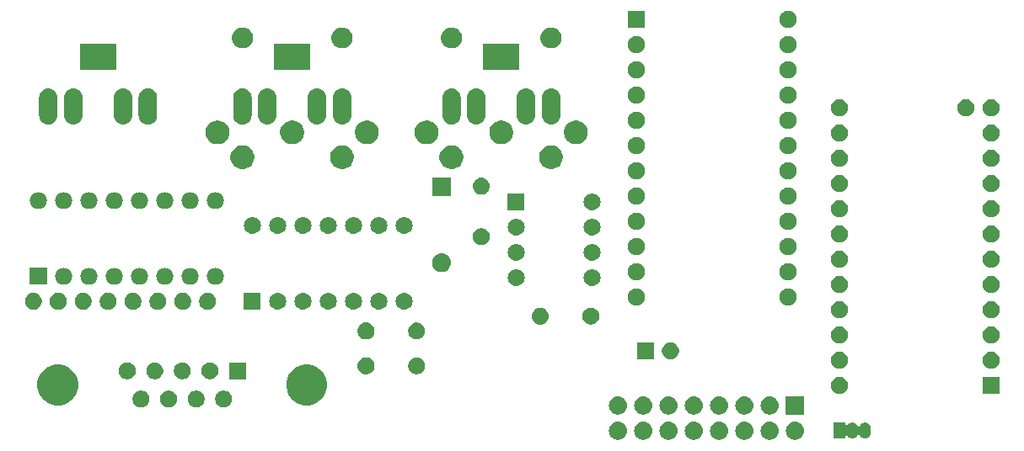
<source format=gbs>
G04 #@! TF.GenerationSoftware,KiCad,Pcbnew,(5.1.4-0-10_14)*
G04 #@! TF.CreationDate,2020-01-18T15:16:13+01:00*
G04 #@! TF.ProjectId,transcribe_circuit,7472616e-7363-4726-9962-655f63697263,rev?*
G04 #@! TF.SameCoordinates,Original*
G04 #@! TF.FileFunction,Soldermask,Bot*
G04 #@! TF.FilePolarity,Negative*
%FSLAX46Y46*%
G04 Gerber Fmt 4.6, Leading zero omitted, Abs format (unit mm)*
G04 Created by KiCad (PCBNEW (5.1.4-0-10_14)) date 2020-01-18 15:16:13*
%MOMM*%
%LPD*%
G04 APERTURE LIST*
%ADD10C,0.100000*%
G04 APERTURE END LIST*
D10*
G36*
X-211889558Y747854482D02*
G01*
X-211823373Y747847963D01*
X-211653534Y747796443D01*
X-211497009Y747712778D01*
X-211461271Y747683448D01*
X-211359814Y747600186D01*
X-211289135Y747514062D01*
X-211247222Y747462991D01*
X-211228219Y747427440D01*
X-211180367Y747337916D01*
X-211163557Y747306466D01*
X-211112037Y747136627D01*
X-211094641Y746960000D01*
X-211112037Y746783373D01*
X-211163557Y746613534D01*
X-211247222Y746457009D01*
X-211259016Y746442638D01*
X-211359814Y746319814D01*
X-211456738Y746240272D01*
X-211497009Y746207222D01*
X-211653534Y746123557D01*
X-211823373Y746072037D01*
X-211889557Y746065519D01*
X-211955740Y746059000D01*
X-212044260Y746059000D01*
X-212110443Y746065519D01*
X-212176627Y746072037D01*
X-212346466Y746123557D01*
X-212502991Y746207222D01*
X-212543262Y746240272D01*
X-212640186Y746319814D01*
X-212740984Y746442638D01*
X-212752778Y746457009D01*
X-212836443Y746613534D01*
X-212887963Y746783373D01*
X-212905359Y746960000D01*
X-212887963Y747136627D01*
X-212836443Y747306466D01*
X-212819632Y747337916D01*
X-212771781Y747427440D01*
X-212752778Y747462991D01*
X-212710865Y747514062D01*
X-212640186Y747600186D01*
X-212538729Y747683448D01*
X-212502991Y747712778D01*
X-212346466Y747796443D01*
X-212176627Y747847963D01*
X-212110442Y747854482D01*
X-212044260Y747861000D01*
X-211955740Y747861000D01*
X-211889558Y747854482D01*
X-211889558Y747854482D01*
G37*
G36*
X-214429558Y747854482D02*
G01*
X-214363373Y747847963D01*
X-214193534Y747796443D01*
X-214037009Y747712778D01*
X-214001271Y747683448D01*
X-213899814Y747600186D01*
X-213829135Y747514062D01*
X-213787222Y747462991D01*
X-213768219Y747427440D01*
X-213720367Y747337916D01*
X-213703557Y747306466D01*
X-213652037Y747136627D01*
X-213634641Y746960000D01*
X-213652037Y746783373D01*
X-213703557Y746613534D01*
X-213787222Y746457009D01*
X-213799016Y746442638D01*
X-213899814Y746319814D01*
X-213996738Y746240272D01*
X-214037009Y746207222D01*
X-214193534Y746123557D01*
X-214363373Y746072037D01*
X-214429557Y746065519D01*
X-214495740Y746059000D01*
X-214584260Y746059000D01*
X-214650443Y746065519D01*
X-214716627Y746072037D01*
X-214886466Y746123557D01*
X-215042991Y746207222D01*
X-215083262Y746240272D01*
X-215180186Y746319814D01*
X-215280984Y746442638D01*
X-215292778Y746457009D01*
X-215376443Y746613534D01*
X-215427963Y746783373D01*
X-215445359Y746960000D01*
X-215427963Y747136627D01*
X-215376443Y747306466D01*
X-215359632Y747337916D01*
X-215311781Y747427440D01*
X-215292778Y747462991D01*
X-215250865Y747514062D01*
X-215180186Y747600186D01*
X-215078729Y747683448D01*
X-215042991Y747712778D01*
X-214886466Y747796443D01*
X-214716627Y747847963D01*
X-214650442Y747854482D01*
X-214584260Y747861000D01*
X-214495740Y747861000D01*
X-214429558Y747854482D01*
X-214429558Y747854482D01*
G37*
G36*
X-216969558Y747854482D02*
G01*
X-216903373Y747847963D01*
X-216733534Y747796443D01*
X-216577009Y747712778D01*
X-216541271Y747683448D01*
X-216439814Y747600186D01*
X-216369135Y747514062D01*
X-216327222Y747462991D01*
X-216308219Y747427440D01*
X-216260367Y747337916D01*
X-216243557Y747306466D01*
X-216192037Y747136627D01*
X-216174641Y746960000D01*
X-216192037Y746783373D01*
X-216243557Y746613534D01*
X-216327222Y746457009D01*
X-216339016Y746442638D01*
X-216439814Y746319814D01*
X-216536738Y746240272D01*
X-216577009Y746207222D01*
X-216733534Y746123557D01*
X-216903373Y746072037D01*
X-216969557Y746065519D01*
X-217035740Y746059000D01*
X-217124260Y746059000D01*
X-217190443Y746065519D01*
X-217256627Y746072037D01*
X-217426466Y746123557D01*
X-217582991Y746207222D01*
X-217623262Y746240272D01*
X-217720186Y746319814D01*
X-217820984Y746442638D01*
X-217832778Y746457009D01*
X-217916443Y746613534D01*
X-217967963Y746783373D01*
X-217985359Y746960000D01*
X-217967963Y747136627D01*
X-217916443Y747306466D01*
X-217899632Y747337916D01*
X-217851781Y747427440D01*
X-217832778Y747462991D01*
X-217790865Y747514062D01*
X-217720186Y747600186D01*
X-217618729Y747683448D01*
X-217582991Y747712778D01*
X-217426466Y747796443D01*
X-217256627Y747847963D01*
X-217190442Y747854482D01*
X-217124260Y747861000D01*
X-217035740Y747861000D01*
X-216969558Y747854482D01*
X-216969558Y747854482D01*
G37*
G36*
X-219509558Y747854482D02*
G01*
X-219443373Y747847963D01*
X-219273534Y747796443D01*
X-219117009Y747712778D01*
X-219081271Y747683448D01*
X-218979814Y747600186D01*
X-218909135Y747514062D01*
X-218867222Y747462991D01*
X-218848219Y747427440D01*
X-218800367Y747337916D01*
X-218783557Y747306466D01*
X-218732037Y747136627D01*
X-218714641Y746960000D01*
X-218732037Y746783373D01*
X-218783557Y746613534D01*
X-218867222Y746457009D01*
X-218879016Y746442638D01*
X-218979814Y746319814D01*
X-219076738Y746240272D01*
X-219117009Y746207222D01*
X-219273534Y746123557D01*
X-219443373Y746072037D01*
X-219509557Y746065519D01*
X-219575740Y746059000D01*
X-219664260Y746059000D01*
X-219730443Y746065519D01*
X-219796627Y746072037D01*
X-219966466Y746123557D01*
X-220122991Y746207222D01*
X-220163262Y746240272D01*
X-220260186Y746319814D01*
X-220360984Y746442638D01*
X-220372778Y746457009D01*
X-220456443Y746613534D01*
X-220507963Y746783373D01*
X-220525359Y746960000D01*
X-220507963Y747136627D01*
X-220456443Y747306466D01*
X-220439632Y747337916D01*
X-220391781Y747427440D01*
X-220372778Y747462991D01*
X-220330865Y747514062D01*
X-220260186Y747600186D01*
X-220158729Y747683448D01*
X-220122991Y747712778D01*
X-219966466Y747796443D01*
X-219796627Y747847963D01*
X-219730442Y747854482D01*
X-219664260Y747861000D01*
X-219575740Y747861000D01*
X-219509558Y747854482D01*
X-219509558Y747854482D01*
G37*
G36*
X-222049558Y747854482D02*
G01*
X-221983373Y747847963D01*
X-221813534Y747796443D01*
X-221657009Y747712778D01*
X-221621271Y747683448D01*
X-221519814Y747600186D01*
X-221449135Y747514062D01*
X-221407222Y747462991D01*
X-221388219Y747427440D01*
X-221340367Y747337916D01*
X-221323557Y747306466D01*
X-221272037Y747136627D01*
X-221254641Y746960000D01*
X-221272037Y746783373D01*
X-221323557Y746613534D01*
X-221407222Y746457009D01*
X-221419016Y746442638D01*
X-221519814Y746319814D01*
X-221616738Y746240272D01*
X-221657009Y746207222D01*
X-221813534Y746123557D01*
X-221983373Y746072037D01*
X-222049557Y746065519D01*
X-222115740Y746059000D01*
X-222204260Y746059000D01*
X-222270443Y746065519D01*
X-222336627Y746072037D01*
X-222506466Y746123557D01*
X-222662991Y746207222D01*
X-222703262Y746240272D01*
X-222800186Y746319814D01*
X-222900984Y746442638D01*
X-222912778Y746457009D01*
X-222996443Y746613534D01*
X-223047963Y746783373D01*
X-223065359Y746960000D01*
X-223047963Y747136627D01*
X-222996443Y747306466D01*
X-222979632Y747337916D01*
X-222931781Y747427440D01*
X-222912778Y747462991D01*
X-222870865Y747514062D01*
X-222800186Y747600186D01*
X-222698729Y747683448D01*
X-222662991Y747712778D01*
X-222506466Y747796443D01*
X-222336627Y747847963D01*
X-222270442Y747854482D01*
X-222204260Y747861000D01*
X-222115740Y747861000D01*
X-222049558Y747854482D01*
X-222049558Y747854482D01*
G37*
G36*
X-224589558Y747854482D02*
G01*
X-224523373Y747847963D01*
X-224353534Y747796443D01*
X-224197009Y747712778D01*
X-224161271Y747683448D01*
X-224059814Y747600186D01*
X-223989135Y747514062D01*
X-223947222Y747462991D01*
X-223928219Y747427440D01*
X-223880367Y747337916D01*
X-223863557Y747306466D01*
X-223812037Y747136627D01*
X-223794641Y746960000D01*
X-223812037Y746783373D01*
X-223863557Y746613534D01*
X-223947222Y746457009D01*
X-223959016Y746442638D01*
X-224059814Y746319814D01*
X-224156738Y746240272D01*
X-224197009Y746207222D01*
X-224353534Y746123557D01*
X-224523373Y746072037D01*
X-224589557Y746065519D01*
X-224655740Y746059000D01*
X-224744260Y746059000D01*
X-224810443Y746065519D01*
X-224876627Y746072037D01*
X-225046466Y746123557D01*
X-225202991Y746207222D01*
X-225243262Y746240272D01*
X-225340186Y746319814D01*
X-225440984Y746442638D01*
X-225452778Y746457009D01*
X-225536443Y746613534D01*
X-225587963Y746783373D01*
X-225605359Y746960000D01*
X-225587963Y747136627D01*
X-225536443Y747306466D01*
X-225519632Y747337916D01*
X-225471781Y747427440D01*
X-225452778Y747462991D01*
X-225410865Y747514062D01*
X-225340186Y747600186D01*
X-225238729Y747683448D01*
X-225202991Y747712778D01*
X-225046466Y747796443D01*
X-224876627Y747847963D01*
X-224810442Y747854482D01*
X-224744260Y747861000D01*
X-224655740Y747861000D01*
X-224589558Y747854482D01*
X-224589558Y747854482D01*
G37*
G36*
X-227129558Y747854482D02*
G01*
X-227063373Y747847963D01*
X-226893534Y747796443D01*
X-226737009Y747712778D01*
X-226701271Y747683448D01*
X-226599814Y747600186D01*
X-226529135Y747514062D01*
X-226487222Y747462991D01*
X-226468219Y747427440D01*
X-226420367Y747337916D01*
X-226403557Y747306466D01*
X-226352037Y747136627D01*
X-226334641Y746960000D01*
X-226352037Y746783373D01*
X-226403557Y746613534D01*
X-226487222Y746457009D01*
X-226499016Y746442638D01*
X-226599814Y746319814D01*
X-226696738Y746240272D01*
X-226737009Y746207222D01*
X-226893534Y746123557D01*
X-227063373Y746072037D01*
X-227129557Y746065519D01*
X-227195740Y746059000D01*
X-227284260Y746059000D01*
X-227350443Y746065519D01*
X-227416627Y746072037D01*
X-227586466Y746123557D01*
X-227742991Y746207222D01*
X-227783262Y746240272D01*
X-227880186Y746319814D01*
X-227980984Y746442638D01*
X-227992778Y746457009D01*
X-228076443Y746613534D01*
X-228127963Y746783373D01*
X-228145359Y746960000D01*
X-228127963Y747136627D01*
X-228076443Y747306466D01*
X-228059632Y747337916D01*
X-228011781Y747427440D01*
X-227992778Y747462991D01*
X-227950865Y747514062D01*
X-227880186Y747600186D01*
X-227778729Y747683448D01*
X-227742991Y747712778D01*
X-227586466Y747796443D01*
X-227416627Y747847963D01*
X-227350442Y747854482D01*
X-227284260Y747861000D01*
X-227195740Y747861000D01*
X-227129558Y747854482D01*
X-227129558Y747854482D01*
G37*
G36*
X-229669558Y747854482D02*
G01*
X-229603373Y747847963D01*
X-229433534Y747796443D01*
X-229277009Y747712778D01*
X-229241271Y747683448D01*
X-229139814Y747600186D01*
X-229069135Y747514062D01*
X-229027222Y747462991D01*
X-229008219Y747427440D01*
X-228960367Y747337916D01*
X-228943557Y747306466D01*
X-228892037Y747136627D01*
X-228874641Y746960000D01*
X-228892037Y746783373D01*
X-228943557Y746613534D01*
X-229027222Y746457009D01*
X-229039016Y746442638D01*
X-229139814Y746319814D01*
X-229236738Y746240272D01*
X-229277009Y746207222D01*
X-229433534Y746123557D01*
X-229603373Y746072037D01*
X-229669557Y746065519D01*
X-229735740Y746059000D01*
X-229824260Y746059000D01*
X-229890443Y746065519D01*
X-229956627Y746072037D01*
X-230126466Y746123557D01*
X-230282991Y746207222D01*
X-230323262Y746240272D01*
X-230420186Y746319814D01*
X-230520984Y746442638D01*
X-230532778Y746457009D01*
X-230616443Y746613534D01*
X-230667963Y746783373D01*
X-230685359Y746960000D01*
X-230667963Y747136627D01*
X-230616443Y747306466D01*
X-230599632Y747337916D01*
X-230551781Y747427440D01*
X-230532778Y747462991D01*
X-230490865Y747514062D01*
X-230420186Y747600186D01*
X-230318729Y747683448D01*
X-230282991Y747712778D01*
X-230126466Y747796443D01*
X-229956627Y747847963D01*
X-229890442Y747854482D01*
X-229824260Y747861000D01*
X-229735740Y747861000D01*
X-229669558Y747854482D01*
X-229669558Y747854482D01*
G37*
G36*
X-204847085Y747792666D02*
G01*
X-204738509Y747759729D01*
X-204738506Y747759728D01*
X-204702400Y747740429D01*
X-204638444Y747706244D01*
X-204550736Y747634264D01*
X-204478756Y747546557D01*
X-204444571Y747482601D01*
X-204425272Y747446495D01*
X-204425271Y747446492D01*
X-204392334Y747337916D01*
X-204384000Y747253298D01*
X-204384000Y746746703D01*
X-204392334Y746662084D01*
X-204424748Y746555233D01*
X-204425272Y746553505D01*
X-204435239Y746534859D01*
X-204478756Y746453443D01*
X-204550736Y746365736D01*
X-204638443Y746293756D01*
X-204702399Y746259571D01*
X-204738505Y746240272D01*
X-204738508Y746240271D01*
X-204847084Y746207334D01*
X-204960000Y746196213D01*
X-205072915Y746207334D01*
X-205181491Y746240271D01*
X-205181494Y746240272D01*
X-205217600Y746259571D01*
X-205281556Y746293756D01*
X-205369263Y746365736D01*
X-205441243Y746453443D01*
X-205484761Y746534859D01*
X-205498375Y746555234D01*
X-205515702Y746572561D01*
X-205536076Y746586174D01*
X-205558715Y746595552D01*
X-205582748Y746600332D01*
X-205607252Y746600332D01*
X-205631285Y746595552D01*
X-205653924Y746586174D01*
X-205674299Y746572560D01*
X-205691626Y746555233D01*
X-205705239Y746534859D01*
X-205748756Y746453443D01*
X-205820736Y746365736D01*
X-205908443Y746293756D01*
X-205972399Y746259571D01*
X-206008505Y746240272D01*
X-206008508Y746240271D01*
X-206117084Y746207334D01*
X-206230000Y746196213D01*
X-206342915Y746207334D01*
X-206451491Y746240271D01*
X-206451494Y746240272D01*
X-206487600Y746259571D01*
X-206551556Y746293756D01*
X-206639263Y746365736D01*
X-206702378Y746442641D01*
X-206719703Y746459966D01*
X-206740077Y746473580D01*
X-206762716Y746482957D01*
X-206786750Y746487737D01*
X-206811254Y746487737D01*
X-206835287Y746482956D01*
X-206857926Y746473579D01*
X-206878300Y746459965D01*
X-206895627Y746442638D01*
X-206909241Y746422264D01*
X-206918618Y746399625D01*
X-206924000Y746363340D01*
X-206924000Y746199000D01*
X-208076000Y746199000D01*
X-208076000Y747801000D01*
X-206924000Y747801000D01*
X-206924000Y747636659D01*
X-206921598Y747612273D01*
X-206914485Y747588824D01*
X-206902934Y747567213D01*
X-206887389Y747548271D01*
X-206868447Y747532726D01*
X-206846836Y747521175D01*
X-206823387Y747514062D01*
X-206799001Y747511660D01*
X-206774615Y747514062D01*
X-206751166Y747521175D01*
X-206729555Y747532726D01*
X-206710613Y747548271D01*
X-206702392Y747557343D01*
X-206639264Y747634264D01*
X-206551557Y747706244D01*
X-206487601Y747740429D01*
X-206451495Y747759728D01*
X-206451492Y747759729D01*
X-206342916Y747792666D01*
X-206230000Y747803787D01*
X-206117085Y747792666D01*
X-206008509Y747759729D01*
X-206008506Y747759728D01*
X-205972400Y747740429D01*
X-205908444Y747706244D01*
X-205820736Y747634264D01*
X-205748756Y747546557D01*
X-205705239Y747465141D01*
X-205691625Y747444766D01*
X-205674298Y747427439D01*
X-205653924Y747413826D01*
X-205631285Y747404448D01*
X-205607252Y747399668D01*
X-205582748Y747399668D01*
X-205558715Y747404448D01*
X-205536076Y747413826D01*
X-205515701Y747427440D01*
X-205498374Y747444767D01*
X-205484761Y747465140D01*
X-205441244Y747546556D01*
X-205369264Y747634264D01*
X-205281557Y747706244D01*
X-205217601Y747740429D01*
X-205181495Y747759728D01*
X-205181492Y747759729D01*
X-205072916Y747792666D01*
X-204960000Y747803787D01*
X-204847085Y747792666D01*
X-204847085Y747792666D01*
G37*
G36*
X-219509557Y750394481D02*
G01*
X-219443373Y750387963D01*
X-219273534Y750336443D01*
X-219117009Y750252778D01*
X-219106089Y750243816D01*
X-218979814Y750140186D01*
X-218927291Y750076185D01*
X-218867222Y750002991D01*
X-218783557Y749846466D01*
X-218732037Y749676627D01*
X-218714641Y749500000D01*
X-218732037Y749323373D01*
X-218783557Y749153534D01*
X-218867222Y748997009D01*
X-218896552Y748961271D01*
X-218979814Y748859814D01*
X-219081271Y748776552D01*
X-219117009Y748747222D01*
X-219273534Y748663557D01*
X-219443373Y748612037D01*
X-219509557Y748605519D01*
X-219575740Y748599000D01*
X-219664260Y748599000D01*
X-219730443Y748605519D01*
X-219796627Y748612037D01*
X-219966466Y748663557D01*
X-220122991Y748747222D01*
X-220158729Y748776552D01*
X-220260186Y748859814D01*
X-220343448Y748961271D01*
X-220372778Y748997009D01*
X-220456443Y749153534D01*
X-220507963Y749323373D01*
X-220525359Y749500000D01*
X-220507963Y749676627D01*
X-220456443Y749846466D01*
X-220372778Y750002991D01*
X-220312709Y750076185D01*
X-220260186Y750140186D01*
X-220133911Y750243816D01*
X-220122991Y750252778D01*
X-219966466Y750336443D01*
X-219796627Y750387963D01*
X-219730443Y750394481D01*
X-219664260Y750401000D01*
X-219575740Y750401000D01*
X-219509557Y750394481D01*
X-219509557Y750394481D01*
G37*
G36*
X-229669557Y750394481D02*
G01*
X-229603373Y750387963D01*
X-229433534Y750336443D01*
X-229277009Y750252778D01*
X-229266089Y750243816D01*
X-229139814Y750140186D01*
X-229087291Y750076185D01*
X-229027222Y750002991D01*
X-228943557Y749846466D01*
X-228892037Y749676627D01*
X-228874641Y749500000D01*
X-228892037Y749323373D01*
X-228943557Y749153534D01*
X-229027222Y748997009D01*
X-229056552Y748961271D01*
X-229139814Y748859814D01*
X-229241271Y748776552D01*
X-229277009Y748747222D01*
X-229433534Y748663557D01*
X-229603373Y748612037D01*
X-229669557Y748605519D01*
X-229735740Y748599000D01*
X-229824260Y748599000D01*
X-229890443Y748605519D01*
X-229956627Y748612037D01*
X-230126466Y748663557D01*
X-230282991Y748747222D01*
X-230318729Y748776552D01*
X-230420186Y748859814D01*
X-230503448Y748961271D01*
X-230532778Y748997009D01*
X-230616443Y749153534D01*
X-230667963Y749323373D01*
X-230685359Y749500000D01*
X-230667963Y749676627D01*
X-230616443Y749846466D01*
X-230532778Y750002991D01*
X-230472709Y750076185D01*
X-230420186Y750140186D01*
X-230293911Y750243816D01*
X-230282991Y750252778D01*
X-230126466Y750336443D01*
X-229956627Y750387963D01*
X-229890443Y750394481D01*
X-229824260Y750401000D01*
X-229735740Y750401000D01*
X-229669557Y750394481D01*
X-229669557Y750394481D01*
G37*
G36*
X-227129557Y750394481D02*
G01*
X-227063373Y750387963D01*
X-226893534Y750336443D01*
X-226737009Y750252778D01*
X-226726089Y750243816D01*
X-226599814Y750140186D01*
X-226547291Y750076185D01*
X-226487222Y750002991D01*
X-226403557Y749846466D01*
X-226352037Y749676627D01*
X-226334641Y749500000D01*
X-226352037Y749323373D01*
X-226403557Y749153534D01*
X-226487222Y748997009D01*
X-226516552Y748961271D01*
X-226599814Y748859814D01*
X-226701271Y748776552D01*
X-226737009Y748747222D01*
X-226893534Y748663557D01*
X-227063373Y748612037D01*
X-227129557Y748605519D01*
X-227195740Y748599000D01*
X-227284260Y748599000D01*
X-227350443Y748605519D01*
X-227416627Y748612037D01*
X-227586466Y748663557D01*
X-227742991Y748747222D01*
X-227778729Y748776552D01*
X-227880186Y748859814D01*
X-227963448Y748961271D01*
X-227992778Y748997009D01*
X-228076443Y749153534D01*
X-228127963Y749323373D01*
X-228145359Y749500000D01*
X-228127963Y749676627D01*
X-228076443Y749846466D01*
X-227992778Y750002991D01*
X-227932709Y750076185D01*
X-227880186Y750140186D01*
X-227753911Y750243816D01*
X-227742991Y750252778D01*
X-227586466Y750336443D01*
X-227416627Y750387963D01*
X-227350443Y750394481D01*
X-227284260Y750401000D01*
X-227195740Y750401000D01*
X-227129557Y750394481D01*
X-227129557Y750394481D01*
G37*
G36*
X-224589557Y750394481D02*
G01*
X-224523373Y750387963D01*
X-224353534Y750336443D01*
X-224197009Y750252778D01*
X-224186089Y750243816D01*
X-224059814Y750140186D01*
X-224007291Y750076185D01*
X-223947222Y750002991D01*
X-223863557Y749846466D01*
X-223812037Y749676627D01*
X-223794641Y749500000D01*
X-223812037Y749323373D01*
X-223863557Y749153534D01*
X-223947222Y748997009D01*
X-223976552Y748961271D01*
X-224059814Y748859814D01*
X-224161271Y748776552D01*
X-224197009Y748747222D01*
X-224353534Y748663557D01*
X-224523373Y748612037D01*
X-224589557Y748605519D01*
X-224655740Y748599000D01*
X-224744260Y748599000D01*
X-224810443Y748605519D01*
X-224876627Y748612037D01*
X-225046466Y748663557D01*
X-225202991Y748747222D01*
X-225238729Y748776552D01*
X-225340186Y748859814D01*
X-225423448Y748961271D01*
X-225452778Y748997009D01*
X-225536443Y749153534D01*
X-225587963Y749323373D01*
X-225605359Y749500000D01*
X-225587963Y749676627D01*
X-225536443Y749846466D01*
X-225452778Y750002991D01*
X-225392709Y750076185D01*
X-225340186Y750140186D01*
X-225213911Y750243816D01*
X-225202991Y750252778D01*
X-225046466Y750336443D01*
X-224876627Y750387963D01*
X-224810443Y750394481D01*
X-224744260Y750401000D01*
X-224655740Y750401000D01*
X-224589557Y750394481D01*
X-224589557Y750394481D01*
G37*
G36*
X-222049557Y750394481D02*
G01*
X-221983373Y750387963D01*
X-221813534Y750336443D01*
X-221657009Y750252778D01*
X-221646089Y750243816D01*
X-221519814Y750140186D01*
X-221467291Y750076185D01*
X-221407222Y750002991D01*
X-221323557Y749846466D01*
X-221272037Y749676627D01*
X-221254641Y749500000D01*
X-221272037Y749323373D01*
X-221323557Y749153534D01*
X-221407222Y748997009D01*
X-221436552Y748961271D01*
X-221519814Y748859814D01*
X-221621271Y748776552D01*
X-221657009Y748747222D01*
X-221813534Y748663557D01*
X-221983373Y748612037D01*
X-222049557Y748605519D01*
X-222115740Y748599000D01*
X-222204260Y748599000D01*
X-222270443Y748605519D01*
X-222336627Y748612037D01*
X-222506466Y748663557D01*
X-222662991Y748747222D01*
X-222698729Y748776552D01*
X-222800186Y748859814D01*
X-222883448Y748961271D01*
X-222912778Y748997009D01*
X-222996443Y749153534D01*
X-223047963Y749323373D01*
X-223065359Y749500000D01*
X-223047963Y749676627D01*
X-222996443Y749846466D01*
X-222912778Y750002991D01*
X-222852709Y750076185D01*
X-222800186Y750140186D01*
X-222673911Y750243816D01*
X-222662991Y750252778D01*
X-222506466Y750336443D01*
X-222336627Y750387963D01*
X-222270443Y750394481D01*
X-222204260Y750401000D01*
X-222115740Y750401000D01*
X-222049557Y750394481D01*
X-222049557Y750394481D01*
G37*
G36*
X-216969557Y750394481D02*
G01*
X-216903373Y750387963D01*
X-216733534Y750336443D01*
X-216577009Y750252778D01*
X-216566089Y750243816D01*
X-216439814Y750140186D01*
X-216387291Y750076185D01*
X-216327222Y750002991D01*
X-216243557Y749846466D01*
X-216192037Y749676627D01*
X-216174641Y749500000D01*
X-216192037Y749323373D01*
X-216243557Y749153534D01*
X-216327222Y748997009D01*
X-216356552Y748961271D01*
X-216439814Y748859814D01*
X-216541271Y748776552D01*
X-216577009Y748747222D01*
X-216733534Y748663557D01*
X-216903373Y748612037D01*
X-216969557Y748605519D01*
X-217035740Y748599000D01*
X-217124260Y748599000D01*
X-217190443Y748605519D01*
X-217256627Y748612037D01*
X-217426466Y748663557D01*
X-217582991Y748747222D01*
X-217618729Y748776552D01*
X-217720186Y748859814D01*
X-217803448Y748961271D01*
X-217832778Y748997009D01*
X-217916443Y749153534D01*
X-217967963Y749323373D01*
X-217985359Y749500000D01*
X-217967963Y749676627D01*
X-217916443Y749846466D01*
X-217832778Y750002991D01*
X-217772709Y750076185D01*
X-217720186Y750140186D01*
X-217593911Y750243816D01*
X-217582991Y750252778D01*
X-217426466Y750336443D01*
X-217256627Y750387963D01*
X-217190443Y750394481D01*
X-217124260Y750401000D01*
X-217035740Y750401000D01*
X-216969557Y750394481D01*
X-216969557Y750394481D01*
G37*
G36*
X-211099000Y748599000D02*
G01*
X-212901000Y748599000D01*
X-212901000Y750401000D01*
X-211099000Y750401000D01*
X-211099000Y748599000D01*
X-211099000Y748599000D01*
G37*
G36*
X-214429557Y750394481D02*
G01*
X-214363373Y750387963D01*
X-214193534Y750336443D01*
X-214037009Y750252778D01*
X-214026089Y750243816D01*
X-213899814Y750140186D01*
X-213847291Y750076185D01*
X-213787222Y750002991D01*
X-213703557Y749846466D01*
X-213652037Y749676627D01*
X-213634641Y749500000D01*
X-213652037Y749323373D01*
X-213703557Y749153534D01*
X-213787222Y748997009D01*
X-213816552Y748961271D01*
X-213899814Y748859814D01*
X-214001271Y748776552D01*
X-214037009Y748747222D01*
X-214193534Y748663557D01*
X-214363373Y748612037D01*
X-214429557Y748605519D01*
X-214495740Y748599000D01*
X-214584260Y748599000D01*
X-214650443Y748605519D01*
X-214716627Y748612037D01*
X-214886466Y748663557D01*
X-215042991Y748747222D01*
X-215078729Y748776552D01*
X-215180186Y748859814D01*
X-215263448Y748961271D01*
X-215292778Y748997009D01*
X-215376443Y749153534D01*
X-215427963Y749323373D01*
X-215445359Y749500000D01*
X-215427963Y749676627D01*
X-215376443Y749846466D01*
X-215292778Y750002991D01*
X-215232709Y750076185D01*
X-215180186Y750140186D01*
X-215053911Y750243816D01*
X-215042991Y750252778D01*
X-214886466Y750336443D01*
X-214716627Y750387963D01*
X-214650443Y750394481D01*
X-214584260Y750401000D01*
X-214495740Y750401000D01*
X-214429557Y750394481D01*
X-214429557Y750394481D01*
G37*
G36*
X-274676772Y750978297D02*
G01*
X-274521900Y750914147D01*
X-274382519Y750821015D01*
X-274263985Y750702481D01*
X-274170853Y750563100D01*
X-274106703Y750408228D01*
X-274074000Y750243816D01*
X-274074000Y750076184D01*
X-274106703Y749911772D01*
X-274170853Y749756900D01*
X-274263985Y749617519D01*
X-274382519Y749498985D01*
X-274521900Y749405853D01*
X-274676772Y749341703D01*
X-274841184Y749309000D01*
X-275008816Y749309000D01*
X-275173228Y749341703D01*
X-275328100Y749405853D01*
X-275467481Y749498985D01*
X-275586015Y749617519D01*
X-275679147Y749756900D01*
X-275743297Y749911772D01*
X-275776000Y750076184D01*
X-275776000Y750243816D01*
X-275743297Y750408228D01*
X-275679147Y750563100D01*
X-275586015Y750702481D01*
X-275467481Y750821015D01*
X-275328100Y750914147D01*
X-275173228Y750978297D01*
X-275008816Y751011000D01*
X-274841184Y751011000D01*
X-274676772Y750978297D01*
X-274676772Y750978297D01*
G37*
G36*
X-271906772Y750978297D02*
G01*
X-271751900Y750914147D01*
X-271612519Y750821015D01*
X-271493985Y750702481D01*
X-271400853Y750563100D01*
X-271336703Y750408228D01*
X-271304000Y750243816D01*
X-271304000Y750076184D01*
X-271336703Y749911772D01*
X-271400853Y749756900D01*
X-271493985Y749617519D01*
X-271612519Y749498985D01*
X-271751900Y749405853D01*
X-271906772Y749341703D01*
X-272071184Y749309000D01*
X-272238816Y749309000D01*
X-272403228Y749341703D01*
X-272558100Y749405853D01*
X-272697481Y749498985D01*
X-272816015Y749617519D01*
X-272909147Y749756900D01*
X-272973297Y749911772D01*
X-273006000Y750076184D01*
X-273006000Y750243816D01*
X-272973297Y750408228D01*
X-272909147Y750563100D01*
X-272816015Y750702481D01*
X-272697481Y750821015D01*
X-272558100Y750914147D01*
X-272403228Y750978297D01*
X-272238816Y751011000D01*
X-272071184Y751011000D01*
X-271906772Y750978297D01*
X-271906772Y750978297D01*
G37*
G36*
X-269136772Y750978297D02*
G01*
X-268981900Y750914147D01*
X-268842519Y750821015D01*
X-268723985Y750702481D01*
X-268630853Y750563100D01*
X-268566703Y750408228D01*
X-268534000Y750243816D01*
X-268534000Y750076184D01*
X-268566703Y749911772D01*
X-268630853Y749756900D01*
X-268723985Y749617519D01*
X-268842519Y749498985D01*
X-268981900Y749405853D01*
X-269136772Y749341703D01*
X-269301184Y749309000D01*
X-269468816Y749309000D01*
X-269633228Y749341703D01*
X-269788100Y749405853D01*
X-269927481Y749498985D01*
X-270046015Y749617519D01*
X-270139147Y749756900D01*
X-270203297Y749911772D01*
X-270236000Y750076184D01*
X-270236000Y750243816D01*
X-270203297Y750408228D01*
X-270139147Y750563100D01*
X-270046015Y750702481D01*
X-269927481Y750821015D01*
X-269788100Y750914147D01*
X-269633228Y750978297D01*
X-269468816Y751011000D01*
X-269301184Y751011000D01*
X-269136772Y750978297D01*
X-269136772Y750978297D01*
G37*
G36*
X-277446772Y750978297D02*
G01*
X-277291900Y750914147D01*
X-277152519Y750821015D01*
X-277033985Y750702481D01*
X-276940853Y750563100D01*
X-276876703Y750408228D01*
X-276844000Y750243816D01*
X-276844000Y750076184D01*
X-276876703Y749911772D01*
X-276940853Y749756900D01*
X-277033985Y749617519D01*
X-277152519Y749498985D01*
X-277291900Y749405853D01*
X-277446772Y749341703D01*
X-277611184Y749309000D01*
X-277778816Y749309000D01*
X-277943228Y749341703D01*
X-278098100Y749405853D01*
X-278237481Y749498985D01*
X-278356015Y749617519D01*
X-278449147Y749756900D01*
X-278513297Y749911772D01*
X-278546000Y750076184D01*
X-278546000Y750243816D01*
X-278513297Y750408228D01*
X-278449147Y750563100D01*
X-278356015Y750702481D01*
X-278237481Y750821015D01*
X-278098100Y750914147D01*
X-277943228Y750978297D01*
X-277778816Y751011000D01*
X-277611184Y751011000D01*
X-277446772Y750978297D01*
X-277446772Y750978297D01*
G37*
G36*
X-260441746Y753552182D02*
G01*
X-260113420Y753416185D01*
X-260068487Y753397573D01*
X-259732564Y753173116D01*
X-259446884Y752887436D01*
X-259309417Y752681703D01*
X-259222426Y752551511D01*
X-259067818Y752178254D01*
X-258989000Y751782007D01*
X-258989000Y751377993D01*
X-259067818Y750981746D01*
X-259222426Y750608489D01*
X-259222427Y750608487D01*
X-259446884Y750272564D01*
X-259732564Y749986884D01*
X-260068487Y749762427D01*
X-260068488Y749762426D01*
X-260068489Y749762426D01*
X-260441746Y749607818D01*
X-260837993Y749529000D01*
X-261242007Y749529000D01*
X-261638254Y749607818D01*
X-262011511Y749762426D01*
X-262011512Y749762426D01*
X-262011513Y749762427D01*
X-262347436Y749986884D01*
X-262633116Y750272564D01*
X-262857573Y750608487D01*
X-262857574Y750608489D01*
X-263012182Y750981746D01*
X-263091000Y751377993D01*
X-263091000Y751782007D01*
X-263012182Y752178254D01*
X-262857574Y752551511D01*
X-262770582Y752681703D01*
X-262633116Y752887436D01*
X-262347436Y753173116D01*
X-262011513Y753397573D01*
X-261966580Y753416185D01*
X-261638254Y753552182D01*
X-261242007Y753631000D01*
X-260837993Y753631000D01*
X-260441746Y753552182D01*
X-260441746Y753552182D01*
G37*
G36*
X-285441746Y753552182D02*
G01*
X-285113420Y753416185D01*
X-285068487Y753397573D01*
X-284732564Y753173116D01*
X-284446884Y752887436D01*
X-284309417Y752681703D01*
X-284222426Y752551511D01*
X-284067818Y752178254D01*
X-283989000Y751782007D01*
X-283989000Y751377993D01*
X-284067818Y750981746D01*
X-284222426Y750608489D01*
X-284222427Y750608487D01*
X-284446884Y750272564D01*
X-284732564Y749986884D01*
X-285068487Y749762427D01*
X-285068488Y749762426D01*
X-285068489Y749762426D01*
X-285441746Y749607818D01*
X-285837993Y749529000D01*
X-286242007Y749529000D01*
X-286638254Y749607818D01*
X-287011511Y749762426D01*
X-287011512Y749762426D01*
X-287011513Y749762427D01*
X-287347436Y749986884D01*
X-287633116Y750272564D01*
X-287857573Y750608487D01*
X-287857574Y750608489D01*
X-288012182Y750981746D01*
X-288091000Y751377993D01*
X-288091000Y751782007D01*
X-288012182Y752178254D01*
X-287857574Y752551511D01*
X-287770582Y752681703D01*
X-287633116Y752887436D01*
X-287347436Y753173116D01*
X-287011513Y753397573D01*
X-286966580Y753416185D01*
X-286638254Y753552182D01*
X-286242007Y753631000D01*
X-285837993Y753631000D01*
X-285441746Y753552182D01*
X-285441746Y753552182D01*
G37*
G36*
X-207271772Y752348297D02*
G01*
X-207116900Y752284147D01*
X-206977519Y752191015D01*
X-206858985Y752072481D01*
X-206765853Y751933100D01*
X-206701703Y751778228D01*
X-206669000Y751613816D01*
X-206669000Y751446184D01*
X-206701703Y751281772D01*
X-206765853Y751126900D01*
X-206858985Y750987519D01*
X-206977519Y750868985D01*
X-207116900Y750775853D01*
X-207271772Y750711703D01*
X-207436184Y750679000D01*
X-207603816Y750679000D01*
X-207768228Y750711703D01*
X-207923100Y750775853D01*
X-208062481Y750868985D01*
X-208181015Y750987519D01*
X-208274147Y751126900D01*
X-208338297Y751281772D01*
X-208371000Y751446184D01*
X-208371000Y751613816D01*
X-208338297Y751778228D01*
X-208274147Y751933100D01*
X-208181015Y752072481D01*
X-208062481Y752191015D01*
X-207923100Y752284147D01*
X-207768228Y752348297D01*
X-207603816Y752381000D01*
X-207436184Y752381000D01*
X-207271772Y752348297D01*
X-207271772Y752348297D01*
G37*
G36*
X-191429000Y750679000D02*
G01*
X-193131000Y750679000D01*
X-193131000Y752381000D01*
X-191429000Y752381000D01*
X-191429000Y750679000D01*
X-191429000Y750679000D01*
G37*
G36*
X-267149000Y752149000D02*
G01*
X-268851000Y752149000D01*
X-268851000Y753851000D01*
X-267149000Y753851000D01*
X-267149000Y752149000D01*
X-267149000Y752149000D01*
G37*
G36*
X-270521772Y753818297D02*
G01*
X-270366900Y753754147D01*
X-270227519Y753661015D01*
X-270108985Y753542481D01*
X-270015853Y753403100D01*
X-269951703Y753248228D01*
X-269919000Y753083816D01*
X-269919000Y752916184D01*
X-269951703Y752751772D01*
X-270015853Y752596900D01*
X-270108985Y752457519D01*
X-270227519Y752338985D01*
X-270366900Y752245853D01*
X-270521772Y752181703D01*
X-270686184Y752149000D01*
X-270853816Y752149000D01*
X-271018228Y752181703D01*
X-271173100Y752245853D01*
X-271312481Y752338985D01*
X-271431015Y752457519D01*
X-271524147Y752596900D01*
X-271588297Y752751772D01*
X-271621000Y752916184D01*
X-271621000Y753083816D01*
X-271588297Y753248228D01*
X-271524147Y753403100D01*
X-271431015Y753542481D01*
X-271312481Y753661015D01*
X-271173100Y753754147D01*
X-271018228Y753818297D01*
X-270853816Y753851000D01*
X-270686184Y753851000D01*
X-270521772Y753818297D01*
X-270521772Y753818297D01*
G37*
G36*
X-273291772Y753818297D02*
G01*
X-273136900Y753754147D01*
X-272997519Y753661015D01*
X-272878985Y753542481D01*
X-272785853Y753403100D01*
X-272721703Y753248228D01*
X-272689000Y753083816D01*
X-272689000Y752916184D01*
X-272721703Y752751772D01*
X-272785853Y752596900D01*
X-272878985Y752457519D01*
X-272997519Y752338985D01*
X-273136900Y752245853D01*
X-273291772Y752181703D01*
X-273456184Y752149000D01*
X-273623816Y752149000D01*
X-273788228Y752181703D01*
X-273943100Y752245853D01*
X-274082481Y752338985D01*
X-274201015Y752457519D01*
X-274294147Y752596900D01*
X-274358297Y752751772D01*
X-274391000Y752916184D01*
X-274391000Y753083816D01*
X-274358297Y753248228D01*
X-274294147Y753403100D01*
X-274201015Y753542481D01*
X-274082481Y753661015D01*
X-273943100Y753754147D01*
X-273788228Y753818297D01*
X-273623816Y753851000D01*
X-273456184Y753851000D01*
X-273291772Y753818297D01*
X-273291772Y753818297D01*
G37*
G36*
X-276061772Y753818297D02*
G01*
X-275906900Y753754147D01*
X-275767519Y753661015D01*
X-275648985Y753542481D01*
X-275555853Y753403100D01*
X-275491703Y753248228D01*
X-275459000Y753083816D01*
X-275459000Y752916184D01*
X-275491703Y752751772D01*
X-275555853Y752596900D01*
X-275648985Y752457519D01*
X-275767519Y752338985D01*
X-275906900Y752245853D01*
X-276061772Y752181703D01*
X-276226184Y752149000D01*
X-276393816Y752149000D01*
X-276558228Y752181703D01*
X-276713100Y752245853D01*
X-276852481Y752338985D01*
X-276971015Y752457519D01*
X-277064147Y752596900D01*
X-277128297Y752751772D01*
X-277161000Y752916184D01*
X-277161000Y753083816D01*
X-277128297Y753248228D01*
X-277064147Y753403100D01*
X-276971015Y753542481D01*
X-276852481Y753661015D01*
X-276713100Y753754147D01*
X-276558228Y753818297D01*
X-276393816Y753851000D01*
X-276226184Y753851000D01*
X-276061772Y753818297D01*
X-276061772Y753818297D01*
G37*
G36*
X-278831772Y753818297D02*
G01*
X-278676900Y753754147D01*
X-278537519Y753661015D01*
X-278418985Y753542481D01*
X-278325853Y753403100D01*
X-278261703Y753248228D01*
X-278229000Y753083816D01*
X-278229000Y752916184D01*
X-278261703Y752751772D01*
X-278325853Y752596900D01*
X-278418985Y752457519D01*
X-278537519Y752338985D01*
X-278676900Y752245853D01*
X-278831772Y752181703D01*
X-278996184Y752149000D01*
X-279163816Y752149000D01*
X-279328228Y752181703D01*
X-279483100Y752245853D01*
X-279622481Y752338985D01*
X-279741015Y752457519D01*
X-279834147Y752596900D01*
X-279898297Y752751772D01*
X-279931000Y752916184D01*
X-279931000Y753083816D01*
X-279898297Y753248228D01*
X-279834147Y753403100D01*
X-279741015Y753542481D01*
X-279622481Y753661015D01*
X-279483100Y753754147D01*
X-279328228Y753818297D01*
X-279163816Y753851000D01*
X-278996184Y753851000D01*
X-278831772Y753818297D01*
X-278831772Y753818297D01*
G37*
G36*
X-249751772Y754318297D02*
G01*
X-249596900Y754254147D01*
X-249457519Y754161015D01*
X-249338985Y754042481D01*
X-249245853Y753903100D01*
X-249181703Y753748228D01*
X-249149000Y753583816D01*
X-249149000Y753416184D01*
X-249181703Y753251772D01*
X-249245853Y753096900D01*
X-249338985Y752957519D01*
X-249457519Y752838985D01*
X-249596900Y752745853D01*
X-249751772Y752681703D01*
X-249916184Y752649000D01*
X-250083816Y752649000D01*
X-250248228Y752681703D01*
X-250403100Y752745853D01*
X-250542481Y752838985D01*
X-250661015Y752957519D01*
X-250754147Y753096900D01*
X-250818297Y753251772D01*
X-250851000Y753416184D01*
X-250851000Y753583816D01*
X-250818297Y753748228D01*
X-250754147Y753903100D01*
X-250661015Y754042481D01*
X-250542481Y754161015D01*
X-250403100Y754254147D01*
X-250248228Y754318297D01*
X-250083816Y754351000D01*
X-249916184Y754351000D01*
X-249751772Y754318297D01*
X-249751772Y754318297D01*
G37*
G36*
X-254913177Y754338687D02*
G01*
X-254752758Y754290024D01*
X-254620094Y754219114D01*
X-254604922Y754211004D01*
X-254475341Y754104659D01*
X-254368996Y753975078D01*
X-254368995Y753975076D01*
X-254289976Y753827242D01*
X-254289975Y753827239D01*
X-254287262Y753818295D01*
X-254241313Y753666823D01*
X-254224883Y753500000D01*
X-254241313Y753333177D01*
X-254289976Y753172758D01*
X-254330523Y753096900D01*
X-254368996Y753024922D01*
X-254475341Y752895341D01*
X-254604922Y752788996D01*
X-254604924Y752788995D01*
X-254752758Y752709976D01*
X-254913177Y752661313D01*
X-255038196Y752649000D01*
X-255121804Y752649000D01*
X-255246823Y752661313D01*
X-255407242Y752709976D01*
X-255555076Y752788995D01*
X-255555078Y752788996D01*
X-255684659Y752895341D01*
X-255791004Y753024922D01*
X-255829477Y753096900D01*
X-255870024Y753172758D01*
X-255918687Y753333177D01*
X-255935117Y753500000D01*
X-255918687Y753666823D01*
X-255872738Y753818295D01*
X-255870025Y753827239D01*
X-255870024Y753827242D01*
X-255791005Y753975076D01*
X-255791004Y753975078D01*
X-255684659Y754104659D01*
X-255555078Y754211004D01*
X-255539906Y754219114D01*
X-255407242Y754290024D01*
X-255246823Y754338687D01*
X-255121804Y754351000D01*
X-255038196Y754351000D01*
X-254913177Y754338687D01*
X-254913177Y754338687D01*
G37*
G36*
X-192031772Y754888297D02*
G01*
X-191876900Y754824147D01*
X-191737519Y754731015D01*
X-191618985Y754612481D01*
X-191525853Y754473100D01*
X-191461703Y754318228D01*
X-191429000Y754153816D01*
X-191429000Y753986184D01*
X-191461703Y753821772D01*
X-191525853Y753666900D01*
X-191618985Y753527519D01*
X-191737519Y753408985D01*
X-191876900Y753315853D01*
X-192031772Y753251703D01*
X-192196184Y753219000D01*
X-192363816Y753219000D01*
X-192528228Y753251703D01*
X-192683100Y753315853D01*
X-192822481Y753408985D01*
X-192941015Y753527519D01*
X-193034147Y753666900D01*
X-193098297Y753821772D01*
X-193131000Y753986184D01*
X-193131000Y754153816D01*
X-193098297Y754318228D01*
X-193034147Y754473100D01*
X-192941015Y754612481D01*
X-192822481Y754731015D01*
X-192683100Y754824147D01*
X-192528228Y754888297D01*
X-192363816Y754921000D01*
X-192196184Y754921000D01*
X-192031772Y754888297D01*
X-192031772Y754888297D01*
G37*
G36*
X-207271772Y754888297D02*
G01*
X-207116900Y754824147D01*
X-206977519Y754731015D01*
X-206858985Y754612481D01*
X-206765853Y754473100D01*
X-206701703Y754318228D01*
X-206669000Y754153816D01*
X-206669000Y753986184D01*
X-206701703Y753821772D01*
X-206765853Y753666900D01*
X-206858985Y753527519D01*
X-206977519Y753408985D01*
X-207116900Y753315853D01*
X-207271772Y753251703D01*
X-207436184Y753219000D01*
X-207603816Y753219000D01*
X-207768228Y753251703D01*
X-207923100Y753315853D01*
X-208062481Y753408985D01*
X-208181015Y753527519D01*
X-208274147Y753666900D01*
X-208338297Y753821772D01*
X-208371000Y753986184D01*
X-208371000Y754153816D01*
X-208338297Y754318228D01*
X-208274147Y754473100D01*
X-208181015Y754612481D01*
X-208062481Y754731015D01*
X-207923100Y754824147D01*
X-207768228Y754888297D01*
X-207603816Y754921000D01*
X-207436184Y754921000D01*
X-207271772Y754888297D01*
X-207271772Y754888297D01*
G37*
G36*
X-226149000Y754149000D02*
G01*
X-227851000Y754149000D01*
X-227851000Y755851000D01*
X-226149000Y755851000D01*
X-226149000Y754149000D01*
X-226149000Y754149000D01*
G37*
G36*
X-224251772Y755818297D02*
G01*
X-224096900Y755754147D01*
X-223957519Y755661015D01*
X-223838985Y755542481D01*
X-223745853Y755403100D01*
X-223681703Y755248228D01*
X-223649000Y755083816D01*
X-223649000Y754916184D01*
X-223681703Y754751772D01*
X-223745853Y754596900D01*
X-223838985Y754457519D01*
X-223957519Y754338985D01*
X-224096900Y754245853D01*
X-224251772Y754181703D01*
X-224416184Y754149000D01*
X-224583816Y754149000D01*
X-224748228Y754181703D01*
X-224903100Y754245853D01*
X-225042481Y754338985D01*
X-225161015Y754457519D01*
X-225254147Y754596900D01*
X-225318297Y754751772D01*
X-225351000Y754916184D01*
X-225351000Y755083816D01*
X-225318297Y755248228D01*
X-225254147Y755403100D01*
X-225161015Y755542481D01*
X-225042481Y755661015D01*
X-224903100Y755754147D01*
X-224748228Y755818297D01*
X-224583816Y755851000D01*
X-224416184Y755851000D01*
X-224251772Y755818297D01*
X-224251772Y755818297D01*
G37*
G36*
X-192031772Y757428297D02*
G01*
X-191876900Y757364147D01*
X-191737519Y757271015D01*
X-191618985Y757152481D01*
X-191525853Y757013100D01*
X-191461703Y756858228D01*
X-191429000Y756693816D01*
X-191429000Y756526184D01*
X-191461703Y756361772D01*
X-191525853Y756206900D01*
X-191618985Y756067519D01*
X-191737519Y755948985D01*
X-191876900Y755855853D01*
X-192031772Y755791703D01*
X-192196184Y755759000D01*
X-192363816Y755759000D01*
X-192528228Y755791703D01*
X-192683100Y755855853D01*
X-192822481Y755948985D01*
X-192941015Y756067519D01*
X-193034147Y756206900D01*
X-193098297Y756361772D01*
X-193131000Y756526184D01*
X-193131000Y756693816D01*
X-193098297Y756858228D01*
X-193034147Y757013100D01*
X-192941015Y757152481D01*
X-192822481Y757271015D01*
X-192683100Y757364147D01*
X-192528228Y757428297D01*
X-192363816Y757461000D01*
X-192196184Y757461000D01*
X-192031772Y757428297D01*
X-192031772Y757428297D01*
G37*
G36*
X-207271772Y757428297D02*
G01*
X-207116900Y757364147D01*
X-206977519Y757271015D01*
X-206858985Y757152481D01*
X-206765853Y757013100D01*
X-206701703Y756858228D01*
X-206669000Y756693816D01*
X-206669000Y756526184D01*
X-206701703Y756361772D01*
X-206765853Y756206900D01*
X-206858985Y756067519D01*
X-206977519Y755948985D01*
X-207116900Y755855853D01*
X-207271772Y755791703D01*
X-207436184Y755759000D01*
X-207603816Y755759000D01*
X-207768228Y755791703D01*
X-207923100Y755855853D01*
X-208062481Y755948985D01*
X-208181015Y756067519D01*
X-208274147Y756206900D01*
X-208338297Y756361772D01*
X-208371000Y756526184D01*
X-208371000Y756693816D01*
X-208338297Y756858228D01*
X-208274147Y757013100D01*
X-208181015Y757152481D01*
X-208062481Y757271015D01*
X-207923100Y757364147D01*
X-207768228Y757428297D01*
X-207603816Y757461000D01*
X-207436184Y757461000D01*
X-207271772Y757428297D01*
X-207271772Y757428297D01*
G37*
G36*
X-249751772Y757818297D02*
G01*
X-249596900Y757754147D01*
X-249457519Y757661015D01*
X-249338985Y757542481D01*
X-249245853Y757403100D01*
X-249181703Y757248228D01*
X-249149000Y757083816D01*
X-249149000Y756916184D01*
X-249181703Y756751772D01*
X-249245853Y756596900D01*
X-249338985Y756457519D01*
X-249457519Y756338985D01*
X-249596900Y756245853D01*
X-249751772Y756181703D01*
X-249916184Y756149000D01*
X-250083816Y756149000D01*
X-250248228Y756181703D01*
X-250403100Y756245853D01*
X-250542481Y756338985D01*
X-250661015Y756457519D01*
X-250754147Y756596900D01*
X-250818297Y756751772D01*
X-250851000Y756916184D01*
X-250851000Y757083816D01*
X-250818297Y757248228D01*
X-250754147Y757403100D01*
X-250661015Y757542481D01*
X-250542481Y757661015D01*
X-250403100Y757754147D01*
X-250248228Y757818297D01*
X-250083816Y757851000D01*
X-249916184Y757851000D01*
X-249751772Y757818297D01*
X-249751772Y757818297D01*
G37*
G36*
X-254913177Y757838687D02*
G01*
X-254752758Y757790024D01*
X-254620094Y757719114D01*
X-254604922Y757711004D01*
X-254475341Y757604659D01*
X-254368996Y757475078D01*
X-254368995Y757475076D01*
X-254289976Y757327242D01*
X-254241313Y757166823D01*
X-254224883Y757000000D01*
X-254241313Y756833177D01*
X-254289976Y756672758D01*
X-254330523Y756596900D01*
X-254368996Y756524922D01*
X-254475341Y756395341D01*
X-254604922Y756288996D01*
X-254604924Y756288995D01*
X-254752758Y756209976D01*
X-254913177Y756161313D01*
X-255038196Y756149000D01*
X-255121804Y756149000D01*
X-255246823Y756161313D01*
X-255407242Y756209976D01*
X-255555076Y756288995D01*
X-255555078Y756288996D01*
X-255684659Y756395341D01*
X-255791004Y756524922D01*
X-255829477Y756596900D01*
X-255870024Y756672758D01*
X-255918687Y756833177D01*
X-255935117Y757000000D01*
X-255918687Y757166823D01*
X-255870024Y757327242D01*
X-255791005Y757475076D01*
X-255791004Y757475078D01*
X-255684659Y757604659D01*
X-255555078Y757711004D01*
X-255539906Y757719114D01*
X-255407242Y757790024D01*
X-255246823Y757838687D01*
X-255121804Y757851000D01*
X-255038196Y757851000D01*
X-254913177Y757838687D01*
X-254913177Y757838687D01*
G37*
G36*
X-232251772Y759318297D02*
G01*
X-232096900Y759254147D01*
X-231957519Y759161015D01*
X-231838985Y759042481D01*
X-231745853Y758903100D01*
X-231681703Y758748228D01*
X-231649000Y758583816D01*
X-231649000Y758416184D01*
X-231681703Y758251772D01*
X-231745853Y758096900D01*
X-231838985Y757957519D01*
X-231957519Y757838985D01*
X-232096900Y757745853D01*
X-232251772Y757681703D01*
X-232416184Y757649000D01*
X-232583816Y757649000D01*
X-232748228Y757681703D01*
X-232903100Y757745853D01*
X-233042481Y757838985D01*
X-233161015Y757957519D01*
X-233254147Y758096900D01*
X-233318297Y758251772D01*
X-233351000Y758416184D01*
X-233351000Y758583816D01*
X-233318297Y758748228D01*
X-233254147Y758903100D01*
X-233161015Y759042481D01*
X-233042481Y759161015D01*
X-232903100Y759254147D01*
X-232748228Y759318297D01*
X-232583816Y759351000D01*
X-232416184Y759351000D01*
X-232251772Y759318297D01*
X-232251772Y759318297D01*
G37*
G36*
X-237413177Y759338687D02*
G01*
X-237252758Y759290024D01*
X-237120094Y759219114D01*
X-237104922Y759211004D01*
X-236975341Y759104659D01*
X-236868996Y758975078D01*
X-236868995Y758975076D01*
X-236789976Y758827242D01*
X-236741313Y758666823D01*
X-236724883Y758500000D01*
X-236741313Y758333177D01*
X-236789976Y758172758D01*
X-236830523Y758096900D01*
X-236868996Y758024922D01*
X-236975341Y757895341D01*
X-237104922Y757788996D01*
X-237104924Y757788995D01*
X-237252758Y757709976D01*
X-237413177Y757661313D01*
X-237538196Y757649000D01*
X-237621804Y757649000D01*
X-237746823Y757661313D01*
X-237907242Y757709976D01*
X-238055076Y757788995D01*
X-238055078Y757788996D01*
X-238184659Y757895341D01*
X-238291004Y758024922D01*
X-238329477Y758096900D01*
X-238370024Y758172758D01*
X-238418687Y758333177D01*
X-238435117Y758500000D01*
X-238418687Y758666823D01*
X-238370024Y758827242D01*
X-238291005Y758975076D01*
X-238291004Y758975078D01*
X-238184659Y759104659D01*
X-238055078Y759211004D01*
X-238039906Y759219114D01*
X-237907242Y759290024D01*
X-237746823Y759338687D01*
X-237621804Y759351000D01*
X-237538196Y759351000D01*
X-237413177Y759338687D01*
X-237413177Y759338687D01*
G37*
G36*
X-207271772Y759968297D02*
G01*
X-207116900Y759904147D01*
X-206977519Y759811015D01*
X-206858985Y759692481D01*
X-206765853Y759553100D01*
X-206701703Y759398228D01*
X-206669000Y759233816D01*
X-206669000Y759066184D01*
X-206701703Y758901772D01*
X-206765853Y758746900D01*
X-206858985Y758607519D01*
X-206977519Y758488985D01*
X-207116900Y758395853D01*
X-207271772Y758331703D01*
X-207436184Y758299000D01*
X-207603816Y758299000D01*
X-207768228Y758331703D01*
X-207923100Y758395853D01*
X-208062481Y758488985D01*
X-208181015Y758607519D01*
X-208274147Y758746900D01*
X-208338297Y758901772D01*
X-208371000Y759066184D01*
X-208371000Y759233816D01*
X-208338297Y759398228D01*
X-208274147Y759553100D01*
X-208181015Y759692481D01*
X-208062481Y759811015D01*
X-207923100Y759904147D01*
X-207768228Y759968297D01*
X-207603816Y760001000D01*
X-207436184Y760001000D01*
X-207271772Y759968297D01*
X-207271772Y759968297D01*
G37*
G36*
X-192031772Y759968297D02*
G01*
X-191876900Y759904147D01*
X-191737519Y759811015D01*
X-191618985Y759692481D01*
X-191525853Y759553100D01*
X-191461703Y759398228D01*
X-191429000Y759233816D01*
X-191429000Y759066184D01*
X-191461703Y758901772D01*
X-191525853Y758746900D01*
X-191618985Y758607519D01*
X-191737519Y758488985D01*
X-191876900Y758395853D01*
X-192031772Y758331703D01*
X-192196184Y758299000D01*
X-192363816Y758299000D01*
X-192528228Y758331703D01*
X-192683100Y758395853D01*
X-192822481Y758488985D01*
X-192941015Y758607519D01*
X-193034147Y758746900D01*
X-193098297Y758901772D01*
X-193131000Y759066184D01*
X-193131000Y759233816D01*
X-193098297Y759398228D01*
X-193034147Y759553100D01*
X-192941015Y759692481D01*
X-192822481Y759811015D01*
X-192683100Y759904147D01*
X-192528228Y759968297D01*
X-192363816Y760001000D01*
X-192196184Y760001000D01*
X-192031772Y759968297D01*
X-192031772Y759968297D01*
G37*
G36*
X-265649000Y759149000D02*
G01*
X-267351000Y759149000D01*
X-267351000Y760851000D01*
X-265649000Y760851000D01*
X-265649000Y759149000D01*
X-265649000Y759149000D01*
G37*
G36*
X-251093177Y760838687D02*
G01*
X-250932758Y760790024D01*
X-250865639Y760754148D01*
X-250784922Y760711004D01*
X-250655341Y760604659D01*
X-250548996Y760475078D01*
X-250548995Y760475076D01*
X-250469976Y760327242D01*
X-250421313Y760166823D01*
X-250404883Y760000000D01*
X-250421313Y759833177D01*
X-250469976Y759672758D01*
X-250510523Y759596900D01*
X-250548996Y759524922D01*
X-250655341Y759395341D01*
X-250784922Y759288996D01*
X-250784924Y759288995D01*
X-250932758Y759209976D01*
X-251093177Y759161313D01*
X-251218196Y759149000D01*
X-251301804Y759149000D01*
X-251426823Y759161313D01*
X-251587242Y759209976D01*
X-251735076Y759288995D01*
X-251735078Y759288996D01*
X-251864659Y759395341D01*
X-251971004Y759524922D01*
X-252009477Y759596900D01*
X-252050024Y759672758D01*
X-252098687Y759833177D01*
X-252115117Y760000000D01*
X-252098687Y760166823D01*
X-252050024Y760327242D01*
X-251971005Y760475076D01*
X-251971004Y760475078D01*
X-251864659Y760604659D01*
X-251735078Y760711004D01*
X-251654361Y760754148D01*
X-251587242Y760790024D01*
X-251426823Y760838687D01*
X-251301804Y760851000D01*
X-251218196Y760851000D01*
X-251093177Y760838687D01*
X-251093177Y760838687D01*
G37*
G36*
X-256173177Y760838687D02*
G01*
X-256012758Y760790024D01*
X-255945639Y760754148D01*
X-255864922Y760711004D01*
X-255735341Y760604659D01*
X-255628996Y760475078D01*
X-255628995Y760475076D01*
X-255549976Y760327242D01*
X-255501313Y760166823D01*
X-255484883Y760000000D01*
X-255501313Y759833177D01*
X-255549976Y759672758D01*
X-255590523Y759596900D01*
X-255628996Y759524922D01*
X-255735341Y759395341D01*
X-255864922Y759288996D01*
X-255864924Y759288995D01*
X-256012758Y759209976D01*
X-256173177Y759161313D01*
X-256298196Y759149000D01*
X-256381804Y759149000D01*
X-256506823Y759161313D01*
X-256667242Y759209976D01*
X-256815076Y759288995D01*
X-256815078Y759288996D01*
X-256944659Y759395341D01*
X-257051004Y759524922D01*
X-257089477Y759596900D01*
X-257130024Y759672758D01*
X-257178687Y759833177D01*
X-257195117Y760000000D01*
X-257178687Y760166823D01*
X-257130024Y760327242D01*
X-257051005Y760475076D01*
X-257051004Y760475078D01*
X-256944659Y760604659D01*
X-256815078Y760711004D01*
X-256734361Y760754148D01*
X-256667242Y760790024D01*
X-256506823Y760838687D01*
X-256381804Y760851000D01*
X-256298196Y760851000D01*
X-256173177Y760838687D01*
X-256173177Y760838687D01*
G37*
G36*
X-288251772Y760818297D02*
G01*
X-288096900Y760754147D01*
X-287957519Y760661015D01*
X-287838985Y760542481D01*
X-287745853Y760403100D01*
X-287681703Y760248228D01*
X-287649000Y760083816D01*
X-287649000Y759916184D01*
X-287681703Y759751772D01*
X-287745853Y759596900D01*
X-287838985Y759457519D01*
X-287957519Y759338985D01*
X-288096900Y759245853D01*
X-288251772Y759181703D01*
X-288416184Y759149000D01*
X-288583816Y759149000D01*
X-288748228Y759181703D01*
X-288903100Y759245853D01*
X-289042481Y759338985D01*
X-289161015Y759457519D01*
X-289254147Y759596900D01*
X-289318297Y759751772D01*
X-289351000Y759916184D01*
X-289351000Y760083816D01*
X-289318297Y760248228D01*
X-289254147Y760403100D01*
X-289161015Y760542481D01*
X-289042481Y760661015D01*
X-288903100Y760754147D01*
X-288748228Y760818297D01*
X-288583816Y760851000D01*
X-288416184Y760851000D01*
X-288251772Y760818297D01*
X-288251772Y760818297D01*
G37*
G36*
X-285751772Y760818297D02*
G01*
X-285596900Y760754147D01*
X-285457519Y760661015D01*
X-285338985Y760542481D01*
X-285245853Y760403100D01*
X-285181703Y760248228D01*
X-285149000Y760083816D01*
X-285149000Y759916184D01*
X-285181703Y759751772D01*
X-285245853Y759596900D01*
X-285338985Y759457519D01*
X-285457519Y759338985D01*
X-285596900Y759245853D01*
X-285751772Y759181703D01*
X-285916184Y759149000D01*
X-286083816Y759149000D01*
X-286248228Y759181703D01*
X-286403100Y759245853D01*
X-286542481Y759338985D01*
X-286661015Y759457519D01*
X-286754147Y759596900D01*
X-286818297Y759751772D01*
X-286851000Y759916184D01*
X-286851000Y760083816D01*
X-286818297Y760248228D01*
X-286754147Y760403100D01*
X-286661015Y760542481D01*
X-286542481Y760661015D01*
X-286403100Y760754147D01*
X-286248228Y760818297D01*
X-286083816Y760851000D01*
X-285916184Y760851000D01*
X-285751772Y760818297D01*
X-285751772Y760818297D01*
G37*
G36*
X-280751772Y760818297D02*
G01*
X-280596900Y760754147D01*
X-280457519Y760661015D01*
X-280338985Y760542481D01*
X-280245853Y760403100D01*
X-280181703Y760248228D01*
X-280149000Y760083816D01*
X-280149000Y759916184D01*
X-280181703Y759751772D01*
X-280245853Y759596900D01*
X-280338985Y759457519D01*
X-280457519Y759338985D01*
X-280596900Y759245853D01*
X-280751772Y759181703D01*
X-280916184Y759149000D01*
X-281083816Y759149000D01*
X-281248228Y759181703D01*
X-281403100Y759245853D01*
X-281542481Y759338985D01*
X-281661015Y759457519D01*
X-281754147Y759596900D01*
X-281818297Y759751772D01*
X-281851000Y759916184D01*
X-281851000Y760083816D01*
X-281818297Y760248228D01*
X-281754147Y760403100D01*
X-281661015Y760542481D01*
X-281542481Y760661015D01*
X-281403100Y760754147D01*
X-281248228Y760818297D01*
X-281083816Y760851000D01*
X-280916184Y760851000D01*
X-280751772Y760818297D01*
X-280751772Y760818297D01*
G37*
G36*
X-253633177Y760838687D02*
G01*
X-253472758Y760790024D01*
X-253405639Y760754148D01*
X-253324922Y760711004D01*
X-253195341Y760604659D01*
X-253088996Y760475078D01*
X-253088995Y760475076D01*
X-253009976Y760327242D01*
X-252961313Y760166823D01*
X-252944883Y760000000D01*
X-252961313Y759833177D01*
X-253009976Y759672758D01*
X-253050523Y759596900D01*
X-253088996Y759524922D01*
X-253195341Y759395341D01*
X-253324922Y759288996D01*
X-253324924Y759288995D01*
X-253472758Y759209976D01*
X-253633177Y759161313D01*
X-253758196Y759149000D01*
X-253841804Y759149000D01*
X-253966823Y759161313D01*
X-254127242Y759209976D01*
X-254275076Y759288995D01*
X-254275078Y759288996D01*
X-254404659Y759395341D01*
X-254511004Y759524922D01*
X-254549477Y759596900D01*
X-254590024Y759672758D01*
X-254638687Y759833177D01*
X-254655117Y760000000D01*
X-254638687Y760166823D01*
X-254590024Y760327242D01*
X-254511005Y760475076D01*
X-254511004Y760475078D01*
X-254404659Y760604659D01*
X-254275078Y760711004D01*
X-254194361Y760754148D01*
X-254127242Y760790024D01*
X-253966823Y760838687D01*
X-253841804Y760851000D01*
X-253758196Y760851000D01*
X-253633177Y760838687D01*
X-253633177Y760838687D01*
G37*
G36*
X-258713177Y760838687D02*
G01*
X-258552758Y760790024D01*
X-258485639Y760754148D01*
X-258404922Y760711004D01*
X-258275341Y760604659D01*
X-258168996Y760475078D01*
X-258168995Y760475076D01*
X-258089976Y760327242D01*
X-258041313Y760166823D01*
X-258024883Y760000000D01*
X-258041313Y759833177D01*
X-258089976Y759672758D01*
X-258130523Y759596900D01*
X-258168996Y759524922D01*
X-258275341Y759395341D01*
X-258404922Y759288996D01*
X-258404924Y759288995D01*
X-258552758Y759209976D01*
X-258713177Y759161313D01*
X-258838196Y759149000D01*
X-258921804Y759149000D01*
X-259046823Y759161313D01*
X-259207242Y759209976D01*
X-259355076Y759288995D01*
X-259355078Y759288996D01*
X-259484659Y759395341D01*
X-259591004Y759524922D01*
X-259629477Y759596900D01*
X-259670024Y759672758D01*
X-259718687Y759833177D01*
X-259735117Y760000000D01*
X-259718687Y760166823D01*
X-259670024Y760327242D01*
X-259591005Y760475076D01*
X-259591004Y760475078D01*
X-259484659Y760604659D01*
X-259355078Y760711004D01*
X-259274361Y760754148D01*
X-259207242Y760790024D01*
X-259046823Y760838687D01*
X-258921804Y760851000D01*
X-258838196Y760851000D01*
X-258713177Y760838687D01*
X-258713177Y760838687D01*
G37*
G36*
X-278251772Y760818297D02*
G01*
X-278096900Y760754147D01*
X-277957519Y760661015D01*
X-277838985Y760542481D01*
X-277745853Y760403100D01*
X-277681703Y760248228D01*
X-277649000Y760083816D01*
X-277649000Y759916184D01*
X-277681703Y759751772D01*
X-277745853Y759596900D01*
X-277838985Y759457519D01*
X-277957519Y759338985D01*
X-278096900Y759245853D01*
X-278251772Y759181703D01*
X-278416184Y759149000D01*
X-278583816Y759149000D01*
X-278748228Y759181703D01*
X-278903100Y759245853D01*
X-279042481Y759338985D01*
X-279161015Y759457519D01*
X-279254147Y759596900D01*
X-279318297Y759751772D01*
X-279351000Y759916184D01*
X-279351000Y760083816D01*
X-279318297Y760248228D01*
X-279254147Y760403100D01*
X-279161015Y760542481D01*
X-279042481Y760661015D01*
X-278903100Y760754147D01*
X-278748228Y760818297D01*
X-278583816Y760851000D01*
X-278416184Y760851000D01*
X-278251772Y760818297D01*
X-278251772Y760818297D01*
G37*
G36*
X-273251772Y760818297D02*
G01*
X-273096900Y760754147D01*
X-272957519Y760661015D01*
X-272838985Y760542481D01*
X-272745853Y760403100D01*
X-272681703Y760248228D01*
X-272649000Y760083816D01*
X-272649000Y759916184D01*
X-272681703Y759751772D01*
X-272745853Y759596900D01*
X-272838985Y759457519D01*
X-272957519Y759338985D01*
X-273096900Y759245853D01*
X-273251772Y759181703D01*
X-273416184Y759149000D01*
X-273583816Y759149000D01*
X-273748228Y759181703D01*
X-273903100Y759245853D01*
X-274042481Y759338985D01*
X-274161015Y759457519D01*
X-274254147Y759596900D01*
X-274318297Y759751772D01*
X-274351000Y759916184D01*
X-274351000Y760083816D01*
X-274318297Y760248228D01*
X-274254147Y760403100D01*
X-274161015Y760542481D01*
X-274042481Y760661015D01*
X-273903100Y760754147D01*
X-273748228Y760818297D01*
X-273583816Y760851000D01*
X-273416184Y760851000D01*
X-273251772Y760818297D01*
X-273251772Y760818297D01*
G37*
G36*
X-275751772Y760818297D02*
G01*
X-275596900Y760754147D01*
X-275457519Y760661015D01*
X-275338985Y760542481D01*
X-275245853Y760403100D01*
X-275181703Y760248228D01*
X-275149000Y760083816D01*
X-275149000Y759916184D01*
X-275181703Y759751772D01*
X-275245853Y759596900D01*
X-275338985Y759457519D01*
X-275457519Y759338985D01*
X-275596900Y759245853D01*
X-275751772Y759181703D01*
X-275916184Y759149000D01*
X-276083816Y759149000D01*
X-276248228Y759181703D01*
X-276403100Y759245853D01*
X-276542481Y759338985D01*
X-276661015Y759457519D01*
X-276754147Y759596900D01*
X-276818297Y759751772D01*
X-276851000Y759916184D01*
X-276851000Y760083816D01*
X-276818297Y760248228D01*
X-276754147Y760403100D01*
X-276661015Y760542481D01*
X-276542481Y760661015D01*
X-276403100Y760754147D01*
X-276248228Y760818297D01*
X-276083816Y760851000D01*
X-275916184Y760851000D01*
X-275751772Y760818297D01*
X-275751772Y760818297D01*
G37*
G36*
X-283251772Y760818297D02*
G01*
X-283096900Y760754147D01*
X-282957519Y760661015D01*
X-282838985Y760542481D01*
X-282745853Y760403100D01*
X-282681703Y760248228D01*
X-282649000Y760083816D01*
X-282649000Y759916184D01*
X-282681703Y759751772D01*
X-282745853Y759596900D01*
X-282838985Y759457519D01*
X-282957519Y759338985D01*
X-283096900Y759245853D01*
X-283251772Y759181703D01*
X-283416184Y759149000D01*
X-283583816Y759149000D01*
X-283748228Y759181703D01*
X-283903100Y759245853D01*
X-284042481Y759338985D01*
X-284161015Y759457519D01*
X-284254147Y759596900D01*
X-284318297Y759751772D01*
X-284351000Y759916184D01*
X-284351000Y760083816D01*
X-284318297Y760248228D01*
X-284254147Y760403100D01*
X-284161015Y760542481D01*
X-284042481Y760661015D01*
X-283903100Y760754147D01*
X-283748228Y760818297D01*
X-283583816Y760851000D01*
X-283416184Y760851000D01*
X-283251772Y760818297D01*
X-283251772Y760818297D01*
G37*
G36*
X-261253177Y760838687D02*
G01*
X-261092758Y760790024D01*
X-261025639Y760754148D01*
X-260944922Y760711004D01*
X-260815341Y760604659D01*
X-260708996Y760475078D01*
X-260708995Y760475076D01*
X-260629976Y760327242D01*
X-260581313Y760166823D01*
X-260564883Y760000000D01*
X-260581313Y759833177D01*
X-260629976Y759672758D01*
X-260670523Y759596900D01*
X-260708996Y759524922D01*
X-260815341Y759395341D01*
X-260944922Y759288996D01*
X-260944924Y759288995D01*
X-261092758Y759209976D01*
X-261253177Y759161313D01*
X-261378196Y759149000D01*
X-261461804Y759149000D01*
X-261586823Y759161313D01*
X-261747242Y759209976D01*
X-261895076Y759288995D01*
X-261895078Y759288996D01*
X-262024659Y759395341D01*
X-262131004Y759524922D01*
X-262169477Y759596900D01*
X-262210024Y759672758D01*
X-262258687Y759833177D01*
X-262275117Y760000000D01*
X-262258687Y760166823D01*
X-262210024Y760327242D01*
X-262131005Y760475076D01*
X-262131004Y760475078D01*
X-262024659Y760604659D01*
X-261895078Y760711004D01*
X-261814361Y760754148D01*
X-261747242Y760790024D01*
X-261586823Y760838687D01*
X-261461804Y760851000D01*
X-261378196Y760851000D01*
X-261253177Y760838687D01*
X-261253177Y760838687D01*
G37*
G36*
X-263793177Y760838687D02*
G01*
X-263632758Y760790024D01*
X-263565639Y760754148D01*
X-263484922Y760711004D01*
X-263355341Y760604659D01*
X-263248996Y760475078D01*
X-263248995Y760475076D01*
X-263169976Y760327242D01*
X-263121313Y760166823D01*
X-263104883Y760000000D01*
X-263121313Y759833177D01*
X-263169976Y759672758D01*
X-263210523Y759596900D01*
X-263248996Y759524922D01*
X-263355341Y759395341D01*
X-263484922Y759288996D01*
X-263484924Y759288995D01*
X-263632758Y759209976D01*
X-263793177Y759161313D01*
X-263918196Y759149000D01*
X-264001804Y759149000D01*
X-264126823Y759161313D01*
X-264287242Y759209976D01*
X-264435076Y759288995D01*
X-264435078Y759288996D01*
X-264564659Y759395341D01*
X-264671004Y759524922D01*
X-264709477Y759596900D01*
X-264750024Y759672758D01*
X-264798687Y759833177D01*
X-264815117Y760000000D01*
X-264798687Y760166823D01*
X-264750024Y760327242D01*
X-264671005Y760475076D01*
X-264671004Y760475078D01*
X-264564659Y760604659D01*
X-264435078Y760711004D01*
X-264354361Y760754148D01*
X-264287242Y760790024D01*
X-264126823Y760838687D01*
X-264001804Y760851000D01*
X-263918196Y760851000D01*
X-263793177Y760838687D01*
X-263793177Y760838687D01*
G37*
G36*
X-270751772Y760818297D02*
G01*
X-270596900Y760754147D01*
X-270457519Y760661015D01*
X-270338985Y760542481D01*
X-270245853Y760403100D01*
X-270181703Y760248228D01*
X-270149000Y760083816D01*
X-270149000Y759916184D01*
X-270181703Y759751772D01*
X-270245853Y759596900D01*
X-270338985Y759457519D01*
X-270457519Y759338985D01*
X-270596900Y759245853D01*
X-270751772Y759181703D01*
X-270916184Y759149000D01*
X-271083816Y759149000D01*
X-271248228Y759181703D01*
X-271403100Y759245853D01*
X-271542481Y759338985D01*
X-271661015Y759457519D01*
X-271754147Y759596900D01*
X-271818297Y759751772D01*
X-271851000Y759916184D01*
X-271851000Y760083816D01*
X-271818297Y760248228D01*
X-271754147Y760403100D01*
X-271661015Y760542481D01*
X-271542481Y760661015D01*
X-271403100Y760754147D01*
X-271248228Y760818297D01*
X-271083816Y760851000D01*
X-270916184Y760851000D01*
X-270751772Y760818297D01*
X-270751772Y760818297D01*
G37*
G36*
X-227671772Y761248297D02*
G01*
X-227516900Y761184147D01*
X-227377519Y761091015D01*
X-227258985Y760972481D01*
X-227165853Y760833100D01*
X-227101703Y760678228D01*
X-227069000Y760513816D01*
X-227069000Y760346184D01*
X-227101703Y760181772D01*
X-227165853Y760026900D01*
X-227258985Y759887519D01*
X-227377519Y759768985D01*
X-227516900Y759675853D01*
X-227671772Y759611703D01*
X-227836184Y759579000D01*
X-228003816Y759579000D01*
X-228168228Y759611703D01*
X-228323100Y759675853D01*
X-228462481Y759768985D01*
X-228581015Y759887519D01*
X-228674147Y760026900D01*
X-228738297Y760181772D01*
X-228771000Y760346184D01*
X-228771000Y760513816D01*
X-228738297Y760678228D01*
X-228674147Y760833100D01*
X-228581015Y760972481D01*
X-228462481Y761091015D01*
X-228323100Y761184147D01*
X-228168228Y761248297D01*
X-228003816Y761281000D01*
X-227836184Y761281000D01*
X-227671772Y761248297D01*
X-227671772Y761248297D01*
G37*
G36*
X-212431772Y761248297D02*
G01*
X-212276900Y761184147D01*
X-212137519Y761091015D01*
X-212018985Y760972481D01*
X-211925853Y760833100D01*
X-211861703Y760678228D01*
X-211829000Y760513816D01*
X-211829000Y760346184D01*
X-211861703Y760181772D01*
X-211925853Y760026900D01*
X-212018985Y759887519D01*
X-212137519Y759768985D01*
X-212276900Y759675853D01*
X-212431772Y759611703D01*
X-212596184Y759579000D01*
X-212763816Y759579000D01*
X-212928228Y759611703D01*
X-213083100Y759675853D01*
X-213222481Y759768985D01*
X-213341015Y759887519D01*
X-213434147Y760026900D01*
X-213498297Y760181772D01*
X-213531000Y760346184D01*
X-213531000Y760513816D01*
X-213498297Y760678228D01*
X-213434147Y760833100D01*
X-213341015Y760972481D01*
X-213222481Y761091015D01*
X-213083100Y761184147D01*
X-212928228Y761248297D01*
X-212763816Y761281000D01*
X-212596184Y761281000D01*
X-212431772Y761248297D01*
X-212431772Y761248297D01*
G37*
G36*
X-207271772Y762508297D02*
G01*
X-207116900Y762444147D01*
X-206977519Y762351015D01*
X-206858985Y762232481D01*
X-206765853Y762093100D01*
X-206701703Y761938228D01*
X-206669000Y761773816D01*
X-206669000Y761606184D01*
X-206701703Y761441772D01*
X-206765853Y761286900D01*
X-206858985Y761147519D01*
X-206977519Y761028985D01*
X-207116900Y760935853D01*
X-207271772Y760871703D01*
X-207436184Y760839000D01*
X-207603816Y760839000D01*
X-207768228Y760871703D01*
X-207923100Y760935853D01*
X-208062481Y761028985D01*
X-208181015Y761147519D01*
X-208274147Y761286900D01*
X-208338297Y761441772D01*
X-208371000Y761606184D01*
X-208371000Y761773816D01*
X-208338297Y761938228D01*
X-208274147Y762093100D01*
X-208181015Y762232481D01*
X-208062481Y762351015D01*
X-207923100Y762444147D01*
X-207768228Y762508297D01*
X-207603816Y762541000D01*
X-207436184Y762541000D01*
X-207271772Y762508297D01*
X-207271772Y762508297D01*
G37*
G36*
X-192031772Y762508297D02*
G01*
X-191876900Y762444147D01*
X-191737519Y762351015D01*
X-191618985Y762232481D01*
X-191525853Y762093100D01*
X-191461703Y761938228D01*
X-191429000Y761773816D01*
X-191429000Y761606184D01*
X-191461703Y761441772D01*
X-191525853Y761286900D01*
X-191618985Y761147519D01*
X-191737519Y761028985D01*
X-191876900Y760935853D01*
X-192031772Y760871703D01*
X-192196184Y760839000D01*
X-192363816Y760839000D01*
X-192528228Y760871703D01*
X-192683100Y760935853D01*
X-192822481Y761028985D01*
X-192941015Y761147519D01*
X-193034147Y761286900D01*
X-193098297Y761441772D01*
X-193131000Y761606184D01*
X-193131000Y761773816D01*
X-193098297Y761938228D01*
X-193034147Y762093100D01*
X-192941015Y762232481D01*
X-192822481Y762351015D01*
X-192683100Y762444147D01*
X-192528228Y762508297D01*
X-192363816Y762541000D01*
X-192196184Y762541000D01*
X-192031772Y762508297D01*
X-192031772Y762508297D01*
G37*
G36*
X-232213177Y763218687D02*
G01*
X-232052758Y763170024D01*
X-231930469Y763104659D01*
X-231904922Y763091004D01*
X-231775341Y762984659D01*
X-231668996Y762855078D01*
X-231668995Y762855076D01*
X-231589976Y762707242D01*
X-231541313Y762546823D01*
X-231524883Y762380000D01*
X-231541313Y762213177D01*
X-231589976Y762052758D01*
X-231604854Y762024924D01*
X-231668996Y761904922D01*
X-231775341Y761775341D01*
X-231904922Y761668996D01*
X-231904924Y761668995D01*
X-232052758Y761589976D01*
X-232213177Y761541313D01*
X-232338196Y761529000D01*
X-232421804Y761529000D01*
X-232546823Y761541313D01*
X-232707242Y761589976D01*
X-232855076Y761668995D01*
X-232855078Y761668996D01*
X-232984659Y761775341D01*
X-233091004Y761904922D01*
X-233155146Y762024924D01*
X-233170024Y762052758D01*
X-233218687Y762213177D01*
X-233235117Y762380000D01*
X-233218687Y762546823D01*
X-233170024Y762707242D01*
X-233091005Y762855076D01*
X-233091004Y762855078D01*
X-232984659Y762984659D01*
X-232855078Y763091004D01*
X-232829531Y763104659D01*
X-232707242Y763170024D01*
X-232546823Y763218687D01*
X-232421804Y763231000D01*
X-232338196Y763231000D01*
X-232213177Y763218687D01*
X-232213177Y763218687D01*
G37*
G36*
X-239833177Y763218687D02*
G01*
X-239672758Y763170024D01*
X-239550469Y763104659D01*
X-239524922Y763091004D01*
X-239395341Y762984659D01*
X-239288996Y762855078D01*
X-239288995Y762855076D01*
X-239209976Y762707242D01*
X-239161313Y762546823D01*
X-239144883Y762380000D01*
X-239161313Y762213177D01*
X-239209976Y762052758D01*
X-239224854Y762024924D01*
X-239288996Y761904922D01*
X-239395341Y761775341D01*
X-239524922Y761668996D01*
X-239524924Y761668995D01*
X-239672758Y761589976D01*
X-239833177Y761541313D01*
X-239958196Y761529000D01*
X-240041804Y761529000D01*
X-240166823Y761541313D01*
X-240327242Y761589976D01*
X-240475076Y761668995D01*
X-240475078Y761668996D01*
X-240604659Y761775341D01*
X-240711004Y761904922D01*
X-240775146Y762024924D01*
X-240790024Y762052758D01*
X-240838687Y762213177D01*
X-240855117Y762380000D01*
X-240838687Y762546823D01*
X-240790024Y762707242D01*
X-240711005Y762855076D01*
X-240711004Y762855078D01*
X-240604659Y762984659D01*
X-240475078Y763091004D01*
X-240449531Y763104659D01*
X-240327242Y763170024D01*
X-240166823Y763218687D01*
X-240041804Y763231000D01*
X-239958196Y763231000D01*
X-239833177Y763218687D01*
X-239833177Y763218687D01*
G37*
G36*
X-280213177Y763338687D02*
G01*
X-280052758Y763290024D01*
X-279942332Y763231000D01*
X-279904922Y763211004D01*
X-279775341Y763104659D01*
X-279668996Y762975078D01*
X-279668995Y762975076D01*
X-279589976Y762827242D01*
X-279541313Y762666823D01*
X-279524883Y762500000D01*
X-279541313Y762333177D01*
X-279589976Y762172758D01*
X-279632554Y762093100D01*
X-279668996Y762024922D01*
X-279775341Y761895341D01*
X-279904922Y761788996D01*
X-279904924Y761788995D01*
X-280052758Y761709976D01*
X-280213177Y761661313D01*
X-280338196Y761649000D01*
X-280421804Y761649000D01*
X-280546823Y761661313D01*
X-280707242Y761709976D01*
X-280855076Y761788995D01*
X-280855078Y761788996D01*
X-280984659Y761895341D01*
X-281091004Y762024922D01*
X-281127446Y762093100D01*
X-281170024Y762172758D01*
X-281218687Y762333177D01*
X-281235117Y762500000D01*
X-281218687Y762666823D01*
X-281170024Y762827242D01*
X-281091005Y762975076D01*
X-281091004Y762975078D01*
X-280984659Y763104659D01*
X-280855078Y763211004D01*
X-280817668Y763231000D01*
X-280707242Y763290024D01*
X-280546823Y763338687D01*
X-280421804Y763351000D01*
X-280338196Y763351000D01*
X-280213177Y763338687D01*
X-280213177Y763338687D01*
G37*
G36*
X-287149000Y761649000D02*
G01*
X-288851000Y761649000D01*
X-288851000Y763351000D01*
X-287149000Y763351000D01*
X-287149000Y761649000D01*
X-287149000Y761649000D01*
G37*
G36*
X-285293177Y763338687D02*
G01*
X-285132758Y763290024D01*
X-285022332Y763231000D01*
X-284984922Y763211004D01*
X-284855341Y763104659D01*
X-284748996Y762975078D01*
X-284748995Y762975076D01*
X-284669976Y762827242D01*
X-284621313Y762666823D01*
X-284604883Y762500000D01*
X-284621313Y762333177D01*
X-284669976Y762172758D01*
X-284712554Y762093100D01*
X-284748996Y762024922D01*
X-284855341Y761895341D01*
X-284984922Y761788996D01*
X-284984924Y761788995D01*
X-285132758Y761709976D01*
X-285293177Y761661313D01*
X-285418196Y761649000D01*
X-285501804Y761649000D01*
X-285626823Y761661313D01*
X-285787242Y761709976D01*
X-285935076Y761788995D01*
X-285935078Y761788996D01*
X-286064659Y761895341D01*
X-286171004Y762024922D01*
X-286207446Y762093100D01*
X-286250024Y762172758D01*
X-286298687Y762333177D01*
X-286315117Y762500000D01*
X-286298687Y762666823D01*
X-286250024Y762827242D01*
X-286171005Y762975076D01*
X-286171004Y762975078D01*
X-286064659Y763104659D01*
X-285935078Y763211004D01*
X-285897668Y763231000D01*
X-285787242Y763290024D01*
X-285626823Y763338687D01*
X-285501804Y763351000D01*
X-285418196Y763351000D01*
X-285293177Y763338687D01*
X-285293177Y763338687D01*
G37*
G36*
X-282753177Y763338687D02*
G01*
X-282592758Y763290024D01*
X-282482332Y763231000D01*
X-282444922Y763211004D01*
X-282315341Y763104659D01*
X-282208996Y762975078D01*
X-282208995Y762975076D01*
X-282129976Y762827242D01*
X-282081313Y762666823D01*
X-282064883Y762500000D01*
X-282081313Y762333177D01*
X-282129976Y762172758D01*
X-282172554Y762093100D01*
X-282208996Y762024922D01*
X-282315341Y761895341D01*
X-282444922Y761788996D01*
X-282444924Y761788995D01*
X-282592758Y761709976D01*
X-282753177Y761661313D01*
X-282878196Y761649000D01*
X-282961804Y761649000D01*
X-283086823Y761661313D01*
X-283247242Y761709976D01*
X-283395076Y761788995D01*
X-283395078Y761788996D01*
X-283524659Y761895341D01*
X-283631004Y762024922D01*
X-283667446Y762093100D01*
X-283710024Y762172758D01*
X-283758687Y762333177D01*
X-283775117Y762500000D01*
X-283758687Y762666823D01*
X-283710024Y762827242D01*
X-283631005Y762975076D01*
X-283631004Y762975078D01*
X-283524659Y763104659D01*
X-283395078Y763211004D01*
X-283357668Y763231000D01*
X-283247242Y763290024D01*
X-283086823Y763338687D01*
X-282961804Y763351000D01*
X-282878196Y763351000D01*
X-282753177Y763338687D01*
X-282753177Y763338687D01*
G37*
G36*
X-277673177Y763338687D02*
G01*
X-277512758Y763290024D01*
X-277402332Y763231000D01*
X-277364922Y763211004D01*
X-277235341Y763104659D01*
X-277128996Y762975078D01*
X-277128995Y762975076D01*
X-277049976Y762827242D01*
X-277001313Y762666823D01*
X-276984883Y762500000D01*
X-277001313Y762333177D01*
X-277049976Y762172758D01*
X-277092554Y762093100D01*
X-277128996Y762024922D01*
X-277235341Y761895341D01*
X-277364922Y761788996D01*
X-277364924Y761788995D01*
X-277512758Y761709976D01*
X-277673177Y761661313D01*
X-277798196Y761649000D01*
X-277881804Y761649000D01*
X-278006823Y761661313D01*
X-278167242Y761709976D01*
X-278315076Y761788995D01*
X-278315078Y761788996D01*
X-278444659Y761895341D01*
X-278551004Y762024922D01*
X-278587446Y762093100D01*
X-278630024Y762172758D01*
X-278678687Y762333177D01*
X-278695117Y762500000D01*
X-278678687Y762666823D01*
X-278630024Y762827242D01*
X-278551005Y762975076D01*
X-278551004Y762975078D01*
X-278444659Y763104659D01*
X-278315078Y763211004D01*
X-278277668Y763231000D01*
X-278167242Y763290024D01*
X-278006823Y763338687D01*
X-277881804Y763351000D01*
X-277798196Y763351000D01*
X-277673177Y763338687D01*
X-277673177Y763338687D01*
G37*
G36*
X-270053177Y763338687D02*
G01*
X-269892758Y763290024D01*
X-269782332Y763231000D01*
X-269744922Y763211004D01*
X-269615341Y763104659D01*
X-269508996Y762975078D01*
X-269508995Y762975076D01*
X-269429976Y762827242D01*
X-269381313Y762666823D01*
X-269364883Y762500000D01*
X-269381313Y762333177D01*
X-269429976Y762172758D01*
X-269472554Y762093100D01*
X-269508996Y762024922D01*
X-269615341Y761895341D01*
X-269744922Y761788996D01*
X-269744924Y761788995D01*
X-269892758Y761709976D01*
X-270053177Y761661313D01*
X-270178196Y761649000D01*
X-270261804Y761649000D01*
X-270386823Y761661313D01*
X-270547242Y761709976D01*
X-270695076Y761788995D01*
X-270695078Y761788996D01*
X-270824659Y761895341D01*
X-270931004Y762024922D01*
X-270967446Y762093100D01*
X-271010024Y762172758D01*
X-271058687Y762333177D01*
X-271075117Y762500000D01*
X-271058687Y762666823D01*
X-271010024Y762827242D01*
X-270931005Y762975076D01*
X-270931004Y762975078D01*
X-270824659Y763104659D01*
X-270695078Y763211004D01*
X-270657668Y763231000D01*
X-270547242Y763290024D01*
X-270386823Y763338687D01*
X-270261804Y763351000D01*
X-270178196Y763351000D01*
X-270053177Y763338687D01*
X-270053177Y763338687D01*
G37*
G36*
X-272593177Y763338687D02*
G01*
X-272432758Y763290024D01*
X-272322332Y763231000D01*
X-272284922Y763211004D01*
X-272155341Y763104659D01*
X-272048996Y762975078D01*
X-272048995Y762975076D01*
X-271969976Y762827242D01*
X-271921313Y762666823D01*
X-271904883Y762500000D01*
X-271921313Y762333177D01*
X-271969976Y762172758D01*
X-272012554Y762093100D01*
X-272048996Y762024922D01*
X-272155341Y761895341D01*
X-272284922Y761788996D01*
X-272284924Y761788995D01*
X-272432758Y761709976D01*
X-272593177Y761661313D01*
X-272718196Y761649000D01*
X-272801804Y761649000D01*
X-272926823Y761661313D01*
X-273087242Y761709976D01*
X-273235076Y761788995D01*
X-273235078Y761788996D01*
X-273364659Y761895341D01*
X-273471004Y762024922D01*
X-273507446Y762093100D01*
X-273550024Y762172758D01*
X-273598687Y762333177D01*
X-273615117Y762500000D01*
X-273598687Y762666823D01*
X-273550024Y762827242D01*
X-273471005Y762975076D01*
X-273471004Y762975078D01*
X-273364659Y763104659D01*
X-273235078Y763211004D01*
X-273197668Y763231000D01*
X-273087242Y763290024D01*
X-272926823Y763338687D01*
X-272801804Y763351000D01*
X-272718196Y763351000D01*
X-272593177Y763338687D01*
X-272593177Y763338687D01*
G37*
G36*
X-275133177Y763338687D02*
G01*
X-274972758Y763290024D01*
X-274862332Y763231000D01*
X-274824922Y763211004D01*
X-274695341Y763104659D01*
X-274588996Y762975078D01*
X-274588995Y762975076D01*
X-274509976Y762827242D01*
X-274461313Y762666823D01*
X-274444883Y762500000D01*
X-274461313Y762333177D01*
X-274509976Y762172758D01*
X-274552554Y762093100D01*
X-274588996Y762024922D01*
X-274695341Y761895341D01*
X-274824922Y761788996D01*
X-274824924Y761788995D01*
X-274972758Y761709976D01*
X-275133177Y761661313D01*
X-275258196Y761649000D01*
X-275341804Y761649000D01*
X-275466823Y761661313D01*
X-275627242Y761709976D01*
X-275775076Y761788995D01*
X-275775078Y761788996D01*
X-275904659Y761895341D01*
X-276011004Y762024922D01*
X-276047446Y762093100D01*
X-276090024Y762172758D01*
X-276138687Y762333177D01*
X-276155117Y762500000D01*
X-276138687Y762666823D01*
X-276090024Y762827242D01*
X-276011005Y762975076D01*
X-276011004Y762975078D01*
X-275904659Y763104659D01*
X-275775078Y763211004D01*
X-275737668Y763231000D01*
X-275627242Y763290024D01*
X-275466823Y763338687D01*
X-275341804Y763351000D01*
X-275258196Y763351000D01*
X-275133177Y763338687D01*
X-275133177Y763338687D01*
G37*
G36*
X-227671772Y763788297D02*
G01*
X-227516900Y763724147D01*
X-227377519Y763631015D01*
X-227258985Y763512481D01*
X-227165853Y763373100D01*
X-227101703Y763218228D01*
X-227069000Y763053816D01*
X-227069000Y762886184D01*
X-227101703Y762721772D01*
X-227165853Y762566900D01*
X-227258985Y762427519D01*
X-227377519Y762308985D01*
X-227516900Y762215853D01*
X-227671772Y762151703D01*
X-227836184Y762119000D01*
X-228003816Y762119000D01*
X-228168228Y762151703D01*
X-228323100Y762215853D01*
X-228462481Y762308985D01*
X-228581015Y762427519D01*
X-228674147Y762566900D01*
X-228738297Y762721772D01*
X-228771000Y762886184D01*
X-228771000Y763053816D01*
X-228738297Y763218228D01*
X-228674147Y763373100D01*
X-228581015Y763512481D01*
X-228462481Y763631015D01*
X-228323100Y763724147D01*
X-228168228Y763788297D01*
X-228003816Y763821000D01*
X-227836184Y763821000D01*
X-227671772Y763788297D01*
X-227671772Y763788297D01*
G37*
G36*
X-212431772Y763788297D02*
G01*
X-212276900Y763724147D01*
X-212137519Y763631015D01*
X-212018985Y763512481D01*
X-211925853Y763373100D01*
X-211861703Y763218228D01*
X-211829000Y763053816D01*
X-211829000Y762886184D01*
X-211861703Y762721772D01*
X-211925853Y762566900D01*
X-212018985Y762427519D01*
X-212137519Y762308985D01*
X-212276900Y762215853D01*
X-212431772Y762151703D01*
X-212596184Y762119000D01*
X-212763816Y762119000D01*
X-212928228Y762151703D01*
X-213083100Y762215853D01*
X-213222481Y762308985D01*
X-213341015Y762427519D01*
X-213434147Y762566900D01*
X-213498297Y762721772D01*
X-213531000Y762886184D01*
X-213531000Y763053816D01*
X-213498297Y763218228D01*
X-213434147Y763373100D01*
X-213341015Y763512481D01*
X-213222481Y763631015D01*
X-213083100Y763724147D01*
X-212928228Y763788297D01*
X-212763816Y763821000D01*
X-212596184Y763821000D01*
X-212431772Y763788297D01*
X-212431772Y763788297D01*
G37*
G36*
X-247313575Y764817240D02*
G01*
X-247313572Y764817239D01*
X-247313571Y764817239D01*
X-247134307Y764762860D01*
X-247134304Y764762858D01*
X-247134303Y764762858D01*
X-246969097Y764674554D01*
X-246824288Y764555712D01*
X-246705446Y764410903D01*
X-246653552Y764313815D01*
X-246617140Y764245693D01*
X-246567276Y764081313D01*
X-246562760Y764066425D01*
X-246544399Y763880000D01*
X-246562760Y763693575D01*
X-246562761Y763693572D01*
X-246562761Y763693571D01*
X-246617140Y763514307D01*
X-246617142Y763514304D01*
X-246617142Y763514303D01*
X-246705446Y763349097D01*
X-246824288Y763204288D01*
X-246969097Y763085446D01*
X-247134303Y762997142D01*
X-247134307Y762997140D01*
X-247313571Y762942761D01*
X-247313572Y762942761D01*
X-247313575Y762942760D01*
X-247453282Y762929000D01*
X-247546718Y762929000D01*
X-247686425Y762942760D01*
X-247686428Y762942761D01*
X-247686429Y762942761D01*
X-247865693Y762997140D01*
X-247865697Y762997142D01*
X-248030903Y763085446D01*
X-248175712Y763204288D01*
X-248294554Y763349097D01*
X-248382858Y763514303D01*
X-248382858Y763514304D01*
X-248382860Y763514307D01*
X-248437239Y763693571D01*
X-248437239Y763693572D01*
X-248437240Y763693575D01*
X-248455601Y763880000D01*
X-248437240Y764066425D01*
X-248432724Y764081313D01*
X-248382860Y764245693D01*
X-248346448Y764313815D01*
X-248294554Y764410903D01*
X-248175712Y764555712D01*
X-248030903Y764674554D01*
X-247865697Y764762858D01*
X-247865696Y764762858D01*
X-247865693Y764762860D01*
X-247686429Y764817239D01*
X-247686428Y764817239D01*
X-247686425Y764817240D01*
X-247546718Y764831000D01*
X-247453282Y764831000D01*
X-247313575Y764817240D01*
X-247313575Y764817240D01*
G37*
G36*
X-192031772Y765048297D02*
G01*
X-191876900Y764984147D01*
X-191737519Y764891015D01*
X-191618985Y764772481D01*
X-191525853Y764633100D01*
X-191461703Y764478228D01*
X-191429000Y764313816D01*
X-191429000Y764146184D01*
X-191461703Y763981772D01*
X-191525853Y763826900D01*
X-191618985Y763687519D01*
X-191737519Y763568985D01*
X-191876900Y763475853D01*
X-192031772Y763411703D01*
X-192196184Y763379000D01*
X-192363816Y763379000D01*
X-192528228Y763411703D01*
X-192683100Y763475853D01*
X-192822481Y763568985D01*
X-192941015Y763687519D01*
X-193034147Y763826900D01*
X-193098297Y763981772D01*
X-193131000Y764146184D01*
X-193131000Y764313816D01*
X-193098297Y764478228D01*
X-193034147Y764633100D01*
X-192941015Y764772481D01*
X-192822481Y764891015D01*
X-192683100Y764984147D01*
X-192528228Y765048297D01*
X-192363816Y765081000D01*
X-192196184Y765081000D01*
X-192031772Y765048297D01*
X-192031772Y765048297D01*
G37*
G36*
X-207271772Y765048297D02*
G01*
X-207116900Y764984147D01*
X-206977519Y764891015D01*
X-206858985Y764772481D01*
X-206765853Y764633100D01*
X-206701703Y764478228D01*
X-206669000Y764313816D01*
X-206669000Y764146184D01*
X-206701703Y763981772D01*
X-206765853Y763826900D01*
X-206858985Y763687519D01*
X-206977519Y763568985D01*
X-207116900Y763475853D01*
X-207271772Y763411703D01*
X-207436184Y763379000D01*
X-207603816Y763379000D01*
X-207768228Y763411703D01*
X-207923100Y763475853D01*
X-208062481Y763568985D01*
X-208181015Y763687519D01*
X-208274147Y763826900D01*
X-208338297Y763981772D01*
X-208371000Y764146184D01*
X-208371000Y764313816D01*
X-208338297Y764478228D01*
X-208274147Y764633100D01*
X-208181015Y764772481D01*
X-208062481Y764891015D01*
X-207923100Y764984147D01*
X-207768228Y765048297D01*
X-207603816Y765081000D01*
X-207436184Y765081000D01*
X-207271772Y765048297D01*
X-207271772Y765048297D01*
G37*
G36*
X-239833177Y765758687D02*
G01*
X-239672758Y765710024D01*
X-239558590Y765649000D01*
X-239524922Y765631004D01*
X-239395341Y765524659D01*
X-239288996Y765395078D01*
X-239288995Y765395076D01*
X-239209976Y765247242D01*
X-239161313Y765086823D01*
X-239144883Y764920000D01*
X-239161313Y764753177D01*
X-239209976Y764592758D01*
X-239229778Y764555712D01*
X-239288996Y764444922D01*
X-239395341Y764315341D01*
X-239524922Y764208996D01*
X-239524924Y764208995D01*
X-239672758Y764129976D01*
X-239833177Y764081313D01*
X-239958196Y764069000D01*
X-240041804Y764069000D01*
X-240166823Y764081313D01*
X-240327242Y764129976D01*
X-240475076Y764208995D01*
X-240475078Y764208996D01*
X-240604659Y764315341D01*
X-240711004Y764444922D01*
X-240770222Y764555712D01*
X-240790024Y764592758D01*
X-240838687Y764753177D01*
X-240855117Y764920000D01*
X-240838687Y765086823D01*
X-240790024Y765247242D01*
X-240711005Y765395076D01*
X-240711004Y765395078D01*
X-240604659Y765524659D01*
X-240475078Y765631004D01*
X-240441410Y765649000D01*
X-240327242Y765710024D01*
X-240166823Y765758687D01*
X-240041804Y765771000D01*
X-239958196Y765771000D01*
X-239833177Y765758687D01*
X-239833177Y765758687D01*
G37*
G36*
X-232213177Y765758687D02*
G01*
X-232052758Y765710024D01*
X-231938590Y765649000D01*
X-231904922Y765631004D01*
X-231775341Y765524659D01*
X-231668996Y765395078D01*
X-231668995Y765395076D01*
X-231589976Y765247242D01*
X-231541313Y765086823D01*
X-231524883Y764920000D01*
X-231541313Y764753177D01*
X-231589976Y764592758D01*
X-231609778Y764555712D01*
X-231668996Y764444922D01*
X-231775341Y764315341D01*
X-231904922Y764208996D01*
X-231904924Y764208995D01*
X-232052758Y764129976D01*
X-232213177Y764081313D01*
X-232338196Y764069000D01*
X-232421804Y764069000D01*
X-232546823Y764081313D01*
X-232707242Y764129976D01*
X-232855076Y764208995D01*
X-232855078Y764208996D01*
X-232984659Y764315341D01*
X-233091004Y764444922D01*
X-233150222Y764555712D01*
X-233170024Y764592758D01*
X-233218687Y764753177D01*
X-233235117Y764920000D01*
X-233218687Y765086823D01*
X-233170024Y765247242D01*
X-233091005Y765395076D01*
X-233091004Y765395078D01*
X-232984659Y765524659D01*
X-232855078Y765631004D01*
X-232821410Y765649000D01*
X-232707242Y765710024D01*
X-232546823Y765758687D01*
X-232421804Y765771000D01*
X-232338196Y765771000D01*
X-232213177Y765758687D01*
X-232213177Y765758687D01*
G37*
G36*
X-212431772Y766328297D02*
G01*
X-212276900Y766264147D01*
X-212137519Y766171015D01*
X-212018985Y766052481D01*
X-211925853Y765913100D01*
X-211861703Y765758228D01*
X-211829000Y765593816D01*
X-211829000Y765426184D01*
X-211861703Y765261772D01*
X-211925853Y765106900D01*
X-212018985Y764967519D01*
X-212137519Y764848985D01*
X-212276900Y764755853D01*
X-212431772Y764691703D01*
X-212596184Y764659000D01*
X-212763816Y764659000D01*
X-212928228Y764691703D01*
X-213083100Y764755853D01*
X-213222481Y764848985D01*
X-213341015Y764967519D01*
X-213434147Y765106900D01*
X-213498297Y765261772D01*
X-213531000Y765426184D01*
X-213531000Y765593816D01*
X-213498297Y765758228D01*
X-213434147Y765913100D01*
X-213341015Y766052481D01*
X-213222481Y766171015D01*
X-213083100Y766264147D01*
X-212928228Y766328297D01*
X-212763816Y766361000D01*
X-212596184Y766361000D01*
X-212431772Y766328297D01*
X-212431772Y766328297D01*
G37*
G36*
X-227671772Y766328297D02*
G01*
X-227516900Y766264147D01*
X-227377519Y766171015D01*
X-227258985Y766052481D01*
X-227165853Y765913100D01*
X-227101703Y765758228D01*
X-227069000Y765593816D01*
X-227069000Y765426184D01*
X-227101703Y765261772D01*
X-227165853Y765106900D01*
X-227258985Y764967519D01*
X-227377519Y764848985D01*
X-227516900Y764755853D01*
X-227671772Y764691703D01*
X-227836184Y764659000D01*
X-228003816Y764659000D01*
X-228168228Y764691703D01*
X-228323100Y764755853D01*
X-228462481Y764848985D01*
X-228581015Y764967519D01*
X-228674147Y765106900D01*
X-228738297Y765261772D01*
X-228771000Y765426184D01*
X-228771000Y765593816D01*
X-228738297Y765758228D01*
X-228674147Y765913100D01*
X-228581015Y766052481D01*
X-228462481Y766171015D01*
X-228323100Y766264147D01*
X-228168228Y766328297D01*
X-228003816Y766361000D01*
X-227836184Y766361000D01*
X-227671772Y766328297D01*
X-227671772Y766328297D01*
G37*
G36*
X-243251772Y767318297D02*
G01*
X-243096900Y767254147D01*
X-242957519Y767161015D01*
X-242838985Y767042481D01*
X-242745853Y766903100D01*
X-242681703Y766748228D01*
X-242649000Y766583816D01*
X-242649000Y766416184D01*
X-242681703Y766251772D01*
X-242745853Y766096900D01*
X-242838985Y765957519D01*
X-242957519Y765838985D01*
X-243096900Y765745853D01*
X-243251772Y765681703D01*
X-243416184Y765649000D01*
X-243583816Y765649000D01*
X-243748228Y765681703D01*
X-243903100Y765745853D01*
X-244042481Y765838985D01*
X-244161015Y765957519D01*
X-244254147Y766096900D01*
X-244318297Y766251772D01*
X-244351000Y766416184D01*
X-244351000Y766583816D01*
X-244318297Y766748228D01*
X-244254147Y766903100D01*
X-244161015Y767042481D01*
X-244042481Y767161015D01*
X-243903100Y767254147D01*
X-243748228Y767318297D01*
X-243583816Y767351000D01*
X-243416184Y767351000D01*
X-243251772Y767318297D01*
X-243251772Y767318297D01*
G37*
G36*
X-192031772Y767588297D02*
G01*
X-191876900Y767524147D01*
X-191737519Y767431015D01*
X-191618985Y767312481D01*
X-191525853Y767173100D01*
X-191461703Y767018228D01*
X-191429000Y766853816D01*
X-191429000Y766686184D01*
X-191461703Y766521772D01*
X-191525853Y766366900D01*
X-191618985Y766227519D01*
X-191737519Y766108985D01*
X-191876900Y766015853D01*
X-192031772Y765951703D01*
X-192196184Y765919000D01*
X-192363816Y765919000D01*
X-192528228Y765951703D01*
X-192683100Y766015853D01*
X-192822481Y766108985D01*
X-192941015Y766227519D01*
X-193034147Y766366900D01*
X-193098297Y766521772D01*
X-193131000Y766686184D01*
X-193131000Y766853816D01*
X-193098297Y767018228D01*
X-193034147Y767173100D01*
X-192941015Y767312481D01*
X-192822481Y767431015D01*
X-192683100Y767524147D01*
X-192528228Y767588297D01*
X-192363816Y767621000D01*
X-192196184Y767621000D01*
X-192031772Y767588297D01*
X-192031772Y767588297D01*
G37*
G36*
X-207271772Y767588297D02*
G01*
X-207116900Y767524147D01*
X-206977519Y767431015D01*
X-206858985Y767312481D01*
X-206765853Y767173100D01*
X-206701703Y767018228D01*
X-206669000Y766853816D01*
X-206669000Y766686184D01*
X-206701703Y766521772D01*
X-206765853Y766366900D01*
X-206858985Y766227519D01*
X-206977519Y766108985D01*
X-207116900Y766015853D01*
X-207271772Y765951703D01*
X-207436184Y765919000D01*
X-207603816Y765919000D01*
X-207768228Y765951703D01*
X-207923100Y766015853D01*
X-208062481Y766108985D01*
X-208181015Y766227519D01*
X-208274147Y766366900D01*
X-208338297Y766521772D01*
X-208371000Y766686184D01*
X-208371000Y766853816D01*
X-208338297Y767018228D01*
X-208274147Y767173100D01*
X-208181015Y767312481D01*
X-208062481Y767431015D01*
X-207923100Y767524147D01*
X-207768228Y767588297D01*
X-207603816Y767621000D01*
X-207436184Y767621000D01*
X-207271772Y767588297D01*
X-207271772Y767588297D01*
G37*
G36*
X-232213177Y768298687D02*
G01*
X-232052758Y768250024D01*
X-231920094Y768179114D01*
X-231904922Y768171004D01*
X-231775341Y768064659D01*
X-231668996Y767935078D01*
X-231668995Y767935076D01*
X-231589976Y767787242D01*
X-231589975Y767787239D01*
X-231589849Y767786823D01*
X-231541313Y767626823D01*
X-231524883Y767460000D01*
X-231541313Y767293177D01*
X-231589976Y767132758D01*
X-231638230Y767042481D01*
X-231668996Y766984922D01*
X-231775341Y766855341D01*
X-231904922Y766748996D01*
X-231904924Y766748995D01*
X-232052758Y766669976D01*
X-232213177Y766621313D01*
X-232338196Y766609000D01*
X-232421804Y766609000D01*
X-232546823Y766621313D01*
X-232707242Y766669976D01*
X-232855076Y766748995D01*
X-232855078Y766748996D01*
X-232984659Y766855341D01*
X-233091004Y766984922D01*
X-233121770Y767042481D01*
X-233170024Y767132758D01*
X-233218687Y767293177D01*
X-233235117Y767460000D01*
X-233218687Y767626823D01*
X-233170151Y767786823D01*
X-233170025Y767787239D01*
X-233170024Y767787242D01*
X-233091005Y767935076D01*
X-233091004Y767935078D01*
X-232984659Y768064659D01*
X-232855078Y768171004D01*
X-232839906Y768179114D01*
X-232707242Y768250024D01*
X-232546823Y768298687D01*
X-232421804Y768311000D01*
X-232338196Y768311000D01*
X-232213177Y768298687D01*
X-232213177Y768298687D01*
G37*
G36*
X-239833177Y768298687D02*
G01*
X-239672758Y768250024D01*
X-239540094Y768179114D01*
X-239524922Y768171004D01*
X-239395341Y768064659D01*
X-239288996Y767935078D01*
X-239288995Y767935076D01*
X-239209976Y767787242D01*
X-239209975Y767787239D01*
X-239209849Y767786823D01*
X-239161313Y767626823D01*
X-239144883Y767460000D01*
X-239161313Y767293177D01*
X-239209976Y767132758D01*
X-239258230Y767042481D01*
X-239288996Y766984922D01*
X-239395341Y766855341D01*
X-239524922Y766748996D01*
X-239524924Y766748995D01*
X-239672758Y766669976D01*
X-239833177Y766621313D01*
X-239958196Y766609000D01*
X-240041804Y766609000D01*
X-240166823Y766621313D01*
X-240327242Y766669976D01*
X-240475076Y766748995D01*
X-240475078Y766748996D01*
X-240604659Y766855341D01*
X-240711004Y766984922D01*
X-240741770Y767042481D01*
X-240790024Y767132758D01*
X-240838687Y767293177D01*
X-240855117Y767460000D01*
X-240838687Y767626823D01*
X-240790151Y767786823D01*
X-240790025Y767787239D01*
X-240790024Y767787242D01*
X-240711005Y767935076D01*
X-240711004Y767935078D01*
X-240604659Y768064659D01*
X-240475078Y768171004D01*
X-240459906Y768179114D01*
X-240327242Y768250024D01*
X-240166823Y768298687D01*
X-240041804Y768311000D01*
X-239958196Y768311000D01*
X-239833177Y768298687D01*
X-239833177Y768298687D01*
G37*
G36*
X-266333177Y768458687D02*
G01*
X-266172758Y768410024D01*
X-266040094Y768339114D01*
X-266024922Y768331004D01*
X-265895341Y768224659D01*
X-265788996Y768095078D01*
X-265788995Y768095076D01*
X-265709976Y767947242D01*
X-265661313Y767786823D01*
X-265644883Y767620000D01*
X-265661313Y767453177D01*
X-265661314Y767453175D01*
X-265709849Y767293175D01*
X-265709976Y767292758D01*
X-265730614Y767254147D01*
X-265788996Y767144922D01*
X-265895341Y767015341D01*
X-266024922Y766908996D01*
X-266024924Y766908995D01*
X-266172758Y766829976D01*
X-266333177Y766781313D01*
X-266458196Y766769000D01*
X-266541804Y766769000D01*
X-266666823Y766781313D01*
X-266827242Y766829976D01*
X-266975076Y766908995D01*
X-266975078Y766908996D01*
X-267104659Y767015341D01*
X-267211004Y767144922D01*
X-267269386Y767254147D01*
X-267290024Y767292758D01*
X-267290150Y767293175D01*
X-267338686Y767453175D01*
X-267338687Y767453177D01*
X-267355117Y767620000D01*
X-267338687Y767786823D01*
X-267290024Y767947242D01*
X-267211005Y768095076D01*
X-267211004Y768095078D01*
X-267104659Y768224659D01*
X-266975078Y768331004D01*
X-266959906Y768339114D01*
X-266827242Y768410024D01*
X-266666823Y768458687D01*
X-266541804Y768471000D01*
X-266458196Y768471000D01*
X-266333177Y768458687D01*
X-266333177Y768458687D01*
G37*
G36*
X-258713177Y768458687D02*
G01*
X-258552758Y768410024D01*
X-258420094Y768339114D01*
X-258404922Y768331004D01*
X-258275341Y768224659D01*
X-258168996Y768095078D01*
X-258168995Y768095076D01*
X-258089976Y767947242D01*
X-258041313Y767786823D01*
X-258024883Y767620000D01*
X-258041313Y767453177D01*
X-258041314Y767453175D01*
X-258089849Y767293175D01*
X-258089976Y767292758D01*
X-258110614Y767254147D01*
X-258168996Y767144922D01*
X-258275341Y767015341D01*
X-258404922Y766908996D01*
X-258404924Y766908995D01*
X-258552758Y766829976D01*
X-258713177Y766781313D01*
X-258838196Y766769000D01*
X-258921804Y766769000D01*
X-259046823Y766781313D01*
X-259207242Y766829976D01*
X-259355076Y766908995D01*
X-259355078Y766908996D01*
X-259484659Y767015341D01*
X-259591004Y767144922D01*
X-259649386Y767254147D01*
X-259670024Y767292758D01*
X-259670150Y767293175D01*
X-259718686Y767453175D01*
X-259718687Y767453177D01*
X-259735117Y767620000D01*
X-259718687Y767786823D01*
X-259670024Y767947242D01*
X-259591005Y768095076D01*
X-259591004Y768095078D01*
X-259484659Y768224659D01*
X-259355078Y768331004D01*
X-259339906Y768339114D01*
X-259207242Y768410024D01*
X-259046823Y768458687D01*
X-258921804Y768471000D01*
X-258838196Y768471000D01*
X-258713177Y768458687D01*
X-258713177Y768458687D01*
G37*
G36*
X-263793177Y768458687D02*
G01*
X-263632758Y768410024D01*
X-263500094Y768339114D01*
X-263484922Y768331004D01*
X-263355341Y768224659D01*
X-263248996Y768095078D01*
X-263248995Y768095076D01*
X-263169976Y767947242D01*
X-263121313Y767786823D01*
X-263104883Y767620000D01*
X-263121313Y767453177D01*
X-263121314Y767453175D01*
X-263169849Y767293175D01*
X-263169976Y767292758D01*
X-263190614Y767254147D01*
X-263248996Y767144922D01*
X-263355341Y767015341D01*
X-263484922Y766908996D01*
X-263484924Y766908995D01*
X-263632758Y766829976D01*
X-263793177Y766781313D01*
X-263918196Y766769000D01*
X-264001804Y766769000D01*
X-264126823Y766781313D01*
X-264287242Y766829976D01*
X-264435076Y766908995D01*
X-264435078Y766908996D01*
X-264564659Y767015341D01*
X-264671004Y767144922D01*
X-264729386Y767254147D01*
X-264750024Y767292758D01*
X-264750150Y767293175D01*
X-264798686Y767453175D01*
X-264798687Y767453177D01*
X-264815117Y767620000D01*
X-264798687Y767786823D01*
X-264750024Y767947242D01*
X-264671005Y768095076D01*
X-264671004Y768095078D01*
X-264564659Y768224659D01*
X-264435078Y768331004D01*
X-264419906Y768339114D01*
X-264287242Y768410024D01*
X-264126823Y768458687D01*
X-264001804Y768471000D01*
X-263918196Y768471000D01*
X-263793177Y768458687D01*
X-263793177Y768458687D01*
G37*
G36*
X-261253177Y768458687D02*
G01*
X-261092758Y768410024D01*
X-260960094Y768339114D01*
X-260944922Y768331004D01*
X-260815341Y768224659D01*
X-260708996Y768095078D01*
X-260708995Y768095076D01*
X-260629976Y767947242D01*
X-260581313Y767786823D01*
X-260564883Y767620000D01*
X-260581313Y767453177D01*
X-260581314Y767453175D01*
X-260629849Y767293175D01*
X-260629976Y767292758D01*
X-260650614Y767254147D01*
X-260708996Y767144922D01*
X-260815341Y767015341D01*
X-260944922Y766908996D01*
X-260944924Y766908995D01*
X-261092758Y766829976D01*
X-261253177Y766781313D01*
X-261378196Y766769000D01*
X-261461804Y766769000D01*
X-261586823Y766781313D01*
X-261747242Y766829976D01*
X-261895076Y766908995D01*
X-261895078Y766908996D01*
X-262024659Y767015341D01*
X-262131004Y767144922D01*
X-262189386Y767254147D01*
X-262210024Y767292758D01*
X-262210150Y767293175D01*
X-262258686Y767453175D01*
X-262258687Y767453177D01*
X-262275117Y767620000D01*
X-262258687Y767786823D01*
X-262210024Y767947242D01*
X-262131005Y768095076D01*
X-262131004Y768095078D01*
X-262024659Y768224659D01*
X-261895078Y768331004D01*
X-261879906Y768339114D01*
X-261747242Y768410024D01*
X-261586823Y768458687D01*
X-261461804Y768471000D01*
X-261378196Y768471000D01*
X-261253177Y768458687D01*
X-261253177Y768458687D01*
G37*
G36*
X-251093177Y768458687D02*
G01*
X-250932758Y768410024D01*
X-250800094Y768339114D01*
X-250784922Y768331004D01*
X-250655341Y768224659D01*
X-250548996Y768095078D01*
X-250548995Y768095076D01*
X-250469976Y767947242D01*
X-250421313Y767786823D01*
X-250404883Y767620000D01*
X-250421313Y767453177D01*
X-250421314Y767453175D01*
X-250469849Y767293175D01*
X-250469976Y767292758D01*
X-250490614Y767254147D01*
X-250548996Y767144922D01*
X-250655341Y767015341D01*
X-250784922Y766908996D01*
X-250784924Y766908995D01*
X-250932758Y766829976D01*
X-251093177Y766781313D01*
X-251218196Y766769000D01*
X-251301804Y766769000D01*
X-251426823Y766781313D01*
X-251587242Y766829976D01*
X-251735076Y766908995D01*
X-251735078Y766908996D01*
X-251864659Y767015341D01*
X-251971004Y767144922D01*
X-252029386Y767254147D01*
X-252050024Y767292758D01*
X-252050150Y767293175D01*
X-252098686Y767453175D01*
X-252098687Y767453177D01*
X-252115117Y767620000D01*
X-252098687Y767786823D01*
X-252050024Y767947242D01*
X-251971005Y768095076D01*
X-251971004Y768095078D01*
X-251864659Y768224659D01*
X-251735078Y768331004D01*
X-251719906Y768339114D01*
X-251587242Y768410024D01*
X-251426823Y768458687D01*
X-251301804Y768471000D01*
X-251218196Y768471000D01*
X-251093177Y768458687D01*
X-251093177Y768458687D01*
G37*
G36*
X-253633177Y768458687D02*
G01*
X-253472758Y768410024D01*
X-253340094Y768339114D01*
X-253324922Y768331004D01*
X-253195341Y768224659D01*
X-253088996Y768095078D01*
X-253088995Y768095076D01*
X-253009976Y767947242D01*
X-252961313Y767786823D01*
X-252944883Y767620000D01*
X-252961313Y767453177D01*
X-252961314Y767453175D01*
X-253009849Y767293175D01*
X-253009976Y767292758D01*
X-253030614Y767254147D01*
X-253088996Y767144922D01*
X-253195341Y767015341D01*
X-253324922Y766908996D01*
X-253324924Y766908995D01*
X-253472758Y766829976D01*
X-253633177Y766781313D01*
X-253758196Y766769000D01*
X-253841804Y766769000D01*
X-253966823Y766781313D01*
X-254127242Y766829976D01*
X-254275076Y766908995D01*
X-254275078Y766908996D01*
X-254404659Y767015341D01*
X-254511004Y767144922D01*
X-254569386Y767254147D01*
X-254590024Y767292758D01*
X-254590150Y767293175D01*
X-254638686Y767453175D01*
X-254638687Y767453177D01*
X-254655117Y767620000D01*
X-254638687Y767786823D01*
X-254590024Y767947242D01*
X-254511005Y768095076D01*
X-254511004Y768095078D01*
X-254404659Y768224659D01*
X-254275078Y768331004D01*
X-254259906Y768339114D01*
X-254127242Y768410024D01*
X-253966823Y768458687D01*
X-253841804Y768471000D01*
X-253758196Y768471000D01*
X-253633177Y768458687D01*
X-253633177Y768458687D01*
G37*
G36*
X-256173177Y768458687D02*
G01*
X-256012758Y768410024D01*
X-255880094Y768339114D01*
X-255864922Y768331004D01*
X-255735341Y768224659D01*
X-255628996Y768095078D01*
X-255628995Y768095076D01*
X-255549976Y767947242D01*
X-255501313Y767786823D01*
X-255484883Y767620000D01*
X-255501313Y767453177D01*
X-255501314Y767453175D01*
X-255549849Y767293175D01*
X-255549976Y767292758D01*
X-255570614Y767254147D01*
X-255628996Y767144922D01*
X-255735341Y767015341D01*
X-255864922Y766908996D01*
X-255864924Y766908995D01*
X-256012758Y766829976D01*
X-256173177Y766781313D01*
X-256298196Y766769000D01*
X-256381804Y766769000D01*
X-256506823Y766781313D01*
X-256667242Y766829976D01*
X-256815076Y766908995D01*
X-256815078Y766908996D01*
X-256944659Y767015341D01*
X-257051004Y767144922D01*
X-257109386Y767254147D01*
X-257130024Y767292758D01*
X-257130150Y767293175D01*
X-257178686Y767453175D01*
X-257178687Y767453177D01*
X-257195117Y767620000D01*
X-257178687Y767786823D01*
X-257130024Y767947242D01*
X-257051005Y768095076D01*
X-257051004Y768095078D01*
X-256944659Y768224659D01*
X-256815078Y768331004D01*
X-256799906Y768339114D01*
X-256667242Y768410024D01*
X-256506823Y768458687D01*
X-256381804Y768471000D01*
X-256298196Y768471000D01*
X-256173177Y768458687D01*
X-256173177Y768458687D01*
G37*
G36*
X-212431772Y768868297D02*
G01*
X-212276900Y768804147D01*
X-212137519Y768711015D01*
X-212018985Y768592481D01*
X-211925853Y768453100D01*
X-211861703Y768298228D01*
X-211829000Y768133816D01*
X-211829000Y767966184D01*
X-211861703Y767801772D01*
X-211925853Y767646900D01*
X-212018985Y767507519D01*
X-212137519Y767388985D01*
X-212276900Y767295853D01*
X-212431772Y767231703D01*
X-212596184Y767199000D01*
X-212763816Y767199000D01*
X-212928228Y767231703D01*
X-213083100Y767295853D01*
X-213222481Y767388985D01*
X-213341015Y767507519D01*
X-213434147Y767646900D01*
X-213498297Y767801772D01*
X-213531000Y767966184D01*
X-213531000Y768133816D01*
X-213498297Y768298228D01*
X-213434147Y768453100D01*
X-213341015Y768592481D01*
X-213222481Y768711015D01*
X-213083100Y768804147D01*
X-212928228Y768868297D01*
X-212763816Y768901000D01*
X-212596184Y768901000D01*
X-212431772Y768868297D01*
X-212431772Y768868297D01*
G37*
G36*
X-227671772Y768868297D02*
G01*
X-227516900Y768804147D01*
X-227377519Y768711015D01*
X-227258985Y768592481D01*
X-227165853Y768453100D01*
X-227101703Y768298228D01*
X-227069000Y768133816D01*
X-227069000Y767966184D01*
X-227101703Y767801772D01*
X-227165853Y767646900D01*
X-227258985Y767507519D01*
X-227377519Y767388985D01*
X-227516900Y767295853D01*
X-227671772Y767231703D01*
X-227836184Y767199000D01*
X-228003816Y767199000D01*
X-228168228Y767231703D01*
X-228323100Y767295853D01*
X-228462481Y767388985D01*
X-228581015Y767507519D01*
X-228674147Y767646900D01*
X-228738297Y767801772D01*
X-228771000Y767966184D01*
X-228771000Y768133816D01*
X-228738297Y768298228D01*
X-228674147Y768453100D01*
X-228581015Y768592481D01*
X-228462481Y768711015D01*
X-228323100Y768804147D01*
X-228168228Y768868297D01*
X-228003816Y768901000D01*
X-227836184Y768901000D01*
X-227671772Y768868297D01*
X-227671772Y768868297D01*
G37*
G36*
X-207271772Y770128297D02*
G01*
X-207116900Y770064147D01*
X-206977519Y769971015D01*
X-206858985Y769852481D01*
X-206765853Y769713100D01*
X-206701703Y769558228D01*
X-206669000Y769393816D01*
X-206669000Y769226184D01*
X-206701703Y769061772D01*
X-206765853Y768906900D01*
X-206858985Y768767519D01*
X-206977519Y768648985D01*
X-207116900Y768555853D01*
X-207271772Y768491703D01*
X-207436184Y768459000D01*
X-207603816Y768459000D01*
X-207768228Y768491703D01*
X-207923100Y768555853D01*
X-208062481Y768648985D01*
X-208181015Y768767519D01*
X-208274147Y768906900D01*
X-208338297Y769061772D01*
X-208371000Y769226184D01*
X-208371000Y769393816D01*
X-208338297Y769558228D01*
X-208274147Y769713100D01*
X-208181015Y769852481D01*
X-208062481Y769971015D01*
X-207923100Y770064147D01*
X-207768228Y770128297D01*
X-207603816Y770161000D01*
X-207436184Y770161000D01*
X-207271772Y770128297D01*
X-207271772Y770128297D01*
G37*
G36*
X-192031772Y770128297D02*
G01*
X-191876900Y770064147D01*
X-191737519Y769971015D01*
X-191618985Y769852481D01*
X-191525853Y769713100D01*
X-191461703Y769558228D01*
X-191429000Y769393816D01*
X-191429000Y769226184D01*
X-191461703Y769061772D01*
X-191525853Y768906900D01*
X-191618985Y768767519D01*
X-191737519Y768648985D01*
X-191876900Y768555853D01*
X-192031772Y768491703D01*
X-192196184Y768459000D01*
X-192363816Y768459000D01*
X-192528228Y768491703D01*
X-192683100Y768555853D01*
X-192822481Y768648985D01*
X-192941015Y768767519D01*
X-193034147Y768906900D01*
X-193098297Y769061772D01*
X-193131000Y769226184D01*
X-193131000Y769393816D01*
X-193098297Y769558228D01*
X-193034147Y769713100D01*
X-192941015Y769852481D01*
X-192822481Y769971015D01*
X-192683100Y770064147D01*
X-192528228Y770128297D01*
X-192363816Y770161000D01*
X-192196184Y770161000D01*
X-192031772Y770128297D01*
X-192031772Y770128297D01*
G37*
G36*
X-232213177Y770838687D02*
G01*
X-232052758Y770790024D01*
X-231938590Y770729000D01*
X-231904922Y770711004D01*
X-231775341Y770604659D01*
X-231668996Y770475078D01*
X-231668995Y770475076D01*
X-231589976Y770327242D01*
X-231541313Y770166823D01*
X-231524883Y770000000D01*
X-231541313Y769833177D01*
X-231589976Y769672758D01*
X-231604854Y769644924D01*
X-231668996Y769524922D01*
X-231775341Y769395341D01*
X-231904922Y769288996D01*
X-231904924Y769288995D01*
X-232052758Y769209976D01*
X-232213177Y769161313D01*
X-232338196Y769149000D01*
X-232421804Y769149000D01*
X-232546823Y769161313D01*
X-232707242Y769209976D01*
X-232855076Y769288995D01*
X-232855078Y769288996D01*
X-232984659Y769395341D01*
X-233091004Y769524922D01*
X-233155146Y769644924D01*
X-233170024Y769672758D01*
X-233218687Y769833177D01*
X-233235117Y770000000D01*
X-233218687Y770166823D01*
X-233170024Y770327242D01*
X-233091005Y770475076D01*
X-233091004Y770475078D01*
X-232984659Y770604659D01*
X-232855078Y770711004D01*
X-232821410Y770729000D01*
X-232707242Y770790024D01*
X-232546823Y770838687D01*
X-232421804Y770851000D01*
X-232338196Y770851000D01*
X-232213177Y770838687D01*
X-232213177Y770838687D01*
G37*
G36*
X-239149000Y769149000D02*
G01*
X-240851000Y769149000D01*
X-240851000Y770851000D01*
X-239149000Y770851000D01*
X-239149000Y769149000D01*
X-239149000Y769149000D01*
G37*
G36*
X-275133177Y770958687D02*
G01*
X-274972758Y770910024D01*
X-274862332Y770851000D01*
X-274824922Y770831004D01*
X-274695341Y770724659D01*
X-274588996Y770595078D01*
X-274588995Y770595076D01*
X-274509976Y770447242D01*
X-274461313Y770286823D01*
X-274444883Y770120000D01*
X-274461313Y769953177D01*
X-274509976Y769792758D01*
X-274552554Y769713100D01*
X-274588996Y769644922D01*
X-274695341Y769515341D01*
X-274824922Y769408996D01*
X-274824924Y769408995D01*
X-274972758Y769329976D01*
X-275133177Y769281313D01*
X-275258196Y769269000D01*
X-275341804Y769269000D01*
X-275466823Y769281313D01*
X-275627242Y769329976D01*
X-275775076Y769408995D01*
X-275775078Y769408996D01*
X-275904659Y769515341D01*
X-276011004Y769644922D01*
X-276047446Y769713100D01*
X-276090024Y769792758D01*
X-276138687Y769953177D01*
X-276155117Y770120000D01*
X-276138687Y770286823D01*
X-276090024Y770447242D01*
X-276011005Y770595076D01*
X-276011004Y770595078D01*
X-275904659Y770724659D01*
X-275775078Y770831004D01*
X-275737668Y770851000D01*
X-275627242Y770910024D01*
X-275466823Y770958687D01*
X-275341804Y770971000D01*
X-275258196Y770971000D01*
X-275133177Y770958687D01*
X-275133177Y770958687D01*
G37*
G36*
X-277673177Y770958687D02*
G01*
X-277512758Y770910024D01*
X-277402332Y770851000D01*
X-277364922Y770831004D01*
X-277235341Y770724659D01*
X-277128996Y770595078D01*
X-277128995Y770595076D01*
X-277049976Y770447242D01*
X-277001313Y770286823D01*
X-276984883Y770120000D01*
X-277001313Y769953177D01*
X-277049976Y769792758D01*
X-277092554Y769713100D01*
X-277128996Y769644922D01*
X-277235341Y769515341D01*
X-277364922Y769408996D01*
X-277364924Y769408995D01*
X-277512758Y769329976D01*
X-277673177Y769281313D01*
X-277798196Y769269000D01*
X-277881804Y769269000D01*
X-278006823Y769281313D01*
X-278167242Y769329976D01*
X-278315076Y769408995D01*
X-278315078Y769408996D01*
X-278444659Y769515341D01*
X-278551004Y769644922D01*
X-278587446Y769713100D01*
X-278630024Y769792758D01*
X-278678687Y769953177D01*
X-278695117Y770120000D01*
X-278678687Y770286823D01*
X-278630024Y770447242D01*
X-278551005Y770595076D01*
X-278551004Y770595078D01*
X-278444659Y770724659D01*
X-278315078Y770831004D01*
X-278277668Y770851000D01*
X-278167242Y770910024D01*
X-278006823Y770958687D01*
X-277881804Y770971000D01*
X-277798196Y770971000D01*
X-277673177Y770958687D01*
X-277673177Y770958687D01*
G37*
G36*
X-270053177Y770958687D02*
G01*
X-269892758Y770910024D01*
X-269782332Y770851000D01*
X-269744922Y770831004D01*
X-269615341Y770724659D01*
X-269508996Y770595078D01*
X-269508995Y770595076D01*
X-269429976Y770447242D01*
X-269381313Y770286823D01*
X-269364883Y770120000D01*
X-269381313Y769953177D01*
X-269429976Y769792758D01*
X-269472554Y769713100D01*
X-269508996Y769644922D01*
X-269615341Y769515341D01*
X-269744922Y769408996D01*
X-269744924Y769408995D01*
X-269892758Y769329976D01*
X-270053177Y769281313D01*
X-270178196Y769269000D01*
X-270261804Y769269000D01*
X-270386823Y769281313D01*
X-270547242Y769329976D01*
X-270695076Y769408995D01*
X-270695078Y769408996D01*
X-270824659Y769515341D01*
X-270931004Y769644922D01*
X-270967446Y769713100D01*
X-271010024Y769792758D01*
X-271058687Y769953177D01*
X-271075117Y770120000D01*
X-271058687Y770286823D01*
X-271010024Y770447242D01*
X-270931005Y770595076D01*
X-270931004Y770595078D01*
X-270824659Y770724659D01*
X-270695078Y770831004D01*
X-270657668Y770851000D01*
X-270547242Y770910024D01*
X-270386823Y770958687D01*
X-270261804Y770971000D01*
X-270178196Y770971000D01*
X-270053177Y770958687D01*
X-270053177Y770958687D01*
G37*
G36*
X-272593177Y770958687D02*
G01*
X-272432758Y770910024D01*
X-272322332Y770851000D01*
X-272284922Y770831004D01*
X-272155341Y770724659D01*
X-272048996Y770595078D01*
X-272048995Y770595076D01*
X-271969976Y770447242D01*
X-271921313Y770286823D01*
X-271904883Y770120000D01*
X-271921313Y769953177D01*
X-271969976Y769792758D01*
X-272012554Y769713100D01*
X-272048996Y769644922D01*
X-272155341Y769515341D01*
X-272284922Y769408996D01*
X-272284924Y769408995D01*
X-272432758Y769329976D01*
X-272593177Y769281313D01*
X-272718196Y769269000D01*
X-272801804Y769269000D01*
X-272926823Y769281313D01*
X-273087242Y769329976D01*
X-273235076Y769408995D01*
X-273235078Y769408996D01*
X-273364659Y769515341D01*
X-273471004Y769644922D01*
X-273507446Y769713100D01*
X-273550024Y769792758D01*
X-273598687Y769953177D01*
X-273615117Y770120000D01*
X-273598687Y770286823D01*
X-273550024Y770447242D01*
X-273471005Y770595076D01*
X-273471004Y770595078D01*
X-273364659Y770724659D01*
X-273235078Y770831004D01*
X-273197668Y770851000D01*
X-273087242Y770910024D01*
X-272926823Y770958687D01*
X-272801804Y770971000D01*
X-272718196Y770971000D01*
X-272593177Y770958687D01*
X-272593177Y770958687D01*
G37*
G36*
X-280213177Y770958687D02*
G01*
X-280052758Y770910024D01*
X-279942332Y770851000D01*
X-279904922Y770831004D01*
X-279775341Y770724659D01*
X-279668996Y770595078D01*
X-279668995Y770595076D01*
X-279589976Y770447242D01*
X-279541313Y770286823D01*
X-279524883Y770120000D01*
X-279541313Y769953177D01*
X-279589976Y769792758D01*
X-279632554Y769713100D01*
X-279668996Y769644922D01*
X-279775341Y769515341D01*
X-279904922Y769408996D01*
X-279904924Y769408995D01*
X-280052758Y769329976D01*
X-280213177Y769281313D01*
X-280338196Y769269000D01*
X-280421804Y769269000D01*
X-280546823Y769281313D01*
X-280707242Y769329976D01*
X-280855076Y769408995D01*
X-280855078Y769408996D01*
X-280984659Y769515341D01*
X-281091004Y769644922D01*
X-281127446Y769713100D01*
X-281170024Y769792758D01*
X-281218687Y769953177D01*
X-281235117Y770120000D01*
X-281218687Y770286823D01*
X-281170024Y770447242D01*
X-281091005Y770595076D01*
X-281091004Y770595078D01*
X-280984659Y770724659D01*
X-280855078Y770831004D01*
X-280817668Y770851000D01*
X-280707242Y770910024D01*
X-280546823Y770958687D01*
X-280421804Y770971000D01*
X-280338196Y770971000D01*
X-280213177Y770958687D01*
X-280213177Y770958687D01*
G37*
G36*
X-282753177Y770958687D02*
G01*
X-282592758Y770910024D01*
X-282482332Y770851000D01*
X-282444922Y770831004D01*
X-282315341Y770724659D01*
X-282208996Y770595078D01*
X-282208995Y770595076D01*
X-282129976Y770447242D01*
X-282081313Y770286823D01*
X-282064883Y770120000D01*
X-282081313Y769953177D01*
X-282129976Y769792758D01*
X-282172554Y769713100D01*
X-282208996Y769644922D01*
X-282315341Y769515341D01*
X-282444922Y769408996D01*
X-282444924Y769408995D01*
X-282592758Y769329976D01*
X-282753177Y769281313D01*
X-282878196Y769269000D01*
X-282961804Y769269000D01*
X-283086823Y769281313D01*
X-283247242Y769329976D01*
X-283395076Y769408995D01*
X-283395078Y769408996D01*
X-283524659Y769515341D01*
X-283631004Y769644922D01*
X-283667446Y769713100D01*
X-283710024Y769792758D01*
X-283758687Y769953177D01*
X-283775117Y770120000D01*
X-283758687Y770286823D01*
X-283710024Y770447242D01*
X-283631005Y770595076D01*
X-283631004Y770595078D01*
X-283524659Y770724659D01*
X-283395078Y770831004D01*
X-283357668Y770851000D01*
X-283247242Y770910024D01*
X-283086823Y770958687D01*
X-282961804Y770971000D01*
X-282878196Y770971000D01*
X-282753177Y770958687D01*
X-282753177Y770958687D01*
G37*
G36*
X-287833177Y770958687D02*
G01*
X-287672758Y770910024D01*
X-287562332Y770851000D01*
X-287524922Y770831004D01*
X-287395341Y770724659D01*
X-287288996Y770595078D01*
X-287288995Y770595076D01*
X-287209976Y770447242D01*
X-287161313Y770286823D01*
X-287144883Y770120000D01*
X-287161313Y769953177D01*
X-287209976Y769792758D01*
X-287252554Y769713100D01*
X-287288996Y769644922D01*
X-287395341Y769515341D01*
X-287524922Y769408996D01*
X-287524924Y769408995D01*
X-287672758Y769329976D01*
X-287833177Y769281313D01*
X-287958196Y769269000D01*
X-288041804Y769269000D01*
X-288166823Y769281313D01*
X-288327242Y769329976D01*
X-288475076Y769408995D01*
X-288475078Y769408996D01*
X-288604659Y769515341D01*
X-288711004Y769644922D01*
X-288747446Y769713100D01*
X-288790024Y769792758D01*
X-288838687Y769953177D01*
X-288855117Y770120000D01*
X-288838687Y770286823D01*
X-288790024Y770447242D01*
X-288711005Y770595076D01*
X-288711004Y770595078D01*
X-288604659Y770724659D01*
X-288475078Y770831004D01*
X-288437668Y770851000D01*
X-288327242Y770910024D01*
X-288166823Y770958687D01*
X-288041804Y770971000D01*
X-287958196Y770971000D01*
X-287833177Y770958687D01*
X-287833177Y770958687D01*
G37*
G36*
X-285293177Y770958687D02*
G01*
X-285132758Y770910024D01*
X-285022332Y770851000D01*
X-284984922Y770831004D01*
X-284855341Y770724659D01*
X-284748996Y770595078D01*
X-284748995Y770595076D01*
X-284669976Y770447242D01*
X-284621313Y770286823D01*
X-284604883Y770120000D01*
X-284621313Y769953177D01*
X-284669976Y769792758D01*
X-284712554Y769713100D01*
X-284748996Y769644922D01*
X-284855341Y769515341D01*
X-284984922Y769408996D01*
X-284984924Y769408995D01*
X-285132758Y769329976D01*
X-285293177Y769281313D01*
X-285418196Y769269000D01*
X-285501804Y769269000D01*
X-285626823Y769281313D01*
X-285787242Y769329976D01*
X-285935076Y769408995D01*
X-285935078Y769408996D01*
X-286064659Y769515341D01*
X-286171004Y769644922D01*
X-286207446Y769713100D01*
X-286250024Y769792758D01*
X-286298687Y769953177D01*
X-286315117Y770120000D01*
X-286298687Y770286823D01*
X-286250024Y770447242D01*
X-286171005Y770595076D01*
X-286171004Y770595078D01*
X-286064659Y770724659D01*
X-285935078Y770831004D01*
X-285897668Y770851000D01*
X-285787242Y770910024D01*
X-285626823Y770958687D01*
X-285501804Y770971000D01*
X-285418196Y770971000D01*
X-285293177Y770958687D01*
X-285293177Y770958687D01*
G37*
G36*
X-212431772Y771408297D02*
G01*
X-212276900Y771344147D01*
X-212137519Y771251015D01*
X-212018985Y771132481D01*
X-211925853Y770993100D01*
X-211861703Y770838228D01*
X-211829000Y770673816D01*
X-211829000Y770506184D01*
X-211861703Y770341772D01*
X-211925853Y770186900D01*
X-212018985Y770047519D01*
X-212137519Y769928985D01*
X-212276900Y769835853D01*
X-212431772Y769771703D01*
X-212596184Y769739000D01*
X-212763816Y769739000D01*
X-212928228Y769771703D01*
X-213083100Y769835853D01*
X-213222481Y769928985D01*
X-213341015Y770047519D01*
X-213434147Y770186900D01*
X-213498297Y770341772D01*
X-213531000Y770506184D01*
X-213531000Y770673816D01*
X-213498297Y770838228D01*
X-213434147Y770993100D01*
X-213341015Y771132481D01*
X-213222481Y771251015D01*
X-213083100Y771344147D01*
X-212928228Y771408297D01*
X-212763816Y771441000D01*
X-212596184Y771441000D01*
X-212431772Y771408297D01*
X-212431772Y771408297D01*
G37*
G36*
X-227671772Y771408297D02*
G01*
X-227516900Y771344147D01*
X-227377519Y771251015D01*
X-227258985Y771132481D01*
X-227165853Y770993100D01*
X-227101703Y770838228D01*
X-227069000Y770673816D01*
X-227069000Y770506184D01*
X-227101703Y770341772D01*
X-227165853Y770186900D01*
X-227258985Y770047519D01*
X-227377519Y769928985D01*
X-227516900Y769835853D01*
X-227671772Y769771703D01*
X-227836184Y769739000D01*
X-228003816Y769739000D01*
X-228168228Y769771703D01*
X-228323100Y769835853D01*
X-228462481Y769928985D01*
X-228581015Y770047519D01*
X-228674147Y770186900D01*
X-228738297Y770341772D01*
X-228771000Y770506184D01*
X-228771000Y770673816D01*
X-228738297Y770838228D01*
X-228674147Y770993100D01*
X-228581015Y771132481D01*
X-228462481Y771251015D01*
X-228323100Y771344147D01*
X-228168228Y771408297D01*
X-228003816Y771441000D01*
X-227836184Y771441000D01*
X-227671772Y771408297D01*
X-227671772Y771408297D01*
G37*
G36*
X-246549000Y770549000D02*
G01*
X-248451000Y770549000D01*
X-248451000Y772451000D01*
X-246549000Y772451000D01*
X-246549000Y770549000D01*
X-246549000Y770549000D01*
G37*
G36*
X-243333177Y772418687D02*
G01*
X-243172758Y772370024D01*
X-243063651Y772311705D01*
X-243024922Y772291004D01*
X-242895341Y772184659D01*
X-242788996Y772055078D01*
X-242788995Y772055076D01*
X-242709976Y771907242D01*
X-242661313Y771746823D01*
X-242644883Y771580000D01*
X-242661313Y771413177D01*
X-242709976Y771252758D01*
X-242774266Y771132480D01*
X-242788996Y771104922D01*
X-242895341Y770975341D01*
X-243024922Y770868996D01*
X-243024924Y770868995D01*
X-243172758Y770789976D01*
X-243333177Y770741313D01*
X-243458196Y770729000D01*
X-243541804Y770729000D01*
X-243666823Y770741313D01*
X-243827242Y770789976D01*
X-243975076Y770868995D01*
X-243975078Y770868996D01*
X-244104659Y770975341D01*
X-244211004Y771104922D01*
X-244225734Y771132480D01*
X-244290024Y771252758D01*
X-244338687Y771413177D01*
X-244355117Y771580000D01*
X-244338687Y771746823D01*
X-244290024Y771907242D01*
X-244211005Y772055076D01*
X-244211004Y772055078D01*
X-244104659Y772184659D01*
X-243975078Y772291004D01*
X-243936349Y772311705D01*
X-243827242Y772370024D01*
X-243666823Y772418687D01*
X-243541804Y772431000D01*
X-243458196Y772431000D01*
X-243333177Y772418687D01*
X-243333177Y772418687D01*
G37*
G36*
X-207271772Y772668297D02*
G01*
X-207116900Y772604147D01*
X-206977519Y772511015D01*
X-206858985Y772392481D01*
X-206765853Y772253100D01*
X-206701703Y772098228D01*
X-206669000Y771933816D01*
X-206669000Y771766184D01*
X-206701703Y771601772D01*
X-206765853Y771446900D01*
X-206858985Y771307519D01*
X-206977519Y771188985D01*
X-207116900Y771095853D01*
X-207271772Y771031703D01*
X-207436184Y770999000D01*
X-207603816Y770999000D01*
X-207768228Y771031703D01*
X-207923100Y771095853D01*
X-208062481Y771188985D01*
X-208181015Y771307519D01*
X-208274147Y771446900D01*
X-208338297Y771601772D01*
X-208371000Y771766184D01*
X-208371000Y771933816D01*
X-208338297Y772098228D01*
X-208274147Y772253100D01*
X-208181015Y772392481D01*
X-208062481Y772511015D01*
X-207923100Y772604147D01*
X-207768228Y772668297D01*
X-207603816Y772701000D01*
X-207436184Y772701000D01*
X-207271772Y772668297D01*
X-207271772Y772668297D01*
G37*
G36*
X-192031772Y772668297D02*
G01*
X-191876900Y772604147D01*
X-191737519Y772511015D01*
X-191618985Y772392481D01*
X-191525853Y772253100D01*
X-191461703Y772098228D01*
X-191429000Y771933816D01*
X-191429000Y771766184D01*
X-191461703Y771601772D01*
X-191525853Y771446900D01*
X-191618985Y771307519D01*
X-191737519Y771188985D01*
X-191876900Y771095853D01*
X-192031772Y771031703D01*
X-192196184Y770999000D01*
X-192363816Y770999000D01*
X-192528228Y771031703D01*
X-192683100Y771095853D01*
X-192822481Y771188985D01*
X-192941015Y771307519D01*
X-193034147Y771446900D01*
X-193098297Y771601772D01*
X-193131000Y771766184D01*
X-193131000Y771933816D01*
X-193098297Y772098228D01*
X-193034147Y772253100D01*
X-192941015Y772392481D01*
X-192822481Y772511015D01*
X-192683100Y772604147D01*
X-192528228Y772668297D01*
X-192363816Y772701000D01*
X-192196184Y772701000D01*
X-192031772Y772668297D01*
X-192031772Y772668297D01*
G37*
G36*
X-227671772Y773948297D02*
G01*
X-227516900Y773884147D01*
X-227377519Y773791015D01*
X-227258985Y773672481D01*
X-227165853Y773533100D01*
X-227101703Y773378228D01*
X-227069000Y773213816D01*
X-227069000Y773046184D01*
X-227101703Y772881772D01*
X-227165853Y772726900D01*
X-227258985Y772587519D01*
X-227377519Y772468985D01*
X-227516900Y772375853D01*
X-227671772Y772311703D01*
X-227836184Y772279000D01*
X-228003816Y772279000D01*
X-228168228Y772311703D01*
X-228323100Y772375853D01*
X-228462481Y772468985D01*
X-228581015Y772587519D01*
X-228674147Y772726900D01*
X-228738297Y772881772D01*
X-228771000Y773046184D01*
X-228771000Y773213816D01*
X-228738297Y773378228D01*
X-228674147Y773533100D01*
X-228581015Y773672481D01*
X-228462481Y773791015D01*
X-228323100Y773884147D01*
X-228168228Y773948297D01*
X-228003816Y773981000D01*
X-227836184Y773981000D01*
X-227671772Y773948297D01*
X-227671772Y773948297D01*
G37*
G36*
X-212431772Y773948297D02*
G01*
X-212276900Y773884147D01*
X-212137519Y773791015D01*
X-212018985Y773672481D01*
X-211925853Y773533100D01*
X-211861703Y773378228D01*
X-211829000Y773213816D01*
X-211829000Y773046184D01*
X-211861703Y772881772D01*
X-211925853Y772726900D01*
X-212018985Y772587519D01*
X-212137519Y772468985D01*
X-212276900Y772375853D01*
X-212431772Y772311703D01*
X-212596184Y772279000D01*
X-212763816Y772279000D01*
X-212928228Y772311703D01*
X-213083100Y772375853D01*
X-213222481Y772468985D01*
X-213341015Y772587519D01*
X-213434147Y772726900D01*
X-213498297Y772881772D01*
X-213531000Y773046184D01*
X-213531000Y773213816D01*
X-213498297Y773378228D01*
X-213434147Y773533100D01*
X-213341015Y773672481D01*
X-213222481Y773791015D01*
X-213083100Y773884147D01*
X-212928228Y773948297D01*
X-212763816Y773981000D01*
X-212596184Y773981000D01*
X-212431772Y773948297D01*
X-212431772Y773948297D01*
G37*
G36*
X-246149682Y775654847D02*
G01*
X-245931115Y775564313D01*
X-245931113Y775564312D01*
X-245734407Y775432878D01*
X-245567122Y775265593D01*
X-245435688Y775068887D01*
X-245435687Y775068885D01*
X-245345153Y774850318D01*
X-245299000Y774618290D01*
X-245299000Y774381710D01*
X-245345153Y774149682D01*
X-245348430Y774141771D01*
X-245435688Y773931113D01*
X-245567122Y773734407D01*
X-245734407Y773567122D01*
X-245931113Y773435688D01*
X-245931114Y773435687D01*
X-245931115Y773435687D01*
X-246149682Y773345153D01*
X-246381710Y773299000D01*
X-246618290Y773299000D01*
X-246850318Y773345153D01*
X-247068885Y773435687D01*
X-247068886Y773435687D01*
X-247068887Y773435688D01*
X-247265593Y773567122D01*
X-247432878Y773734407D01*
X-247564312Y773931113D01*
X-247651570Y774141771D01*
X-247654847Y774149682D01*
X-247701000Y774381710D01*
X-247701000Y774618290D01*
X-247654847Y774850318D01*
X-247564313Y775068885D01*
X-247564312Y775068887D01*
X-247432878Y775265593D01*
X-247265593Y775432878D01*
X-247068887Y775564312D01*
X-247068885Y775564313D01*
X-246850318Y775654847D01*
X-246618290Y775701000D01*
X-246381710Y775701000D01*
X-246149682Y775654847D01*
X-246149682Y775654847D01*
G37*
G36*
X-257149682Y775654847D02*
G01*
X-256931115Y775564313D01*
X-256931113Y775564312D01*
X-256734407Y775432878D01*
X-256567122Y775265593D01*
X-256435688Y775068887D01*
X-256435687Y775068885D01*
X-256345153Y774850318D01*
X-256299000Y774618290D01*
X-256299000Y774381710D01*
X-256345153Y774149682D01*
X-256348430Y774141771D01*
X-256435688Y773931113D01*
X-256567122Y773734407D01*
X-256734407Y773567122D01*
X-256931113Y773435688D01*
X-256931114Y773435687D01*
X-256931115Y773435687D01*
X-257149682Y773345153D01*
X-257381710Y773299000D01*
X-257618290Y773299000D01*
X-257850318Y773345153D01*
X-258068885Y773435687D01*
X-258068886Y773435687D01*
X-258068887Y773435688D01*
X-258265593Y773567122D01*
X-258432878Y773734407D01*
X-258564312Y773931113D01*
X-258651570Y774141771D01*
X-258654847Y774149682D01*
X-258701000Y774381710D01*
X-258701000Y774618290D01*
X-258654847Y774850318D01*
X-258564313Y775068885D01*
X-258564312Y775068887D01*
X-258432878Y775265593D01*
X-258265593Y775432878D01*
X-258068887Y775564312D01*
X-258068885Y775564313D01*
X-257850318Y775654847D01*
X-257618290Y775701000D01*
X-257381710Y775701000D01*
X-257149682Y775654847D01*
X-257149682Y775654847D01*
G37*
G36*
X-267149682Y775654847D02*
G01*
X-266931115Y775564313D01*
X-266931113Y775564312D01*
X-266734407Y775432878D01*
X-266567122Y775265593D01*
X-266435688Y775068887D01*
X-266435687Y775068885D01*
X-266345153Y774850318D01*
X-266299000Y774618290D01*
X-266299000Y774381710D01*
X-266345153Y774149682D01*
X-266348430Y774141771D01*
X-266435688Y773931113D01*
X-266567122Y773734407D01*
X-266734407Y773567122D01*
X-266931113Y773435688D01*
X-266931114Y773435687D01*
X-266931115Y773435687D01*
X-267149682Y773345153D01*
X-267381710Y773299000D01*
X-267618290Y773299000D01*
X-267850318Y773345153D01*
X-268068885Y773435687D01*
X-268068886Y773435687D01*
X-268068887Y773435688D01*
X-268265593Y773567122D01*
X-268432878Y773734407D01*
X-268564312Y773931113D01*
X-268651570Y774141771D01*
X-268654847Y774149682D01*
X-268701000Y774381710D01*
X-268701000Y774618290D01*
X-268654847Y774850318D01*
X-268564313Y775068885D01*
X-268564312Y775068887D01*
X-268432878Y775265593D01*
X-268265593Y775432878D01*
X-268068887Y775564312D01*
X-268068885Y775564313D01*
X-267850318Y775654847D01*
X-267618290Y775701000D01*
X-267381710Y775701000D01*
X-267149682Y775654847D01*
X-267149682Y775654847D01*
G37*
G36*
X-236149682Y775654847D02*
G01*
X-235931115Y775564313D01*
X-235931113Y775564312D01*
X-235734407Y775432878D01*
X-235567122Y775265593D01*
X-235435688Y775068887D01*
X-235435687Y775068885D01*
X-235345153Y774850318D01*
X-235299000Y774618290D01*
X-235299000Y774381710D01*
X-235345153Y774149682D01*
X-235348430Y774141771D01*
X-235435688Y773931113D01*
X-235567122Y773734407D01*
X-235734407Y773567122D01*
X-235931113Y773435688D01*
X-235931114Y773435687D01*
X-235931115Y773435687D01*
X-236149682Y773345153D01*
X-236381710Y773299000D01*
X-236618290Y773299000D01*
X-236850318Y773345153D01*
X-237068885Y773435687D01*
X-237068886Y773435687D01*
X-237068887Y773435688D01*
X-237265593Y773567122D01*
X-237432878Y773734407D01*
X-237564312Y773931113D01*
X-237651570Y774141771D01*
X-237654847Y774149682D01*
X-237701000Y774381710D01*
X-237701000Y774618290D01*
X-237654847Y774850318D01*
X-237564313Y775068885D01*
X-237564312Y775068887D01*
X-237432878Y775265593D01*
X-237265593Y775432878D01*
X-237068887Y775564312D01*
X-237068885Y775564313D01*
X-236850318Y775654847D01*
X-236618290Y775701000D01*
X-236381710Y775701000D01*
X-236149682Y775654847D01*
X-236149682Y775654847D01*
G37*
G36*
X-192031772Y775208297D02*
G01*
X-191876900Y775144147D01*
X-191737519Y775051015D01*
X-191618985Y774932481D01*
X-191525853Y774793100D01*
X-191461703Y774638228D01*
X-191429000Y774473816D01*
X-191429000Y774306184D01*
X-191461703Y774141772D01*
X-191525853Y773986900D01*
X-191618985Y773847519D01*
X-191737519Y773728985D01*
X-191876900Y773635853D01*
X-192031772Y773571703D01*
X-192196184Y773539000D01*
X-192363816Y773539000D01*
X-192528228Y773571703D01*
X-192683100Y773635853D01*
X-192822481Y773728985D01*
X-192941015Y773847519D01*
X-193034147Y773986900D01*
X-193098297Y774141772D01*
X-193131000Y774306184D01*
X-193131000Y774473816D01*
X-193098297Y774638228D01*
X-193034147Y774793100D01*
X-192941015Y774932481D01*
X-192822481Y775051015D01*
X-192683100Y775144147D01*
X-192528228Y775208297D01*
X-192363816Y775241000D01*
X-192196184Y775241000D01*
X-192031772Y775208297D01*
X-192031772Y775208297D01*
G37*
G36*
X-207271772Y775208297D02*
G01*
X-207116900Y775144147D01*
X-206977519Y775051015D01*
X-206858985Y774932481D01*
X-206765853Y774793100D01*
X-206701703Y774638228D01*
X-206669000Y774473816D01*
X-206669000Y774306184D01*
X-206701703Y774141772D01*
X-206765853Y773986900D01*
X-206858985Y773847519D01*
X-206977519Y773728985D01*
X-207116900Y773635853D01*
X-207271772Y773571703D01*
X-207436184Y773539000D01*
X-207603816Y773539000D01*
X-207768228Y773571703D01*
X-207923100Y773635853D01*
X-208062481Y773728985D01*
X-208181015Y773847519D01*
X-208274147Y773986900D01*
X-208338297Y774141772D01*
X-208371000Y774306184D01*
X-208371000Y774473816D01*
X-208338297Y774638228D01*
X-208274147Y774793100D01*
X-208181015Y774932481D01*
X-208062481Y775051015D01*
X-207923100Y775144147D01*
X-207768228Y775208297D01*
X-207603816Y775241000D01*
X-207436184Y775241000D01*
X-207271772Y775208297D01*
X-207271772Y775208297D01*
G37*
G36*
X-212431772Y776488297D02*
G01*
X-212276900Y776424147D01*
X-212137519Y776331015D01*
X-212018985Y776212481D01*
X-211925853Y776073100D01*
X-211861703Y775918228D01*
X-211829000Y775753816D01*
X-211829000Y775586184D01*
X-211861703Y775421772D01*
X-211925853Y775266900D01*
X-212018985Y775127519D01*
X-212137519Y775008985D01*
X-212276900Y774915853D01*
X-212431772Y774851703D01*
X-212596184Y774819000D01*
X-212763816Y774819000D01*
X-212928228Y774851703D01*
X-213083100Y774915853D01*
X-213222481Y775008985D01*
X-213341015Y775127519D01*
X-213434147Y775266900D01*
X-213498297Y775421772D01*
X-213531000Y775586184D01*
X-213531000Y775753816D01*
X-213498297Y775918228D01*
X-213434147Y776073100D01*
X-213341015Y776212481D01*
X-213222481Y776331015D01*
X-213083100Y776424147D01*
X-212928228Y776488297D01*
X-212763816Y776521000D01*
X-212596184Y776521000D01*
X-212431772Y776488297D01*
X-212431772Y776488297D01*
G37*
G36*
X-227671772Y776488297D02*
G01*
X-227516900Y776424147D01*
X-227377519Y776331015D01*
X-227258985Y776212481D01*
X-227165853Y776073100D01*
X-227101703Y775918228D01*
X-227069000Y775753816D01*
X-227069000Y775586184D01*
X-227101703Y775421772D01*
X-227165853Y775266900D01*
X-227258985Y775127519D01*
X-227377519Y775008985D01*
X-227516900Y774915853D01*
X-227671772Y774851703D01*
X-227836184Y774819000D01*
X-228003816Y774819000D01*
X-228168228Y774851703D01*
X-228323100Y774915853D01*
X-228462481Y775008985D01*
X-228581015Y775127519D01*
X-228674147Y775266900D01*
X-228738297Y775421772D01*
X-228771000Y775586184D01*
X-228771000Y775753816D01*
X-228738297Y775918228D01*
X-228674147Y776073100D01*
X-228581015Y776212481D01*
X-228462481Y776331015D01*
X-228323100Y776424147D01*
X-228168228Y776488297D01*
X-228003816Y776521000D01*
X-227836184Y776521000D01*
X-227671772Y776488297D01*
X-227671772Y776488297D01*
G37*
G36*
X-262149682Y778154847D02*
G01*
X-261931115Y778064313D01*
X-261931113Y778064312D01*
X-261734407Y777932878D01*
X-261567122Y777765593D01*
X-261435688Y777568887D01*
X-261435687Y777568885D01*
X-261345153Y777350318D01*
X-261299000Y777118290D01*
X-261299000Y776881710D01*
X-261345153Y776649682D01*
X-261412002Y776488295D01*
X-261435688Y776431113D01*
X-261567122Y776234407D01*
X-261734407Y776067122D01*
X-261931113Y775935688D01*
X-261931114Y775935687D01*
X-261931115Y775935687D01*
X-262149682Y775845153D01*
X-262381710Y775799000D01*
X-262618290Y775799000D01*
X-262850318Y775845153D01*
X-263068885Y775935687D01*
X-263068886Y775935687D01*
X-263068887Y775935688D01*
X-263265593Y776067122D01*
X-263432878Y776234407D01*
X-263564312Y776431113D01*
X-263587998Y776488295D01*
X-263654847Y776649682D01*
X-263701000Y776881710D01*
X-263701000Y777118290D01*
X-263654847Y777350318D01*
X-263564313Y777568885D01*
X-263564312Y777568887D01*
X-263432878Y777765593D01*
X-263265593Y777932878D01*
X-263068887Y778064312D01*
X-263068885Y778064313D01*
X-262850318Y778154847D01*
X-262618290Y778201000D01*
X-262381710Y778201000D01*
X-262149682Y778154847D01*
X-262149682Y778154847D01*
G37*
G36*
X-269649682Y778154847D02*
G01*
X-269431115Y778064313D01*
X-269431113Y778064312D01*
X-269234407Y777932878D01*
X-269067122Y777765593D01*
X-268935688Y777568887D01*
X-268935687Y777568885D01*
X-268845153Y777350318D01*
X-268799000Y777118290D01*
X-268799000Y776881710D01*
X-268845153Y776649682D01*
X-268912002Y776488295D01*
X-268935688Y776431113D01*
X-269067122Y776234407D01*
X-269234407Y776067122D01*
X-269431113Y775935688D01*
X-269431114Y775935687D01*
X-269431115Y775935687D01*
X-269649682Y775845153D01*
X-269881710Y775799000D01*
X-270118290Y775799000D01*
X-270350318Y775845153D01*
X-270568885Y775935687D01*
X-270568886Y775935687D01*
X-270568887Y775935688D01*
X-270765593Y776067122D01*
X-270932878Y776234407D01*
X-271064312Y776431113D01*
X-271087998Y776488295D01*
X-271154847Y776649682D01*
X-271201000Y776881710D01*
X-271201000Y777118290D01*
X-271154847Y777350318D01*
X-271064313Y777568885D01*
X-271064312Y777568887D01*
X-270932878Y777765593D01*
X-270765593Y777932878D01*
X-270568887Y778064312D01*
X-270568885Y778064313D01*
X-270350318Y778154847D01*
X-270118290Y778201000D01*
X-269881710Y778201000D01*
X-269649682Y778154847D01*
X-269649682Y778154847D01*
G37*
G36*
X-248649682Y778154847D02*
G01*
X-248431115Y778064313D01*
X-248431113Y778064312D01*
X-248234407Y777932878D01*
X-248067122Y777765593D01*
X-247935688Y777568887D01*
X-247935687Y777568885D01*
X-247845153Y777350318D01*
X-247799000Y777118290D01*
X-247799000Y776881710D01*
X-247845153Y776649682D01*
X-247912002Y776488295D01*
X-247935688Y776431113D01*
X-248067122Y776234407D01*
X-248234407Y776067122D01*
X-248431113Y775935688D01*
X-248431114Y775935687D01*
X-248431115Y775935687D01*
X-248649682Y775845153D01*
X-248881710Y775799000D01*
X-249118290Y775799000D01*
X-249350318Y775845153D01*
X-249568885Y775935687D01*
X-249568886Y775935687D01*
X-249568887Y775935688D01*
X-249765593Y776067122D01*
X-249932878Y776234407D01*
X-250064312Y776431113D01*
X-250087998Y776488295D01*
X-250154847Y776649682D01*
X-250201000Y776881710D01*
X-250201000Y777118290D01*
X-250154847Y777350318D01*
X-250064313Y777568885D01*
X-250064312Y777568887D01*
X-249932878Y777765593D01*
X-249765593Y777932878D01*
X-249568887Y778064312D01*
X-249568885Y778064313D01*
X-249350318Y778154847D01*
X-249118290Y778201000D01*
X-248881710Y778201000D01*
X-248649682Y778154847D01*
X-248649682Y778154847D01*
G37*
G36*
X-241149682Y778154847D02*
G01*
X-240931115Y778064313D01*
X-240931113Y778064312D01*
X-240734407Y777932878D01*
X-240567122Y777765593D01*
X-240435688Y777568887D01*
X-240435687Y777568885D01*
X-240345153Y777350318D01*
X-240299000Y777118290D01*
X-240299000Y776881710D01*
X-240345153Y776649682D01*
X-240412002Y776488295D01*
X-240435688Y776431113D01*
X-240567122Y776234407D01*
X-240734407Y776067122D01*
X-240931113Y775935688D01*
X-240931114Y775935687D01*
X-240931115Y775935687D01*
X-241149682Y775845153D01*
X-241381710Y775799000D01*
X-241618290Y775799000D01*
X-241850318Y775845153D01*
X-242068885Y775935687D01*
X-242068886Y775935687D01*
X-242068887Y775935688D01*
X-242265593Y776067122D01*
X-242432878Y776234407D01*
X-242564312Y776431113D01*
X-242587998Y776488295D01*
X-242654847Y776649682D01*
X-242701000Y776881710D01*
X-242701000Y777118290D01*
X-242654847Y777350318D01*
X-242564313Y777568885D01*
X-242564312Y777568887D01*
X-242432878Y777765593D01*
X-242265593Y777932878D01*
X-242068887Y778064312D01*
X-242068885Y778064313D01*
X-241850318Y778154847D01*
X-241618290Y778201000D01*
X-241381710Y778201000D01*
X-241149682Y778154847D01*
X-241149682Y778154847D01*
G37*
G36*
X-233649682Y778154847D02*
G01*
X-233431115Y778064313D01*
X-233431113Y778064312D01*
X-233234407Y777932878D01*
X-233067122Y777765593D01*
X-232935688Y777568887D01*
X-232935687Y777568885D01*
X-232845153Y777350318D01*
X-232799000Y777118290D01*
X-232799000Y776881710D01*
X-232845153Y776649682D01*
X-232912002Y776488295D01*
X-232935688Y776431113D01*
X-233067122Y776234407D01*
X-233234407Y776067122D01*
X-233431113Y775935688D01*
X-233431114Y775935687D01*
X-233431115Y775935687D01*
X-233649682Y775845153D01*
X-233881710Y775799000D01*
X-234118290Y775799000D01*
X-234350318Y775845153D01*
X-234568885Y775935687D01*
X-234568886Y775935687D01*
X-234568887Y775935688D01*
X-234765593Y776067122D01*
X-234932878Y776234407D01*
X-235064312Y776431113D01*
X-235087998Y776488295D01*
X-235154847Y776649682D01*
X-235201000Y776881710D01*
X-235201000Y777118290D01*
X-235154847Y777350318D01*
X-235064313Y777568885D01*
X-235064312Y777568887D01*
X-234932878Y777765593D01*
X-234765593Y777932878D01*
X-234568887Y778064312D01*
X-234568885Y778064313D01*
X-234350318Y778154847D01*
X-234118290Y778201000D01*
X-233881710Y778201000D01*
X-233649682Y778154847D01*
X-233649682Y778154847D01*
G37*
G36*
X-254649682Y778154847D02*
G01*
X-254431115Y778064313D01*
X-254431113Y778064312D01*
X-254234407Y777932878D01*
X-254067122Y777765593D01*
X-253935688Y777568887D01*
X-253935687Y777568885D01*
X-253845153Y777350318D01*
X-253799000Y777118290D01*
X-253799000Y776881710D01*
X-253845153Y776649682D01*
X-253912002Y776488295D01*
X-253935688Y776431113D01*
X-254067122Y776234407D01*
X-254234407Y776067122D01*
X-254431113Y775935688D01*
X-254431114Y775935687D01*
X-254431115Y775935687D01*
X-254649682Y775845153D01*
X-254881710Y775799000D01*
X-255118290Y775799000D01*
X-255350318Y775845153D01*
X-255568885Y775935687D01*
X-255568886Y775935687D01*
X-255568887Y775935688D01*
X-255765593Y776067122D01*
X-255932878Y776234407D01*
X-256064312Y776431113D01*
X-256087998Y776488295D01*
X-256154847Y776649682D01*
X-256201000Y776881710D01*
X-256201000Y777118290D01*
X-256154847Y777350318D01*
X-256064313Y777568885D01*
X-256064312Y777568887D01*
X-255932878Y777765593D01*
X-255765593Y777932878D01*
X-255568887Y778064312D01*
X-255568885Y778064313D01*
X-255350318Y778154847D01*
X-255118290Y778201000D01*
X-254881710Y778201000D01*
X-254649682Y778154847D01*
X-254649682Y778154847D01*
G37*
G36*
X-192031772Y777748297D02*
G01*
X-191876900Y777684147D01*
X-191737519Y777591015D01*
X-191618985Y777472481D01*
X-191525853Y777333100D01*
X-191461703Y777178228D01*
X-191429000Y777013816D01*
X-191429000Y776846184D01*
X-191461703Y776681772D01*
X-191525853Y776526900D01*
X-191618985Y776387519D01*
X-191737519Y776268985D01*
X-191876900Y776175853D01*
X-192031772Y776111703D01*
X-192196184Y776079000D01*
X-192363816Y776079000D01*
X-192528228Y776111703D01*
X-192683100Y776175853D01*
X-192822481Y776268985D01*
X-192941015Y776387519D01*
X-193034147Y776526900D01*
X-193098297Y776681772D01*
X-193131000Y776846184D01*
X-193131000Y777013816D01*
X-193098297Y777178228D01*
X-193034147Y777333100D01*
X-192941015Y777472481D01*
X-192822481Y777591015D01*
X-192683100Y777684147D01*
X-192528228Y777748297D01*
X-192363816Y777781000D01*
X-192196184Y777781000D01*
X-192031772Y777748297D01*
X-192031772Y777748297D01*
G37*
G36*
X-207271772Y777748297D02*
G01*
X-207116900Y777684147D01*
X-206977519Y777591015D01*
X-206858985Y777472481D01*
X-206765853Y777333100D01*
X-206701703Y777178228D01*
X-206669000Y777013816D01*
X-206669000Y776846184D01*
X-206701703Y776681772D01*
X-206765853Y776526900D01*
X-206858985Y776387519D01*
X-206977519Y776268985D01*
X-207116900Y776175853D01*
X-207271772Y776111703D01*
X-207436184Y776079000D01*
X-207603816Y776079000D01*
X-207768228Y776111703D01*
X-207923100Y776175853D01*
X-208062481Y776268985D01*
X-208181015Y776387519D01*
X-208274147Y776526900D01*
X-208338297Y776681772D01*
X-208371000Y776846184D01*
X-208371000Y777013816D01*
X-208338297Y777178228D01*
X-208274147Y777333100D01*
X-208181015Y777472481D01*
X-208062481Y777591015D01*
X-207923100Y777684147D01*
X-207768228Y777748297D01*
X-207603816Y777781000D01*
X-207436184Y777781000D01*
X-207271772Y777748297D01*
X-207271772Y777748297D01*
G37*
G36*
X-227671772Y779028297D02*
G01*
X-227516900Y778964147D01*
X-227377519Y778871015D01*
X-227258985Y778752481D01*
X-227165853Y778613100D01*
X-227101703Y778458228D01*
X-227069000Y778293816D01*
X-227069000Y778126184D01*
X-227101703Y777961772D01*
X-227165853Y777806900D01*
X-227258985Y777667519D01*
X-227377519Y777548985D01*
X-227516900Y777455853D01*
X-227671772Y777391703D01*
X-227836184Y777359000D01*
X-228003816Y777359000D01*
X-228168228Y777391703D01*
X-228323100Y777455853D01*
X-228462481Y777548985D01*
X-228581015Y777667519D01*
X-228674147Y777806900D01*
X-228738297Y777961772D01*
X-228771000Y778126184D01*
X-228771000Y778293816D01*
X-228738297Y778458228D01*
X-228674147Y778613100D01*
X-228581015Y778752481D01*
X-228462481Y778871015D01*
X-228323100Y778964147D01*
X-228168228Y779028297D01*
X-228003816Y779061000D01*
X-227836184Y779061000D01*
X-227671772Y779028297D01*
X-227671772Y779028297D01*
G37*
G36*
X-212431772Y779028297D02*
G01*
X-212276900Y778964147D01*
X-212137519Y778871015D01*
X-212018985Y778752481D01*
X-211925853Y778613100D01*
X-211861703Y778458228D01*
X-211829000Y778293816D01*
X-211829000Y778126184D01*
X-211861703Y777961772D01*
X-211925853Y777806900D01*
X-212018985Y777667519D01*
X-212137519Y777548985D01*
X-212276900Y777455853D01*
X-212431772Y777391703D01*
X-212596184Y777359000D01*
X-212763816Y777359000D01*
X-212928228Y777391703D01*
X-213083100Y777455853D01*
X-213222481Y777548985D01*
X-213341015Y777667519D01*
X-213434147Y777806900D01*
X-213498297Y777961772D01*
X-213531000Y778126184D01*
X-213531000Y778293816D01*
X-213498297Y778458228D01*
X-213434147Y778613100D01*
X-213341015Y778752481D01*
X-213222481Y778871015D01*
X-213083100Y778964147D01*
X-212928228Y779028297D01*
X-212763816Y779061000D01*
X-212596184Y779061000D01*
X-212431772Y779028297D01*
X-212431772Y779028297D01*
G37*
G36*
X-236318472Y781377602D02*
G01*
X-236143926Y781324653D01*
X-235983050Y781238664D01*
X-235842051Y781122949D01*
X-235726333Y780981947D01*
X-235640348Y780821079D01*
X-235587398Y780646529D01*
X-235574000Y780510490D01*
X-235574000Y778669510D01*
X-235587398Y778533471D01*
X-235640348Y778358921D01*
X-235726333Y778198053D01*
X-235842051Y778057051D01*
X-235983053Y777941333D01*
X-236143921Y777855348D01*
X-236318471Y777802398D01*
X-236500000Y777784520D01*
X-236681528Y777802398D01*
X-236856078Y777855348D01*
X-237016946Y777941333D01*
X-237157948Y778057051D01*
X-237273666Y778198053D01*
X-237359651Y778358921D01*
X-237412601Y778533471D01*
X-237426000Y778669511D01*
X-237426000Y780510489D01*
X-237412602Y780646528D01*
X-237359653Y780821074D01*
X-237273664Y780981950D01*
X-237157949Y781122949D01*
X-237016947Y781238667D01*
X-236856079Y781324652D01*
X-236681529Y781377602D01*
X-236500000Y781395480D01*
X-236318472Y781377602D01*
X-236318472Y781377602D01*
G37*
G36*
X-257318472Y781377602D02*
G01*
X-257143926Y781324653D01*
X-256983050Y781238664D01*
X-256842051Y781122949D01*
X-256726333Y780981947D01*
X-256640348Y780821079D01*
X-256587398Y780646529D01*
X-256574000Y780510490D01*
X-256574000Y778669510D01*
X-256587398Y778533471D01*
X-256640348Y778358921D01*
X-256726333Y778198053D01*
X-256842051Y778057051D01*
X-256983053Y777941333D01*
X-257143921Y777855348D01*
X-257318471Y777802398D01*
X-257500000Y777784520D01*
X-257681528Y777802398D01*
X-257856078Y777855348D01*
X-258016946Y777941333D01*
X-258157948Y778057051D01*
X-258273666Y778198053D01*
X-258359651Y778358921D01*
X-258412601Y778533471D01*
X-258426000Y778669511D01*
X-258426000Y780510489D01*
X-258412602Y780646528D01*
X-258359653Y780821074D01*
X-258273664Y780981950D01*
X-258157949Y781122949D01*
X-258016947Y781238667D01*
X-257856079Y781324652D01*
X-257681529Y781377602D01*
X-257500000Y781395480D01*
X-257318472Y781377602D01*
X-257318472Y781377602D01*
G37*
G36*
X-267318472Y781377602D02*
G01*
X-267143926Y781324653D01*
X-266983050Y781238664D01*
X-266842051Y781122949D01*
X-266726333Y780981947D01*
X-266640348Y780821079D01*
X-266587398Y780646529D01*
X-266574000Y780510490D01*
X-266574000Y778669510D01*
X-266587398Y778533471D01*
X-266640348Y778358921D01*
X-266726333Y778198053D01*
X-266842051Y778057051D01*
X-266983053Y777941333D01*
X-267143921Y777855348D01*
X-267318471Y777802398D01*
X-267500000Y777784520D01*
X-267681528Y777802398D01*
X-267856078Y777855348D01*
X-268016946Y777941333D01*
X-268157948Y778057051D01*
X-268273666Y778198053D01*
X-268359651Y778358921D01*
X-268412601Y778533471D01*
X-268426000Y778669511D01*
X-268426000Y780510489D01*
X-268412602Y780646528D01*
X-268359653Y780821074D01*
X-268273664Y780981950D01*
X-268157949Y781122949D01*
X-268016947Y781238667D01*
X-267856079Y781324652D01*
X-267681529Y781377602D01*
X-267500000Y781395480D01*
X-267318472Y781377602D01*
X-267318472Y781377602D01*
G37*
G36*
X-259818472Y781377602D02*
G01*
X-259643926Y781324653D01*
X-259483050Y781238664D01*
X-259342051Y781122949D01*
X-259226333Y780981947D01*
X-259140348Y780821079D01*
X-259087398Y780646529D01*
X-259074000Y780510490D01*
X-259074000Y778669510D01*
X-259087398Y778533471D01*
X-259140348Y778358921D01*
X-259226333Y778198053D01*
X-259342051Y778057051D01*
X-259483053Y777941333D01*
X-259643921Y777855348D01*
X-259818471Y777802398D01*
X-260000000Y777784520D01*
X-260181528Y777802398D01*
X-260356078Y777855348D01*
X-260516946Y777941333D01*
X-260657948Y778057051D01*
X-260773666Y778198053D01*
X-260859651Y778358921D01*
X-260912601Y778533471D01*
X-260926000Y778669511D01*
X-260926000Y780510489D01*
X-260912602Y780646528D01*
X-260859653Y780821074D01*
X-260773664Y780981950D01*
X-260657949Y781122949D01*
X-260516947Y781238667D01*
X-260356079Y781324652D01*
X-260181529Y781377602D01*
X-260000000Y781395480D01*
X-259818472Y781377602D01*
X-259818472Y781377602D01*
G37*
G36*
X-264818472Y781377602D02*
G01*
X-264643926Y781324653D01*
X-264483050Y781238664D01*
X-264342051Y781122949D01*
X-264226333Y780981947D01*
X-264140348Y780821079D01*
X-264087398Y780646529D01*
X-264074000Y780510490D01*
X-264074000Y778669510D01*
X-264087398Y778533471D01*
X-264140348Y778358921D01*
X-264226333Y778198053D01*
X-264342051Y778057051D01*
X-264483053Y777941333D01*
X-264643921Y777855348D01*
X-264818471Y777802398D01*
X-265000000Y777784520D01*
X-265181528Y777802398D01*
X-265356078Y777855348D01*
X-265516946Y777941333D01*
X-265657948Y778057051D01*
X-265773666Y778198053D01*
X-265859651Y778358921D01*
X-265912601Y778533471D01*
X-265926000Y778669511D01*
X-265926000Y780510489D01*
X-265912602Y780646528D01*
X-265859653Y780821074D01*
X-265773664Y780981950D01*
X-265657949Y781122949D01*
X-265516947Y781238667D01*
X-265356079Y781324652D01*
X-265181529Y781377602D01*
X-265000000Y781395480D01*
X-264818472Y781377602D01*
X-264818472Y781377602D01*
G37*
G36*
X-238818472Y781377602D02*
G01*
X-238643926Y781324653D01*
X-238483050Y781238664D01*
X-238342051Y781122949D01*
X-238226333Y780981947D01*
X-238140348Y780821079D01*
X-238087398Y780646529D01*
X-238074000Y780510490D01*
X-238074000Y778669510D01*
X-238087398Y778533471D01*
X-238140348Y778358921D01*
X-238226333Y778198053D01*
X-238342051Y778057051D01*
X-238483053Y777941333D01*
X-238643921Y777855348D01*
X-238818471Y777802398D01*
X-239000000Y777784520D01*
X-239181528Y777802398D01*
X-239356078Y777855348D01*
X-239516946Y777941333D01*
X-239657948Y778057051D01*
X-239773666Y778198053D01*
X-239859651Y778358921D01*
X-239912601Y778533471D01*
X-239926000Y778669511D01*
X-239926000Y780510489D01*
X-239912602Y780646528D01*
X-239859653Y780821074D01*
X-239773664Y780981950D01*
X-239657949Y781122949D01*
X-239516947Y781238667D01*
X-239356079Y781324652D01*
X-239181529Y781377602D01*
X-239000000Y781395480D01*
X-238818472Y781377602D01*
X-238818472Y781377602D01*
G37*
G36*
X-243818472Y781377602D02*
G01*
X-243643926Y781324653D01*
X-243483050Y781238664D01*
X-243342051Y781122949D01*
X-243226333Y780981947D01*
X-243140348Y780821079D01*
X-243087398Y780646529D01*
X-243074000Y780510490D01*
X-243074000Y778669510D01*
X-243087398Y778533471D01*
X-243140348Y778358921D01*
X-243226333Y778198053D01*
X-243342051Y778057051D01*
X-243483053Y777941333D01*
X-243643921Y777855348D01*
X-243818471Y777802398D01*
X-244000000Y777784520D01*
X-244181528Y777802398D01*
X-244356078Y777855348D01*
X-244516946Y777941333D01*
X-244657948Y778057051D01*
X-244773666Y778198053D01*
X-244859651Y778358921D01*
X-244912601Y778533471D01*
X-244926000Y778669511D01*
X-244926000Y780510489D01*
X-244912602Y780646528D01*
X-244859653Y780821074D01*
X-244773664Y780981950D01*
X-244657949Y781122949D01*
X-244516947Y781238667D01*
X-244356079Y781324652D01*
X-244181529Y781377602D01*
X-244000000Y781395480D01*
X-243818472Y781377602D01*
X-243818472Y781377602D01*
G37*
G36*
X-286818472Y781377602D02*
G01*
X-286643926Y781324653D01*
X-286483050Y781238664D01*
X-286342051Y781122949D01*
X-286226333Y780981947D01*
X-286140348Y780821079D01*
X-286087398Y780646529D01*
X-286074000Y780510490D01*
X-286074000Y778669510D01*
X-286087398Y778533471D01*
X-286140348Y778358921D01*
X-286226333Y778198053D01*
X-286342051Y778057051D01*
X-286483053Y777941333D01*
X-286643921Y777855348D01*
X-286818471Y777802398D01*
X-287000000Y777784520D01*
X-287181528Y777802398D01*
X-287356078Y777855348D01*
X-287516946Y777941333D01*
X-287657948Y778057051D01*
X-287773666Y778198053D01*
X-287859651Y778358921D01*
X-287912601Y778533471D01*
X-287926000Y778669511D01*
X-287926000Y780510489D01*
X-287912602Y780646528D01*
X-287859653Y780821074D01*
X-287773664Y780981950D01*
X-287657949Y781122949D01*
X-287516947Y781238667D01*
X-287356079Y781324652D01*
X-287181529Y781377602D01*
X-287000000Y781395480D01*
X-286818472Y781377602D01*
X-286818472Y781377602D01*
G37*
G36*
X-276818472Y781377602D02*
G01*
X-276643926Y781324653D01*
X-276483050Y781238664D01*
X-276342051Y781122949D01*
X-276226333Y780981947D01*
X-276140348Y780821079D01*
X-276087398Y780646529D01*
X-276074000Y780510490D01*
X-276074000Y778669510D01*
X-276087398Y778533471D01*
X-276140348Y778358921D01*
X-276226333Y778198053D01*
X-276342051Y778057051D01*
X-276483053Y777941333D01*
X-276643921Y777855348D01*
X-276818471Y777802398D01*
X-277000000Y777784520D01*
X-277181528Y777802398D01*
X-277356078Y777855348D01*
X-277516946Y777941333D01*
X-277657948Y778057051D01*
X-277773666Y778198053D01*
X-277859651Y778358921D01*
X-277912601Y778533471D01*
X-277926000Y778669511D01*
X-277926000Y780510489D01*
X-277912602Y780646528D01*
X-277859653Y780821074D01*
X-277773664Y780981950D01*
X-277657949Y781122949D01*
X-277516947Y781238667D01*
X-277356079Y781324652D01*
X-277181529Y781377602D01*
X-277000000Y781395480D01*
X-276818472Y781377602D01*
X-276818472Y781377602D01*
G37*
G36*
X-279318472Y781377602D02*
G01*
X-279143926Y781324653D01*
X-278983050Y781238664D01*
X-278842051Y781122949D01*
X-278726333Y780981947D01*
X-278640348Y780821079D01*
X-278587398Y780646529D01*
X-278574000Y780510490D01*
X-278574000Y778669510D01*
X-278587398Y778533471D01*
X-278640348Y778358921D01*
X-278726333Y778198053D01*
X-278842051Y778057051D01*
X-278983053Y777941333D01*
X-279143921Y777855348D01*
X-279318471Y777802398D01*
X-279500000Y777784520D01*
X-279681528Y777802398D01*
X-279856078Y777855348D01*
X-280016946Y777941333D01*
X-280157948Y778057051D01*
X-280273666Y778198053D01*
X-280359651Y778358921D01*
X-280412601Y778533471D01*
X-280426000Y778669511D01*
X-280426000Y780510489D01*
X-280412602Y780646528D01*
X-280359653Y780821074D01*
X-280273664Y780981950D01*
X-280157949Y781122949D01*
X-280016947Y781238667D01*
X-279856079Y781324652D01*
X-279681529Y781377602D01*
X-279500000Y781395480D01*
X-279318472Y781377602D01*
X-279318472Y781377602D01*
G37*
G36*
X-284318472Y781377602D02*
G01*
X-284143926Y781324653D01*
X-283983050Y781238664D01*
X-283842051Y781122949D01*
X-283726333Y780981947D01*
X-283640348Y780821079D01*
X-283587398Y780646529D01*
X-283574000Y780510490D01*
X-283574000Y778669510D01*
X-283587398Y778533471D01*
X-283640348Y778358921D01*
X-283726333Y778198053D01*
X-283842051Y778057051D01*
X-283983053Y777941333D01*
X-284143921Y777855348D01*
X-284318471Y777802398D01*
X-284500000Y777784520D01*
X-284681528Y777802398D01*
X-284856078Y777855348D01*
X-285016946Y777941333D01*
X-285157948Y778057051D01*
X-285273666Y778198053D01*
X-285359651Y778358921D01*
X-285412601Y778533471D01*
X-285426000Y778669511D01*
X-285426000Y780510489D01*
X-285412602Y780646528D01*
X-285359653Y780821074D01*
X-285273664Y780981950D01*
X-285157949Y781122949D01*
X-285016947Y781238667D01*
X-284856079Y781324652D01*
X-284681529Y781377602D01*
X-284500000Y781395480D01*
X-284318472Y781377602D01*
X-284318472Y781377602D01*
G37*
G36*
X-246318472Y781377602D02*
G01*
X-246143926Y781324653D01*
X-245983050Y781238664D01*
X-245842051Y781122949D01*
X-245726333Y780981947D01*
X-245640348Y780821079D01*
X-245587398Y780646529D01*
X-245574000Y780510490D01*
X-245574000Y778669510D01*
X-245587398Y778533471D01*
X-245640348Y778358921D01*
X-245726333Y778198053D01*
X-245842051Y778057051D01*
X-245983053Y777941333D01*
X-246143921Y777855348D01*
X-246318471Y777802398D01*
X-246500000Y777784520D01*
X-246681528Y777802398D01*
X-246856078Y777855348D01*
X-247016946Y777941333D01*
X-247157948Y778057051D01*
X-247273666Y778198053D01*
X-247359651Y778358921D01*
X-247412601Y778533471D01*
X-247426000Y778669511D01*
X-247426000Y780510489D01*
X-247412602Y780646528D01*
X-247359653Y780821074D01*
X-247273664Y780981950D01*
X-247157949Y781122949D01*
X-247016947Y781238667D01*
X-246856079Y781324652D01*
X-246681529Y781377602D01*
X-246500000Y781395480D01*
X-246318472Y781377602D01*
X-246318472Y781377602D01*
G37*
G36*
X-207271772Y780288297D02*
G01*
X-207116900Y780224147D01*
X-206977519Y780131015D01*
X-206858985Y780012481D01*
X-206765853Y779873100D01*
X-206701703Y779718228D01*
X-206669000Y779553816D01*
X-206669000Y779386184D01*
X-206701703Y779221772D01*
X-206765853Y779066900D01*
X-206858985Y778927519D01*
X-206977519Y778808985D01*
X-207116900Y778715853D01*
X-207271772Y778651703D01*
X-207436184Y778619000D01*
X-207603816Y778619000D01*
X-207768228Y778651703D01*
X-207923100Y778715853D01*
X-208062481Y778808985D01*
X-208181015Y778927519D01*
X-208274147Y779066900D01*
X-208338297Y779221772D01*
X-208371000Y779386184D01*
X-208371000Y779553816D01*
X-208338297Y779718228D01*
X-208274147Y779873100D01*
X-208181015Y780012481D01*
X-208062481Y780131015D01*
X-207923100Y780224147D01*
X-207768228Y780288297D01*
X-207603816Y780321000D01*
X-207436184Y780321000D01*
X-207271772Y780288297D01*
X-207271772Y780288297D01*
G37*
G36*
X-192031772Y780288297D02*
G01*
X-191876900Y780224147D01*
X-191737519Y780131015D01*
X-191618985Y780012481D01*
X-191525853Y779873100D01*
X-191461703Y779718228D01*
X-191429000Y779553816D01*
X-191429000Y779386184D01*
X-191461703Y779221772D01*
X-191525853Y779066900D01*
X-191618985Y778927519D01*
X-191737519Y778808985D01*
X-191876900Y778715853D01*
X-192031772Y778651703D01*
X-192196184Y778619000D01*
X-192363816Y778619000D01*
X-192528228Y778651703D01*
X-192683100Y778715853D01*
X-192822481Y778808985D01*
X-192941015Y778927519D01*
X-193034147Y779066900D01*
X-193098297Y779221772D01*
X-193131000Y779386184D01*
X-193131000Y779553816D01*
X-193098297Y779718228D01*
X-193034147Y779873100D01*
X-192941015Y780012481D01*
X-192822481Y780131015D01*
X-192683100Y780224147D01*
X-192528228Y780288297D01*
X-192363816Y780321000D01*
X-192196184Y780321000D01*
X-192031772Y780288297D01*
X-192031772Y780288297D01*
G37*
G36*
X-194571772Y780288297D02*
G01*
X-194416900Y780224147D01*
X-194277519Y780131015D01*
X-194158985Y780012481D01*
X-194065853Y779873100D01*
X-194001703Y779718228D01*
X-193969000Y779553816D01*
X-193969000Y779386184D01*
X-194001703Y779221772D01*
X-194065853Y779066900D01*
X-194158985Y778927519D01*
X-194277519Y778808985D01*
X-194416900Y778715853D01*
X-194571772Y778651703D01*
X-194736184Y778619000D01*
X-194903816Y778619000D01*
X-195068228Y778651703D01*
X-195223100Y778715853D01*
X-195362481Y778808985D01*
X-195481015Y778927519D01*
X-195574147Y779066900D01*
X-195638297Y779221772D01*
X-195671000Y779386184D01*
X-195671000Y779553816D01*
X-195638297Y779718228D01*
X-195574147Y779873100D01*
X-195481015Y780012481D01*
X-195362481Y780131015D01*
X-195223100Y780224147D01*
X-195068228Y780288297D01*
X-194903816Y780321000D01*
X-194736184Y780321000D01*
X-194571772Y780288297D01*
X-194571772Y780288297D01*
G37*
G36*
X-212431772Y781568297D02*
G01*
X-212276900Y781504147D01*
X-212137519Y781411015D01*
X-212018985Y781292481D01*
X-211925853Y781153100D01*
X-211861703Y780998228D01*
X-211829000Y780833816D01*
X-211829000Y780666184D01*
X-211861703Y780501772D01*
X-211925853Y780346900D01*
X-212018985Y780207519D01*
X-212137519Y780088985D01*
X-212276900Y779995853D01*
X-212431772Y779931703D01*
X-212596184Y779899000D01*
X-212763816Y779899000D01*
X-212928228Y779931703D01*
X-213083100Y779995853D01*
X-213222481Y780088985D01*
X-213341015Y780207519D01*
X-213434147Y780346900D01*
X-213498297Y780501772D01*
X-213531000Y780666184D01*
X-213531000Y780833816D01*
X-213498297Y780998228D01*
X-213434147Y781153100D01*
X-213341015Y781292481D01*
X-213222481Y781411015D01*
X-213083100Y781504147D01*
X-212928228Y781568297D01*
X-212763816Y781601000D01*
X-212596184Y781601000D01*
X-212431772Y781568297D01*
X-212431772Y781568297D01*
G37*
G36*
X-227671772Y781568297D02*
G01*
X-227516900Y781504147D01*
X-227377519Y781411015D01*
X-227258985Y781292481D01*
X-227165853Y781153100D01*
X-227101703Y780998228D01*
X-227069000Y780833816D01*
X-227069000Y780666184D01*
X-227101703Y780501772D01*
X-227165853Y780346900D01*
X-227258985Y780207519D01*
X-227377519Y780088985D01*
X-227516900Y779995853D01*
X-227671772Y779931703D01*
X-227836184Y779899000D01*
X-228003816Y779899000D01*
X-228168228Y779931703D01*
X-228323100Y779995853D01*
X-228462481Y780088985D01*
X-228581015Y780207519D01*
X-228674147Y780346900D01*
X-228738297Y780501772D01*
X-228771000Y780666184D01*
X-228771000Y780833816D01*
X-228738297Y780998228D01*
X-228674147Y781153100D01*
X-228581015Y781292481D01*
X-228462481Y781411015D01*
X-228323100Y781504147D01*
X-228168228Y781568297D01*
X-228003816Y781601000D01*
X-227836184Y781601000D01*
X-227671772Y781568297D01*
X-227671772Y781568297D01*
G37*
G36*
X-227671772Y784108297D02*
G01*
X-227516900Y784044147D01*
X-227377519Y783951015D01*
X-227258985Y783832481D01*
X-227165853Y783693100D01*
X-227101703Y783538228D01*
X-227069000Y783373816D01*
X-227069000Y783206184D01*
X-227101703Y783041772D01*
X-227165853Y782886900D01*
X-227258985Y782747519D01*
X-227377519Y782628985D01*
X-227516900Y782535853D01*
X-227671772Y782471703D01*
X-227836184Y782439000D01*
X-228003816Y782439000D01*
X-228168228Y782471703D01*
X-228323100Y782535853D01*
X-228462481Y782628985D01*
X-228581015Y782747519D01*
X-228674147Y782886900D01*
X-228738297Y783041772D01*
X-228771000Y783206184D01*
X-228771000Y783373816D01*
X-228738297Y783538228D01*
X-228674147Y783693100D01*
X-228581015Y783832481D01*
X-228462481Y783951015D01*
X-228323100Y784044147D01*
X-228168228Y784108297D01*
X-228003816Y784141000D01*
X-227836184Y784141000D01*
X-227671772Y784108297D01*
X-227671772Y784108297D01*
G37*
G36*
X-212431772Y784108297D02*
G01*
X-212276900Y784044147D01*
X-212137519Y783951015D01*
X-212018985Y783832481D01*
X-211925853Y783693100D01*
X-211861703Y783538228D01*
X-211829000Y783373816D01*
X-211829000Y783206184D01*
X-211861703Y783041772D01*
X-211925853Y782886900D01*
X-212018985Y782747519D01*
X-212137519Y782628985D01*
X-212276900Y782535853D01*
X-212431772Y782471703D01*
X-212596184Y782439000D01*
X-212763816Y782439000D01*
X-212928228Y782471703D01*
X-213083100Y782535853D01*
X-213222481Y782628985D01*
X-213341015Y782747519D01*
X-213434147Y782886900D01*
X-213498297Y783041772D01*
X-213531000Y783206184D01*
X-213531000Y783373816D01*
X-213498297Y783538228D01*
X-213434147Y783693100D01*
X-213341015Y783832481D01*
X-213222481Y783951015D01*
X-213083100Y784044147D01*
X-212928228Y784108297D01*
X-212763816Y784141000D01*
X-212596184Y784141000D01*
X-212431772Y784108297D01*
X-212431772Y784108297D01*
G37*
G36*
X-280199000Y783295000D02*
G01*
X-283801000Y783295000D01*
X-283801000Y785897000D01*
X-280199000Y785897000D01*
X-280199000Y783295000D01*
X-280199000Y783295000D01*
G37*
G36*
X-239699000Y783295000D02*
G01*
X-243301000Y783295000D01*
X-243301000Y785897000D01*
X-239699000Y785897000D01*
X-239699000Y783295000D01*
X-239699000Y783295000D01*
G37*
G36*
X-260699000Y783295000D02*
G01*
X-264301000Y783295000D01*
X-264301000Y785897000D01*
X-260699000Y785897000D01*
X-260699000Y783295000D01*
X-260699000Y783295000D01*
G37*
G36*
X-212431772Y786648297D02*
G01*
X-212276900Y786584147D01*
X-212137519Y786491015D01*
X-212018985Y786372481D01*
X-211925853Y786233100D01*
X-211861703Y786078228D01*
X-211829000Y785913816D01*
X-211829000Y785746184D01*
X-211861703Y785581772D01*
X-211925853Y785426900D01*
X-212018985Y785287519D01*
X-212137519Y785168985D01*
X-212276900Y785075853D01*
X-212431772Y785011703D01*
X-212596184Y784979000D01*
X-212763816Y784979000D01*
X-212928228Y785011703D01*
X-213083100Y785075853D01*
X-213222481Y785168985D01*
X-213341015Y785287519D01*
X-213434147Y785426900D01*
X-213498297Y785581772D01*
X-213531000Y785746184D01*
X-213531000Y785913816D01*
X-213498297Y786078228D01*
X-213434147Y786233100D01*
X-213341015Y786372481D01*
X-213222481Y786491015D01*
X-213083100Y786584147D01*
X-212928228Y786648297D01*
X-212763816Y786681000D01*
X-212596184Y786681000D01*
X-212431772Y786648297D01*
X-212431772Y786648297D01*
G37*
G36*
X-227671772Y786648297D02*
G01*
X-227516900Y786584147D01*
X-227377519Y786491015D01*
X-227258985Y786372481D01*
X-227165853Y786233100D01*
X-227101703Y786078228D01*
X-227069000Y785913816D01*
X-227069000Y785746184D01*
X-227101703Y785581772D01*
X-227165853Y785426900D01*
X-227258985Y785287519D01*
X-227377519Y785168985D01*
X-227516900Y785075853D01*
X-227671772Y785011703D01*
X-227836184Y784979000D01*
X-228003816Y784979000D01*
X-228168228Y785011703D01*
X-228323100Y785075853D01*
X-228462481Y785168985D01*
X-228581015Y785287519D01*
X-228674147Y785426900D01*
X-228738297Y785581772D01*
X-228771000Y785746184D01*
X-228771000Y785913816D01*
X-228738297Y786078228D01*
X-228674147Y786233100D01*
X-228581015Y786372481D01*
X-228462481Y786491015D01*
X-228323100Y786584147D01*
X-228168228Y786648297D01*
X-228003816Y786681000D01*
X-227836184Y786681000D01*
X-227671772Y786648297D01*
X-227671772Y786648297D01*
G37*
G36*
X-236193436Y787510611D02*
G01*
X-236002167Y787431385D01*
X-236002165Y787431384D01*
X-235830027Y787316365D01*
X-235683635Y787169973D01*
X-235568615Y786997833D01*
X-235489389Y786806564D01*
X-235449000Y786603516D01*
X-235449000Y786396484D01*
X-235489389Y786193436D01*
X-235537110Y786078228D01*
X-235568616Y786002165D01*
X-235683635Y785830027D01*
X-235830027Y785683635D01*
X-236002165Y785568616D01*
X-236002166Y785568615D01*
X-236002167Y785568615D01*
X-236193436Y785489389D01*
X-236396484Y785449000D01*
X-236603516Y785449000D01*
X-236806564Y785489389D01*
X-236997833Y785568615D01*
X-236997834Y785568615D01*
X-236997835Y785568616D01*
X-237169973Y785683635D01*
X-237316365Y785830027D01*
X-237431384Y786002165D01*
X-237462890Y786078228D01*
X-237510611Y786193436D01*
X-237551000Y786396484D01*
X-237551000Y786603516D01*
X-237510611Y786806564D01*
X-237431385Y786997833D01*
X-237316365Y787169973D01*
X-237169973Y787316365D01*
X-236997835Y787431384D01*
X-236997833Y787431385D01*
X-236806564Y787510611D01*
X-236603516Y787551000D01*
X-236396484Y787551000D01*
X-236193436Y787510611D01*
X-236193436Y787510611D01*
G37*
G36*
X-246193436Y787510611D02*
G01*
X-246002167Y787431385D01*
X-246002165Y787431384D01*
X-245830027Y787316365D01*
X-245683635Y787169973D01*
X-245568615Y786997833D01*
X-245489389Y786806564D01*
X-245449000Y786603516D01*
X-245449000Y786396484D01*
X-245489389Y786193436D01*
X-245537110Y786078228D01*
X-245568616Y786002165D01*
X-245683635Y785830027D01*
X-245830027Y785683635D01*
X-246002165Y785568616D01*
X-246002166Y785568615D01*
X-246002167Y785568615D01*
X-246193436Y785489389D01*
X-246396484Y785449000D01*
X-246603516Y785449000D01*
X-246806564Y785489389D01*
X-246997833Y785568615D01*
X-246997834Y785568615D01*
X-246997835Y785568616D01*
X-247169973Y785683635D01*
X-247316365Y785830027D01*
X-247431384Y786002165D01*
X-247462890Y786078228D01*
X-247510611Y786193436D01*
X-247551000Y786396484D01*
X-247551000Y786603516D01*
X-247510611Y786806564D01*
X-247431385Y786997833D01*
X-247316365Y787169973D01*
X-247169973Y787316365D01*
X-246997835Y787431384D01*
X-246997833Y787431385D01*
X-246806564Y787510611D01*
X-246603516Y787551000D01*
X-246396484Y787551000D01*
X-246193436Y787510611D01*
X-246193436Y787510611D01*
G37*
G36*
X-257193436Y787510611D02*
G01*
X-257002167Y787431385D01*
X-257002165Y787431384D01*
X-256830027Y787316365D01*
X-256683635Y787169973D01*
X-256568615Y786997833D01*
X-256489389Y786806564D01*
X-256449000Y786603516D01*
X-256449000Y786396484D01*
X-256489389Y786193436D01*
X-256537110Y786078228D01*
X-256568616Y786002165D01*
X-256683635Y785830027D01*
X-256830027Y785683635D01*
X-257002165Y785568616D01*
X-257002166Y785568615D01*
X-257002167Y785568615D01*
X-257193436Y785489389D01*
X-257396484Y785449000D01*
X-257603516Y785449000D01*
X-257806564Y785489389D01*
X-257997833Y785568615D01*
X-257997834Y785568615D01*
X-257997835Y785568616D01*
X-258169973Y785683635D01*
X-258316365Y785830027D01*
X-258431384Y786002165D01*
X-258462890Y786078228D01*
X-258510611Y786193436D01*
X-258551000Y786396484D01*
X-258551000Y786603516D01*
X-258510611Y786806564D01*
X-258431385Y786997833D01*
X-258316365Y787169973D01*
X-258169973Y787316365D01*
X-257997835Y787431384D01*
X-257997833Y787431385D01*
X-257806564Y787510611D01*
X-257603516Y787551000D01*
X-257396484Y787551000D01*
X-257193436Y787510611D01*
X-257193436Y787510611D01*
G37*
G36*
X-267193436Y787510611D02*
G01*
X-267002167Y787431385D01*
X-267002165Y787431384D01*
X-266830027Y787316365D01*
X-266683635Y787169973D01*
X-266568615Y786997833D01*
X-266489389Y786806564D01*
X-266449000Y786603516D01*
X-266449000Y786396484D01*
X-266489389Y786193436D01*
X-266537110Y786078228D01*
X-266568616Y786002165D01*
X-266683635Y785830027D01*
X-266830027Y785683635D01*
X-267002165Y785568616D01*
X-267002166Y785568615D01*
X-267002167Y785568615D01*
X-267193436Y785489389D01*
X-267396484Y785449000D01*
X-267603516Y785449000D01*
X-267806564Y785489389D01*
X-267997833Y785568615D01*
X-267997834Y785568615D01*
X-267997835Y785568616D01*
X-268169973Y785683635D01*
X-268316365Y785830027D01*
X-268431384Y786002165D01*
X-268462890Y786078228D01*
X-268510611Y786193436D01*
X-268551000Y786396484D01*
X-268551000Y786603516D01*
X-268510611Y786806564D01*
X-268431385Y786997833D01*
X-268316365Y787169973D01*
X-268169973Y787316365D01*
X-267997835Y787431384D01*
X-267997833Y787431385D01*
X-267806564Y787510611D01*
X-267603516Y787551000D01*
X-267396484Y787551000D01*
X-267193436Y787510611D01*
X-267193436Y787510611D01*
G37*
G36*
X-212431772Y789188297D02*
G01*
X-212276900Y789124147D01*
X-212137519Y789031015D01*
X-212018985Y788912481D01*
X-211925853Y788773100D01*
X-211861703Y788618228D01*
X-211829000Y788453816D01*
X-211829000Y788286184D01*
X-211861703Y788121772D01*
X-211925853Y787966900D01*
X-212018985Y787827519D01*
X-212137519Y787708985D01*
X-212276900Y787615853D01*
X-212431772Y787551703D01*
X-212596184Y787519000D01*
X-212763816Y787519000D01*
X-212928228Y787551703D01*
X-213083100Y787615853D01*
X-213222481Y787708985D01*
X-213341015Y787827519D01*
X-213434147Y787966900D01*
X-213498297Y788121772D01*
X-213531000Y788286184D01*
X-213531000Y788453816D01*
X-213498297Y788618228D01*
X-213434147Y788773100D01*
X-213341015Y788912481D01*
X-213222481Y789031015D01*
X-213083100Y789124147D01*
X-212928228Y789188297D01*
X-212763816Y789221000D01*
X-212596184Y789221000D01*
X-212431772Y789188297D01*
X-212431772Y789188297D01*
G37*
G36*
X-227069000Y787519000D02*
G01*
X-228771000Y787519000D01*
X-228771000Y789221000D01*
X-227069000Y789221000D01*
X-227069000Y787519000D01*
X-227069000Y787519000D01*
G37*
M02*

</source>
